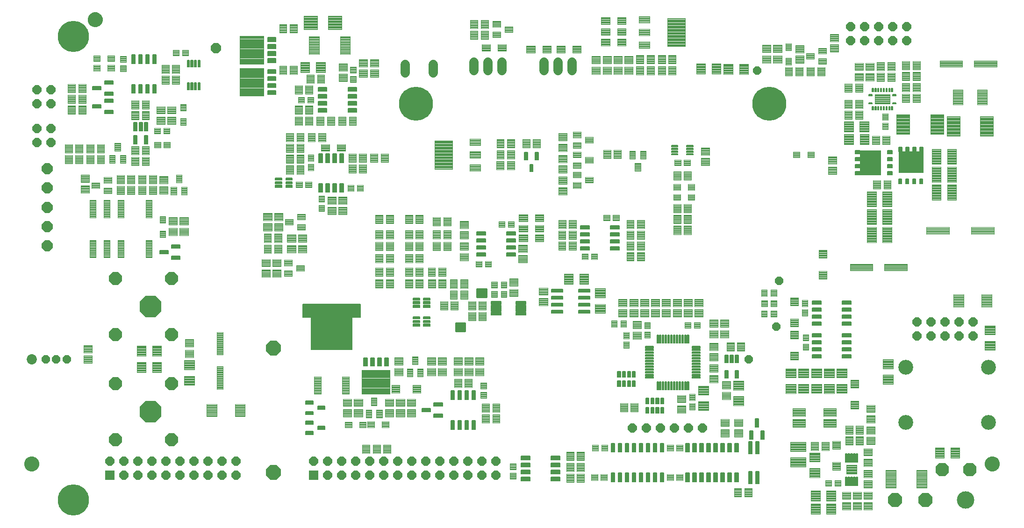
<source format=gts>
G75*
%MOIN*%
%OFA0B0*%
%FSLAX25Y25*%
%IPPOS*%
%LPD*%
%AMOC8*
5,1,8,0,0,1.08239X$1,22.5*
%
%ADD10C,0.01000*%
%ADD11OC8,0.07687*%
%ADD12C,0.00414*%
%ADD13C,0.00525*%
%ADD14C,0.00454*%
%ADD15C,0.00457*%
%ADD16C,0.00504*%
%ADD17OC8,0.09200*%
%ADD18OC8,0.15600*%
%ADD19C,0.13198*%
%ADD20C,0.00580*%
%ADD21OC8,0.06506*%
%ADD22C,0.00600*%
%ADD23C,0.00500*%
%ADD24OC8,0.05915*%
%ADD25C,0.07293*%
%ADD26OC8,0.10600*%
%ADD27R,0.06506X0.06506*%
%ADD28OC8,0.10293*%
%ADD29C,0.12411*%
%ADD30C,0.00441*%
%ADD31OC8,0.09655*%
%ADD32C,0.00461*%
%ADD33C,0.10600*%
%ADD34C,0.00504*%
%ADD35OC8,0.07096*%
%ADD36C,0.00428*%
%ADD37C,0.00594*%
%ADD38C,0.00408*%
%ADD39C,0.00503*%
%ADD40C,0.00351*%
%ADD41C,0.00386*%
%ADD42C,0.00477*%
%ADD43C,0.00607*%
%ADD44C,0.00438*%
%ADD45C,0.00520*%
%ADD46C,0.00510*%
%ADD47C,0.00100*%
%ADD48C,0.00426*%
%ADD49C,0.06600*%
%ADD50C,0.00459*%
%ADD51C,0.00393*%
%ADD52C,0.24222*%
%ADD53C,0.00514*%
%ADD54C,0.00402*%
%ADD55C,0.22254*%
D10*
X0416743Y0776600D02*
X0416743Y0782550D01*
X0423543Y0782550D01*
X0423543Y0776600D01*
X0416743Y0776600D01*
X0416743Y0777337D02*
X0423543Y0777337D01*
X0423543Y0778336D02*
X0416743Y0778336D01*
X0416743Y0779334D02*
X0423543Y0779334D01*
X0423543Y0780333D02*
X0416743Y0780333D01*
X0416743Y0781331D02*
X0423543Y0781331D01*
X0423543Y0782330D02*
X0416743Y0782330D01*
X0431843Y0800800D02*
X0431843Y0806750D01*
X0438643Y0806750D01*
X0438643Y0800800D01*
X0431843Y0800800D01*
X0431843Y0801301D02*
X0438643Y0801301D01*
X0438643Y0802300D02*
X0431843Y0802300D01*
X0431843Y0803298D02*
X0438643Y0803298D01*
X0438643Y0804297D02*
X0431843Y0804297D01*
X0431843Y0805295D02*
X0438643Y0805295D01*
X0438643Y0806294D02*
X0431843Y0806294D01*
D11*
X0125396Y0837306D03*
X0125396Y0851085D03*
X0125396Y0864865D03*
X0125396Y0878644D03*
X0125396Y0892424D03*
D12*
X0189339Y0766186D02*
X0195823Y0766186D01*
X0195823Y0758914D01*
X0189339Y0758914D01*
X0189339Y0766186D01*
X0189339Y0759327D02*
X0195823Y0759327D01*
X0195823Y0759740D02*
X0189339Y0759740D01*
X0189339Y0760153D02*
X0195823Y0760153D01*
X0195823Y0760566D02*
X0189339Y0760566D01*
X0189339Y0760979D02*
X0195823Y0760979D01*
X0195823Y0761392D02*
X0189339Y0761392D01*
X0189339Y0761805D02*
X0195823Y0761805D01*
X0195823Y0762218D02*
X0189339Y0762218D01*
X0189339Y0762631D02*
X0195823Y0762631D01*
X0195823Y0763044D02*
X0189339Y0763044D01*
X0189339Y0763457D02*
X0195823Y0763457D01*
X0195823Y0763870D02*
X0189339Y0763870D01*
X0189339Y0764283D02*
X0195823Y0764283D01*
X0195823Y0764696D02*
X0189339Y0764696D01*
X0189339Y0765109D02*
X0195823Y0765109D01*
X0195823Y0765522D02*
X0189339Y0765522D01*
X0189339Y0765935D02*
X0195823Y0765935D01*
X0200363Y0766186D02*
X0206847Y0766186D01*
X0206847Y0758914D01*
X0200363Y0758914D01*
X0200363Y0766186D01*
X0200363Y0759327D02*
X0206847Y0759327D01*
X0206847Y0759740D02*
X0200363Y0759740D01*
X0200363Y0760153D02*
X0206847Y0760153D01*
X0206847Y0760566D02*
X0200363Y0760566D01*
X0200363Y0760979D02*
X0206847Y0760979D01*
X0206847Y0761392D02*
X0200363Y0761392D01*
X0200363Y0761805D02*
X0206847Y0761805D01*
X0206847Y0762218D02*
X0200363Y0762218D01*
X0200363Y0762631D02*
X0206847Y0762631D01*
X0206847Y0763044D02*
X0200363Y0763044D01*
X0200363Y0763457D02*
X0206847Y0763457D01*
X0206847Y0763870D02*
X0200363Y0763870D01*
X0200363Y0764283D02*
X0206847Y0764283D01*
X0206847Y0764696D02*
X0200363Y0764696D01*
X0200363Y0765109D02*
X0206847Y0765109D01*
X0206847Y0765522D02*
X0200363Y0765522D01*
X0200363Y0765935D02*
X0206847Y0765935D01*
X0206847Y0747164D02*
X0200363Y0747164D01*
X0200363Y0754436D01*
X0206847Y0754436D01*
X0206847Y0747164D01*
X0206847Y0747577D02*
X0200363Y0747577D01*
X0200363Y0747990D02*
X0206847Y0747990D01*
X0206847Y0748403D02*
X0200363Y0748403D01*
X0200363Y0748816D02*
X0206847Y0748816D01*
X0206847Y0749229D02*
X0200363Y0749229D01*
X0200363Y0749642D02*
X0206847Y0749642D01*
X0206847Y0750055D02*
X0200363Y0750055D01*
X0200363Y0750468D02*
X0206847Y0750468D01*
X0206847Y0750881D02*
X0200363Y0750881D01*
X0200363Y0751294D02*
X0206847Y0751294D01*
X0206847Y0751707D02*
X0200363Y0751707D01*
X0200363Y0752120D02*
X0206847Y0752120D01*
X0206847Y0752533D02*
X0200363Y0752533D01*
X0200363Y0752946D02*
X0206847Y0752946D01*
X0206847Y0753359D02*
X0200363Y0753359D01*
X0200363Y0753772D02*
X0206847Y0753772D01*
X0206847Y0754185D02*
X0200363Y0754185D01*
X0195823Y0747164D02*
X0189339Y0747164D01*
X0189339Y0754436D01*
X0195823Y0754436D01*
X0195823Y0747164D01*
X0195823Y0747577D02*
X0189339Y0747577D01*
X0189339Y0747990D02*
X0195823Y0747990D01*
X0195823Y0748403D02*
X0189339Y0748403D01*
X0189339Y0748816D02*
X0195823Y0748816D01*
X0195823Y0749229D02*
X0189339Y0749229D01*
X0189339Y0749642D02*
X0195823Y0749642D01*
X0195823Y0750055D02*
X0189339Y0750055D01*
X0189339Y0750468D02*
X0195823Y0750468D01*
X0195823Y0750881D02*
X0189339Y0750881D01*
X0189339Y0751294D02*
X0195823Y0751294D01*
X0195823Y0751707D02*
X0189339Y0751707D01*
X0189339Y0752120D02*
X0195823Y0752120D01*
X0195823Y0752533D02*
X0189339Y0752533D01*
X0189339Y0752946D02*
X0195823Y0752946D01*
X0195823Y0753359D02*
X0189339Y0753359D01*
X0189339Y0753772D02*
X0195823Y0753772D01*
X0195823Y0754185D02*
X0189339Y0754185D01*
X0230485Y0755640D02*
X0230485Y0749156D01*
X0223201Y0749156D01*
X0223201Y0755640D01*
X0230485Y0755640D01*
X0230485Y0749569D02*
X0223201Y0749569D01*
X0223201Y0749982D02*
X0230485Y0749982D01*
X0230485Y0750395D02*
X0223201Y0750395D01*
X0223201Y0750808D02*
X0230485Y0750808D01*
X0230485Y0751221D02*
X0223201Y0751221D01*
X0223201Y0751634D02*
X0230485Y0751634D01*
X0230485Y0752047D02*
X0223201Y0752047D01*
X0223201Y0752460D02*
X0230485Y0752460D01*
X0230485Y0752873D02*
X0223201Y0752873D01*
X0223201Y0753286D02*
X0230485Y0753286D01*
X0230485Y0753699D02*
X0223201Y0753699D01*
X0223201Y0754112D02*
X0230485Y0754112D01*
X0230485Y0754525D02*
X0223201Y0754525D01*
X0223201Y0754938D02*
X0230485Y0754938D01*
X0230485Y0755351D02*
X0223201Y0755351D01*
X0230485Y0744444D02*
X0230485Y0737960D01*
X0223201Y0737960D01*
X0223201Y0744444D01*
X0230485Y0744444D01*
X0230485Y0738373D02*
X0223201Y0738373D01*
X0223201Y0738786D02*
X0230485Y0738786D01*
X0230485Y0739199D02*
X0223201Y0739199D01*
X0223201Y0739612D02*
X0230485Y0739612D01*
X0230485Y0740025D02*
X0223201Y0740025D01*
X0223201Y0740438D02*
X0230485Y0740438D01*
X0230485Y0740851D02*
X0223201Y0740851D01*
X0223201Y0741264D02*
X0230485Y0741264D01*
X0230485Y0741677D02*
X0223201Y0741677D01*
X0223201Y0742090D02*
X0230485Y0742090D01*
X0230485Y0742503D02*
X0223201Y0742503D01*
X0223201Y0742916D02*
X0230485Y0742916D01*
X0230485Y0743329D02*
X0223201Y0743329D01*
X0223201Y0743742D02*
X0230485Y0743742D01*
X0230485Y0744155D02*
X0223201Y0744155D01*
X0306003Y0968416D02*
X0312487Y0968416D01*
X0312487Y0961132D01*
X0306003Y0961132D01*
X0306003Y0968416D01*
X0306003Y0961545D02*
X0312487Y0961545D01*
X0312487Y0961958D02*
X0306003Y0961958D01*
X0306003Y0962371D02*
X0312487Y0962371D01*
X0312487Y0962784D02*
X0306003Y0962784D01*
X0306003Y0963197D02*
X0312487Y0963197D01*
X0312487Y0963610D02*
X0306003Y0963610D01*
X0306003Y0964023D02*
X0312487Y0964023D01*
X0312487Y0964436D02*
X0306003Y0964436D01*
X0306003Y0964849D02*
X0312487Y0964849D01*
X0312487Y0965262D02*
X0306003Y0965262D01*
X0306003Y0965675D02*
X0312487Y0965675D01*
X0312487Y0966088D02*
X0306003Y0966088D01*
X0306003Y0966501D02*
X0312487Y0966501D01*
X0312487Y0966914D02*
X0306003Y0966914D01*
X0306003Y0967327D02*
X0312487Y0967327D01*
X0312487Y0967740D02*
X0306003Y0967740D01*
X0306003Y0968153D02*
X0312487Y0968153D01*
X0317200Y0968416D02*
X0323684Y0968416D01*
X0323684Y0961132D01*
X0317200Y0961132D01*
X0317200Y0968416D01*
X0317200Y0961545D02*
X0323684Y0961545D01*
X0323684Y0961958D02*
X0317200Y0961958D01*
X0317200Y0962371D02*
X0323684Y0962371D01*
X0323684Y0962784D02*
X0317200Y0962784D01*
X0317200Y0963197D02*
X0323684Y0963197D01*
X0323684Y0963610D02*
X0317200Y0963610D01*
X0317200Y0964023D02*
X0323684Y0964023D01*
X0323684Y0964436D02*
X0317200Y0964436D01*
X0317200Y0964849D02*
X0323684Y0964849D01*
X0323684Y0965262D02*
X0317200Y0965262D01*
X0317200Y0965675D02*
X0323684Y0965675D01*
X0323684Y0966088D02*
X0317200Y0966088D01*
X0317200Y0966501D02*
X0323684Y0966501D01*
X0323684Y0966914D02*
X0317200Y0966914D01*
X0317200Y0967327D02*
X0323684Y0967327D01*
X0323684Y0967740D02*
X0317200Y0967740D01*
X0317200Y0968153D02*
X0323684Y0968153D01*
X0493989Y0810064D02*
X0500473Y0810064D01*
X0493989Y0810064D02*
X0493989Y0817336D01*
X0500473Y0817336D01*
X0500473Y0810064D01*
X0500473Y0810477D02*
X0493989Y0810477D01*
X0493989Y0810890D02*
X0500473Y0810890D01*
X0500473Y0811303D02*
X0493989Y0811303D01*
X0493989Y0811716D02*
X0500473Y0811716D01*
X0500473Y0812129D02*
X0493989Y0812129D01*
X0493989Y0812542D02*
X0500473Y0812542D01*
X0500473Y0812955D02*
X0493989Y0812955D01*
X0493989Y0813368D02*
X0500473Y0813368D01*
X0500473Y0813781D02*
X0493989Y0813781D01*
X0493989Y0814194D02*
X0500473Y0814194D01*
X0500473Y0814607D02*
X0493989Y0814607D01*
X0493989Y0815020D02*
X0500473Y0815020D01*
X0500473Y0815433D02*
X0493989Y0815433D01*
X0493989Y0815846D02*
X0500473Y0815846D01*
X0500473Y0816259D02*
X0493989Y0816259D01*
X0493989Y0816672D02*
X0500473Y0816672D01*
X0500473Y0817085D02*
X0493989Y0817085D01*
X0505013Y0810064D02*
X0511497Y0810064D01*
X0505013Y0810064D02*
X0505013Y0817336D01*
X0511497Y0817336D01*
X0511497Y0810064D01*
X0511497Y0810477D02*
X0505013Y0810477D01*
X0505013Y0810890D02*
X0511497Y0810890D01*
X0511497Y0811303D02*
X0505013Y0811303D01*
X0505013Y0811716D02*
X0511497Y0811716D01*
X0511497Y0812129D02*
X0505013Y0812129D01*
X0505013Y0812542D02*
X0511497Y0812542D01*
X0511497Y0812955D02*
X0505013Y0812955D01*
X0505013Y0813368D02*
X0511497Y0813368D01*
X0511497Y0813781D02*
X0505013Y0813781D01*
X0505013Y0814194D02*
X0511497Y0814194D01*
X0511497Y0814607D02*
X0505013Y0814607D01*
X0505013Y0815020D02*
X0511497Y0815020D01*
X0511497Y0815433D02*
X0505013Y0815433D01*
X0505013Y0815846D02*
X0511497Y0815846D01*
X0511497Y0816259D02*
X0505013Y0816259D01*
X0505013Y0816672D02*
X0511497Y0816672D01*
X0511497Y0817085D02*
X0505013Y0817085D01*
X0523379Y0806954D02*
X0523379Y0800470D01*
X0516107Y0800470D01*
X0516107Y0806954D01*
X0523379Y0806954D01*
X0523379Y0800883D02*
X0516107Y0800883D01*
X0516107Y0801296D02*
X0523379Y0801296D01*
X0523379Y0801709D02*
X0516107Y0801709D01*
X0516107Y0802122D02*
X0523379Y0802122D01*
X0523379Y0802535D02*
X0516107Y0802535D01*
X0516107Y0802948D02*
X0523379Y0802948D01*
X0523379Y0803361D02*
X0516107Y0803361D01*
X0516107Y0803774D02*
X0523379Y0803774D01*
X0523379Y0804187D02*
X0516107Y0804187D01*
X0516107Y0804600D02*
X0523379Y0804600D01*
X0523379Y0805013D02*
X0516107Y0805013D01*
X0516107Y0805426D02*
X0523379Y0805426D01*
X0523379Y0805839D02*
X0516107Y0805839D01*
X0516107Y0806252D02*
X0523379Y0806252D01*
X0523379Y0806665D02*
X0516107Y0806665D01*
X0523379Y0795930D02*
X0523379Y0789446D01*
X0516107Y0789446D01*
X0516107Y0795930D01*
X0523379Y0795930D01*
X0523379Y0789859D02*
X0516107Y0789859D01*
X0516107Y0790272D02*
X0523379Y0790272D01*
X0523379Y0790685D02*
X0516107Y0790685D01*
X0516107Y0791098D02*
X0523379Y0791098D01*
X0523379Y0791511D02*
X0516107Y0791511D01*
X0516107Y0791924D02*
X0523379Y0791924D01*
X0523379Y0792337D02*
X0516107Y0792337D01*
X0516107Y0792750D02*
X0523379Y0792750D01*
X0523379Y0793163D02*
X0516107Y0793163D01*
X0516107Y0793576D02*
X0523379Y0793576D01*
X0523379Y0793989D02*
X0516107Y0793989D01*
X0516107Y0794402D02*
X0523379Y0794402D01*
X0523379Y0794815D02*
X0516107Y0794815D01*
X0516107Y0795228D02*
X0523379Y0795228D01*
X0523379Y0795641D02*
X0516107Y0795641D01*
X0589707Y0737504D02*
X0589707Y0731020D01*
X0589707Y0737504D02*
X0596979Y0737504D01*
X0596979Y0731020D01*
X0589707Y0731020D01*
X0589707Y0731433D02*
X0596979Y0731433D01*
X0596979Y0731846D02*
X0589707Y0731846D01*
X0589707Y0732259D02*
X0596979Y0732259D01*
X0596979Y0732672D02*
X0589707Y0732672D01*
X0589707Y0733085D02*
X0596979Y0733085D01*
X0596979Y0733498D02*
X0589707Y0733498D01*
X0589707Y0733911D02*
X0596979Y0733911D01*
X0596979Y0734324D02*
X0589707Y0734324D01*
X0589707Y0734737D02*
X0596979Y0734737D01*
X0596979Y0735150D02*
X0589707Y0735150D01*
X0589707Y0735563D02*
X0596979Y0735563D01*
X0596979Y0735976D02*
X0589707Y0735976D01*
X0589707Y0736389D02*
X0596979Y0736389D01*
X0596979Y0736802D02*
X0589707Y0736802D01*
X0589707Y0737215D02*
X0596979Y0737215D01*
X0589707Y0726480D02*
X0589707Y0719996D01*
X0589707Y0726480D02*
X0596979Y0726480D01*
X0596979Y0719996D01*
X0589707Y0719996D01*
X0589707Y0720409D02*
X0596979Y0720409D01*
X0596979Y0720822D02*
X0589707Y0720822D01*
X0589707Y0721235D02*
X0596979Y0721235D01*
X0596979Y0721648D02*
X0589707Y0721648D01*
X0589707Y0722061D02*
X0596979Y0722061D01*
X0596979Y0722474D02*
X0589707Y0722474D01*
X0589707Y0722887D02*
X0596979Y0722887D01*
X0596979Y0723300D02*
X0589707Y0723300D01*
X0589707Y0723713D02*
X0596979Y0723713D01*
X0596979Y0724126D02*
X0589707Y0724126D01*
X0589707Y0724539D02*
X0596979Y0724539D01*
X0596979Y0724952D02*
X0589707Y0724952D01*
X0589707Y0725365D02*
X0596979Y0725365D01*
X0596979Y0725778D02*
X0589707Y0725778D01*
X0589707Y0726191D02*
X0596979Y0726191D01*
X0614707Y0723546D02*
X0614707Y0730030D01*
X0621979Y0730030D01*
X0621979Y0723546D01*
X0614707Y0723546D01*
X0614707Y0723959D02*
X0621979Y0723959D01*
X0621979Y0724372D02*
X0614707Y0724372D01*
X0614707Y0724785D02*
X0621979Y0724785D01*
X0621979Y0725198D02*
X0614707Y0725198D01*
X0614707Y0725611D02*
X0621979Y0725611D01*
X0621979Y0726024D02*
X0614707Y0726024D01*
X0614707Y0726437D02*
X0621979Y0726437D01*
X0621979Y0726850D02*
X0614707Y0726850D01*
X0614707Y0727263D02*
X0621979Y0727263D01*
X0621979Y0727676D02*
X0614707Y0727676D01*
X0614707Y0728089D02*
X0621979Y0728089D01*
X0621979Y0728502D02*
X0614707Y0728502D01*
X0614707Y0728915D02*
X0621979Y0728915D01*
X0621979Y0729328D02*
X0614707Y0729328D01*
X0614707Y0729741D02*
X0621979Y0729741D01*
X0614707Y0734570D02*
X0614707Y0741054D01*
X0621979Y0741054D01*
X0621979Y0734570D01*
X0614707Y0734570D01*
X0614707Y0734983D02*
X0621979Y0734983D01*
X0621979Y0735396D02*
X0614707Y0735396D01*
X0614707Y0735809D02*
X0621979Y0735809D01*
X0621979Y0736222D02*
X0614707Y0736222D01*
X0614707Y0736635D02*
X0621979Y0736635D01*
X0621979Y0737048D02*
X0614707Y0737048D01*
X0614707Y0737461D02*
X0621979Y0737461D01*
X0621979Y0737874D02*
X0614707Y0737874D01*
X0614707Y0738287D02*
X0621979Y0738287D01*
X0621979Y0738700D02*
X0614707Y0738700D01*
X0614707Y0739113D02*
X0621979Y0739113D01*
X0621979Y0739526D02*
X0614707Y0739526D01*
X0614707Y0739939D02*
X0621979Y0739939D01*
X0621979Y0740352D02*
X0614707Y0740352D01*
X0614707Y0740765D02*
X0621979Y0740765D01*
X0652201Y0738694D02*
X0652201Y0732210D01*
X0652201Y0738694D02*
X0659485Y0738694D01*
X0659485Y0732210D01*
X0652201Y0732210D01*
X0652201Y0732623D02*
X0659485Y0732623D01*
X0659485Y0733036D02*
X0652201Y0733036D01*
X0652201Y0733449D02*
X0659485Y0733449D01*
X0659485Y0733862D02*
X0652201Y0733862D01*
X0652201Y0734275D02*
X0659485Y0734275D01*
X0659485Y0734688D02*
X0652201Y0734688D01*
X0652201Y0735101D02*
X0659485Y0735101D01*
X0659485Y0735514D02*
X0652201Y0735514D01*
X0652201Y0735927D02*
X0659485Y0735927D01*
X0659485Y0736340D02*
X0652201Y0736340D01*
X0652201Y0736753D02*
X0659485Y0736753D01*
X0659485Y0737166D02*
X0652201Y0737166D01*
X0652201Y0737579D02*
X0659485Y0737579D01*
X0659485Y0737992D02*
X0652201Y0737992D01*
X0652201Y0738405D02*
X0659485Y0738405D01*
X0661207Y0738780D02*
X0661207Y0732296D01*
X0661207Y0738780D02*
X0668479Y0738780D01*
X0668479Y0732296D01*
X0661207Y0732296D01*
X0661207Y0732709D02*
X0668479Y0732709D01*
X0668479Y0733122D02*
X0661207Y0733122D01*
X0661207Y0733535D02*
X0668479Y0733535D01*
X0668479Y0733948D02*
X0661207Y0733948D01*
X0661207Y0734361D02*
X0668479Y0734361D01*
X0668479Y0734774D02*
X0661207Y0734774D01*
X0661207Y0735187D02*
X0668479Y0735187D01*
X0668479Y0735600D02*
X0661207Y0735600D01*
X0661207Y0736013D02*
X0668479Y0736013D01*
X0668479Y0736426D02*
X0661207Y0736426D01*
X0661207Y0736839D02*
X0668479Y0736839D01*
X0668479Y0737252D02*
X0661207Y0737252D01*
X0661207Y0737665D02*
X0668479Y0737665D01*
X0668479Y0738078D02*
X0661207Y0738078D01*
X0661207Y0738491D02*
X0668479Y0738491D01*
X0677729Y0738780D02*
X0677729Y0732296D01*
X0670457Y0732296D01*
X0670457Y0738780D01*
X0677729Y0738780D01*
X0677729Y0732709D02*
X0670457Y0732709D01*
X0670457Y0733122D02*
X0677729Y0733122D01*
X0677729Y0733535D02*
X0670457Y0733535D01*
X0670457Y0733948D02*
X0677729Y0733948D01*
X0677729Y0734361D02*
X0670457Y0734361D01*
X0670457Y0734774D02*
X0677729Y0734774D01*
X0677729Y0735187D02*
X0670457Y0735187D01*
X0670457Y0735600D02*
X0677729Y0735600D01*
X0677729Y0736013D02*
X0670457Y0736013D01*
X0670457Y0736426D02*
X0677729Y0736426D01*
X0677729Y0736839D02*
X0670457Y0736839D01*
X0670457Y0737252D02*
X0677729Y0737252D01*
X0677729Y0737665D02*
X0670457Y0737665D01*
X0670457Y0738078D02*
X0677729Y0738078D01*
X0677729Y0738491D02*
X0670457Y0738491D01*
X0677729Y0743320D02*
X0677729Y0749804D01*
X0677729Y0743320D02*
X0670457Y0743320D01*
X0670457Y0749804D01*
X0677729Y0749804D01*
X0677729Y0743733D02*
X0670457Y0743733D01*
X0670457Y0744146D02*
X0677729Y0744146D01*
X0677729Y0744559D02*
X0670457Y0744559D01*
X0670457Y0744972D02*
X0677729Y0744972D01*
X0677729Y0745385D02*
X0670457Y0745385D01*
X0670457Y0745798D02*
X0677729Y0745798D01*
X0677729Y0746211D02*
X0670457Y0746211D01*
X0670457Y0746624D02*
X0677729Y0746624D01*
X0677729Y0747037D02*
X0670457Y0747037D01*
X0670457Y0747450D02*
X0677729Y0747450D01*
X0677729Y0747863D02*
X0670457Y0747863D01*
X0670457Y0748276D02*
X0677729Y0748276D01*
X0677729Y0748689D02*
X0670457Y0748689D01*
X0670457Y0749102D02*
X0677729Y0749102D01*
X0677729Y0749515D02*
X0670457Y0749515D01*
X0661207Y0749804D02*
X0661207Y0743320D01*
X0661207Y0749804D02*
X0668479Y0749804D01*
X0668479Y0743320D01*
X0661207Y0743320D01*
X0661207Y0743733D02*
X0668479Y0743733D01*
X0668479Y0744146D02*
X0661207Y0744146D01*
X0661207Y0744559D02*
X0668479Y0744559D01*
X0668479Y0744972D02*
X0661207Y0744972D01*
X0661207Y0745385D02*
X0668479Y0745385D01*
X0668479Y0745798D02*
X0661207Y0745798D01*
X0661207Y0746211D02*
X0668479Y0746211D01*
X0668479Y0746624D02*
X0661207Y0746624D01*
X0661207Y0747037D02*
X0668479Y0747037D01*
X0668479Y0747450D02*
X0661207Y0747450D01*
X0661207Y0747863D02*
X0668479Y0747863D01*
X0668479Y0748276D02*
X0661207Y0748276D01*
X0661207Y0748689D02*
X0668479Y0748689D01*
X0668479Y0749102D02*
X0661207Y0749102D01*
X0661207Y0749515D02*
X0668479Y0749515D01*
X0686735Y0749890D02*
X0686735Y0743406D01*
X0679451Y0743406D01*
X0679451Y0749890D01*
X0686735Y0749890D01*
X0686735Y0743819D02*
X0679451Y0743819D01*
X0679451Y0744232D02*
X0686735Y0744232D01*
X0686735Y0744645D02*
X0679451Y0744645D01*
X0679451Y0745058D02*
X0686735Y0745058D01*
X0686735Y0745471D02*
X0679451Y0745471D01*
X0679451Y0745884D02*
X0686735Y0745884D01*
X0686735Y0746297D02*
X0679451Y0746297D01*
X0679451Y0746710D02*
X0686735Y0746710D01*
X0686735Y0747123D02*
X0679451Y0747123D01*
X0679451Y0747536D02*
X0686735Y0747536D01*
X0686735Y0747949D02*
X0679451Y0747949D01*
X0679451Y0748362D02*
X0686735Y0748362D01*
X0686735Y0748775D02*
X0679451Y0748775D01*
X0679451Y0749188D02*
X0686735Y0749188D01*
X0686735Y0749601D02*
X0679451Y0749601D01*
X0688457Y0749804D02*
X0688457Y0743320D01*
X0688457Y0749804D02*
X0695729Y0749804D01*
X0695729Y0743320D01*
X0688457Y0743320D01*
X0688457Y0743733D02*
X0695729Y0743733D01*
X0695729Y0744146D02*
X0688457Y0744146D01*
X0688457Y0744559D02*
X0695729Y0744559D01*
X0695729Y0744972D02*
X0688457Y0744972D01*
X0688457Y0745385D02*
X0695729Y0745385D01*
X0695729Y0745798D02*
X0688457Y0745798D01*
X0688457Y0746211D02*
X0695729Y0746211D01*
X0695729Y0746624D02*
X0688457Y0746624D01*
X0688457Y0747037D02*
X0695729Y0747037D01*
X0695729Y0747450D02*
X0688457Y0747450D01*
X0688457Y0747863D02*
X0695729Y0747863D01*
X0695729Y0748276D02*
X0688457Y0748276D01*
X0688457Y0748689D02*
X0695729Y0748689D01*
X0695729Y0749102D02*
X0688457Y0749102D01*
X0688457Y0749515D02*
X0695729Y0749515D01*
X0688457Y0738780D02*
X0688457Y0732296D01*
X0688457Y0738780D02*
X0695729Y0738780D01*
X0695729Y0732296D01*
X0688457Y0732296D01*
X0688457Y0732709D02*
X0695729Y0732709D01*
X0695729Y0733122D02*
X0688457Y0733122D01*
X0688457Y0733535D02*
X0695729Y0733535D01*
X0695729Y0733948D02*
X0688457Y0733948D01*
X0688457Y0734361D02*
X0695729Y0734361D01*
X0695729Y0734774D02*
X0688457Y0734774D01*
X0688457Y0735187D02*
X0695729Y0735187D01*
X0695729Y0735600D02*
X0688457Y0735600D01*
X0688457Y0736013D02*
X0695729Y0736013D01*
X0695729Y0736426D02*
X0688457Y0736426D01*
X0688457Y0736839D02*
X0695729Y0736839D01*
X0695729Y0737252D02*
X0688457Y0737252D01*
X0688457Y0737665D02*
X0695729Y0737665D01*
X0695729Y0738078D02*
X0688457Y0738078D01*
X0688457Y0738491D02*
X0695729Y0738491D01*
X0686735Y0738694D02*
X0686735Y0732210D01*
X0679451Y0732210D01*
X0679451Y0738694D01*
X0686735Y0738694D01*
X0686735Y0732623D02*
X0679451Y0732623D01*
X0679451Y0733036D02*
X0686735Y0733036D01*
X0686735Y0733449D02*
X0679451Y0733449D01*
X0679451Y0733862D02*
X0686735Y0733862D01*
X0686735Y0734275D02*
X0679451Y0734275D01*
X0679451Y0734688D02*
X0686735Y0734688D01*
X0686735Y0735101D02*
X0679451Y0735101D01*
X0679451Y0735514D02*
X0686735Y0735514D01*
X0686735Y0735927D02*
X0679451Y0735927D01*
X0679451Y0736340D02*
X0686735Y0736340D01*
X0686735Y0736753D02*
X0679451Y0736753D01*
X0679451Y0737166D02*
X0686735Y0737166D01*
X0686735Y0737579D02*
X0679451Y0737579D01*
X0679451Y0737992D02*
X0686735Y0737992D01*
X0686735Y0738405D02*
X0679451Y0738405D01*
X0652201Y0743406D02*
X0652201Y0749890D01*
X0659485Y0749890D01*
X0659485Y0743406D01*
X0652201Y0743406D01*
X0652201Y0743819D02*
X0659485Y0743819D01*
X0659485Y0744232D02*
X0652201Y0744232D01*
X0652201Y0744645D02*
X0659485Y0744645D01*
X0659485Y0745058D02*
X0652201Y0745058D01*
X0652201Y0745471D02*
X0659485Y0745471D01*
X0659485Y0745884D02*
X0652201Y0745884D01*
X0652201Y0746297D02*
X0659485Y0746297D01*
X0659485Y0746710D02*
X0652201Y0746710D01*
X0652201Y0747123D02*
X0659485Y0747123D01*
X0659485Y0747536D02*
X0652201Y0747536D01*
X0652201Y0747949D02*
X0659485Y0747949D01*
X0659485Y0748362D02*
X0652201Y0748362D01*
X0652201Y0748775D02*
X0659485Y0748775D01*
X0659485Y0749188D02*
X0652201Y0749188D01*
X0652201Y0749601D02*
X0659485Y0749601D01*
X0655435Y0697304D02*
X0655435Y0690820D01*
X0655435Y0697304D02*
X0666251Y0697304D01*
X0666251Y0690820D01*
X0655435Y0690820D01*
X0655435Y0691233D02*
X0666251Y0691233D01*
X0666251Y0691646D02*
X0655435Y0691646D01*
X0655435Y0692059D02*
X0666251Y0692059D01*
X0666251Y0692472D02*
X0655435Y0692472D01*
X0655435Y0692885D02*
X0666251Y0692885D01*
X0666251Y0693298D02*
X0655435Y0693298D01*
X0655435Y0693711D02*
X0666251Y0693711D01*
X0666251Y0694124D02*
X0655435Y0694124D01*
X0655435Y0694537D02*
X0666251Y0694537D01*
X0666251Y0694950D02*
X0655435Y0694950D01*
X0655435Y0695363D02*
X0666251Y0695363D01*
X0666251Y0695776D02*
X0655435Y0695776D01*
X0655435Y0696189D02*
X0666251Y0696189D01*
X0666251Y0696602D02*
X0655435Y0696602D01*
X0655435Y0697015D02*
X0666251Y0697015D01*
X0676485Y0689890D02*
X0676485Y0683406D01*
X0669201Y0683406D01*
X0669201Y0689890D01*
X0676485Y0689890D01*
X0676485Y0683819D02*
X0669201Y0683819D01*
X0669201Y0684232D02*
X0676485Y0684232D01*
X0676485Y0684645D02*
X0669201Y0684645D01*
X0669201Y0685058D02*
X0676485Y0685058D01*
X0676485Y0685471D02*
X0669201Y0685471D01*
X0669201Y0685884D02*
X0676485Y0685884D01*
X0676485Y0686297D02*
X0669201Y0686297D01*
X0669201Y0686710D02*
X0676485Y0686710D01*
X0676485Y0687123D02*
X0669201Y0687123D01*
X0669201Y0687536D02*
X0676485Y0687536D01*
X0676485Y0687949D02*
X0669201Y0687949D01*
X0669201Y0688362D02*
X0676485Y0688362D01*
X0676485Y0688775D02*
X0669201Y0688775D01*
X0669201Y0689188D02*
X0676485Y0689188D01*
X0676485Y0689601D02*
X0669201Y0689601D01*
X0655435Y0686280D02*
X0655435Y0679796D01*
X0655435Y0686280D02*
X0666251Y0686280D01*
X0666251Y0679796D01*
X0655435Y0679796D01*
X0655435Y0680209D02*
X0666251Y0680209D01*
X0666251Y0680622D02*
X0655435Y0680622D01*
X0655435Y0681035D02*
X0666251Y0681035D01*
X0666251Y0681448D02*
X0655435Y0681448D01*
X0655435Y0681861D02*
X0666251Y0681861D01*
X0666251Y0682274D02*
X0655435Y0682274D01*
X0655435Y0682687D02*
X0666251Y0682687D01*
X0666251Y0683100D02*
X0655435Y0683100D01*
X0655435Y0683513D02*
X0666251Y0683513D01*
X0666251Y0683926D02*
X0655435Y0683926D01*
X0655435Y0684339D02*
X0666251Y0684339D01*
X0666251Y0684752D02*
X0655435Y0684752D01*
X0655435Y0685165D02*
X0666251Y0685165D01*
X0666251Y0685578D02*
X0655435Y0685578D01*
X0655435Y0685991D02*
X0666251Y0685991D01*
X0676485Y0678694D02*
X0676485Y0672210D01*
X0669201Y0672210D01*
X0669201Y0678694D01*
X0676485Y0678694D01*
X0676485Y0672623D02*
X0669201Y0672623D01*
X0669201Y0673036D02*
X0676485Y0673036D01*
X0676485Y0673449D02*
X0669201Y0673449D01*
X0669201Y0673862D02*
X0676485Y0673862D01*
X0676485Y0674275D02*
X0669201Y0674275D01*
X0669201Y0674688D02*
X0676485Y0674688D01*
X0676485Y0675101D02*
X0669201Y0675101D01*
X0669201Y0675514D02*
X0676485Y0675514D01*
X0676485Y0675927D02*
X0669201Y0675927D01*
X0669201Y0676340D02*
X0676485Y0676340D01*
X0676485Y0676753D02*
X0669201Y0676753D01*
X0669201Y0677166D02*
X0676485Y0677166D01*
X0676485Y0677579D02*
X0669201Y0677579D01*
X0669201Y0677992D02*
X0676485Y0677992D01*
X0676485Y0678405D02*
X0669201Y0678405D01*
X0670089Y0662686D02*
X0676573Y0662686D01*
X0676573Y0655414D01*
X0670089Y0655414D01*
X0670089Y0662686D01*
X0670089Y0655827D02*
X0676573Y0655827D01*
X0676573Y0656240D02*
X0670089Y0656240D01*
X0670089Y0656653D02*
X0676573Y0656653D01*
X0676573Y0657066D02*
X0670089Y0657066D01*
X0670089Y0657479D02*
X0676573Y0657479D01*
X0676573Y0657892D02*
X0670089Y0657892D01*
X0670089Y0658305D02*
X0676573Y0658305D01*
X0676573Y0658718D02*
X0670089Y0658718D01*
X0670089Y0659131D02*
X0676573Y0659131D01*
X0676573Y0659544D02*
X0670089Y0659544D01*
X0670089Y0659957D02*
X0676573Y0659957D01*
X0676573Y0660370D02*
X0670089Y0660370D01*
X0670089Y0660783D02*
X0676573Y0660783D01*
X0676573Y0661196D02*
X0670089Y0661196D01*
X0670089Y0661609D02*
X0676573Y0661609D01*
X0676573Y0662022D02*
X0670089Y0662022D01*
X0670089Y0662435D02*
X0676573Y0662435D01*
X0681113Y0662686D02*
X0687597Y0662686D01*
X0687597Y0655414D01*
X0681113Y0655414D01*
X0681113Y0662686D01*
X0681113Y0655827D02*
X0687597Y0655827D01*
X0687597Y0656240D02*
X0681113Y0656240D01*
X0681113Y0656653D02*
X0687597Y0656653D01*
X0687597Y0657066D02*
X0681113Y0657066D01*
X0681113Y0657479D02*
X0687597Y0657479D01*
X0687597Y0657892D02*
X0681113Y0657892D01*
X0681113Y0658305D02*
X0687597Y0658305D01*
X0687597Y0658718D02*
X0681113Y0658718D01*
X0681113Y0659131D02*
X0687597Y0659131D01*
X0687597Y0659544D02*
X0681113Y0659544D01*
X0681113Y0659957D02*
X0687597Y0659957D01*
X0687597Y0660370D02*
X0681113Y0660370D01*
X0681113Y0660783D02*
X0687597Y0660783D01*
X0687597Y0661196D02*
X0681113Y0661196D01*
X0681113Y0661609D02*
X0687597Y0661609D01*
X0687597Y0662022D02*
X0681113Y0662022D01*
X0681113Y0662435D02*
X0687597Y0662435D01*
X0687597Y0653436D02*
X0681113Y0653436D01*
X0687597Y0653436D02*
X0687597Y0646164D01*
X0681113Y0646164D01*
X0681113Y0653436D01*
X0681113Y0646577D02*
X0687597Y0646577D01*
X0687597Y0646990D02*
X0681113Y0646990D01*
X0681113Y0647403D02*
X0687597Y0647403D01*
X0687597Y0647816D02*
X0681113Y0647816D01*
X0681113Y0648229D02*
X0687597Y0648229D01*
X0687597Y0648642D02*
X0681113Y0648642D01*
X0681113Y0649055D02*
X0687597Y0649055D01*
X0687597Y0649468D02*
X0681113Y0649468D01*
X0681113Y0649881D02*
X0687597Y0649881D01*
X0687597Y0650294D02*
X0681113Y0650294D01*
X0681113Y0650707D02*
X0687597Y0650707D01*
X0687597Y0651120D02*
X0681113Y0651120D01*
X0681113Y0651533D02*
X0687597Y0651533D01*
X0687597Y0651946D02*
X0681113Y0651946D01*
X0681113Y0652359D02*
X0687597Y0652359D01*
X0687597Y0652772D02*
X0681113Y0652772D01*
X0681113Y0653185D02*
X0687597Y0653185D01*
X0676573Y0653436D02*
X0670089Y0653436D01*
X0676573Y0653436D02*
X0676573Y0646164D01*
X0670089Y0646164D01*
X0670089Y0653436D01*
X0670089Y0646577D02*
X0676573Y0646577D01*
X0676573Y0646990D02*
X0670089Y0646990D01*
X0670089Y0647403D02*
X0676573Y0647403D01*
X0676573Y0647816D02*
X0670089Y0647816D01*
X0670089Y0648229D02*
X0676573Y0648229D01*
X0676573Y0648642D02*
X0670089Y0648642D01*
X0670089Y0649055D02*
X0676573Y0649055D01*
X0676573Y0649468D02*
X0670089Y0649468D01*
X0670089Y0649881D02*
X0676573Y0649881D01*
X0676573Y0650294D02*
X0670089Y0650294D01*
X0670089Y0650707D02*
X0676573Y0650707D01*
X0676573Y0651120D02*
X0670089Y0651120D01*
X0670089Y0651533D02*
X0676573Y0651533D01*
X0676573Y0651946D02*
X0670089Y0651946D01*
X0670089Y0652359D02*
X0676573Y0652359D01*
X0676573Y0652772D02*
X0670089Y0652772D01*
X0670089Y0653185D02*
X0676573Y0653185D01*
X0721457Y0738796D02*
X0721457Y0745280D01*
X0728729Y0745280D01*
X0728729Y0738796D01*
X0721457Y0738796D01*
X0721457Y0739209D02*
X0728729Y0739209D01*
X0728729Y0739622D02*
X0721457Y0739622D01*
X0721457Y0740035D02*
X0728729Y0740035D01*
X0728729Y0740448D02*
X0721457Y0740448D01*
X0721457Y0740861D02*
X0728729Y0740861D01*
X0728729Y0741274D02*
X0721457Y0741274D01*
X0721457Y0741687D02*
X0728729Y0741687D01*
X0728729Y0742100D02*
X0721457Y0742100D01*
X0721457Y0742513D02*
X0728729Y0742513D01*
X0728729Y0742926D02*
X0721457Y0742926D01*
X0721457Y0743339D02*
X0728729Y0743339D01*
X0728729Y0743752D02*
X0721457Y0743752D01*
X0721457Y0744165D02*
X0728729Y0744165D01*
X0728729Y0744578D02*
X0721457Y0744578D01*
X0721457Y0744991D02*
X0728729Y0744991D01*
X0721457Y0749820D02*
X0721457Y0756304D01*
X0728729Y0756304D01*
X0728729Y0749820D01*
X0721457Y0749820D01*
X0721457Y0750233D02*
X0728729Y0750233D01*
X0728729Y0750646D02*
X0721457Y0750646D01*
X0721457Y0751059D02*
X0728729Y0751059D01*
X0728729Y0751472D02*
X0721457Y0751472D01*
X0721457Y0751885D02*
X0728729Y0751885D01*
X0728729Y0752298D02*
X0721457Y0752298D01*
X0721457Y0752711D02*
X0728729Y0752711D01*
X0728729Y0753124D02*
X0721457Y0753124D01*
X0721457Y0753537D02*
X0728729Y0753537D01*
X0728729Y0753950D02*
X0721457Y0753950D01*
X0721457Y0754363D02*
X0728729Y0754363D01*
X0728729Y0754776D02*
X0721457Y0754776D01*
X0721457Y0755189D02*
X0728729Y0755189D01*
X0728729Y0755602D02*
X0721457Y0755602D01*
X0721457Y0756015D02*
X0728729Y0756015D01*
X0801479Y0763046D02*
X0801479Y0769530D01*
X0801479Y0763046D02*
X0794207Y0763046D01*
X0794207Y0769530D01*
X0801479Y0769530D01*
X0801479Y0763459D02*
X0794207Y0763459D01*
X0794207Y0763872D02*
X0801479Y0763872D01*
X0801479Y0764285D02*
X0794207Y0764285D01*
X0794207Y0764698D02*
X0801479Y0764698D01*
X0801479Y0765111D02*
X0794207Y0765111D01*
X0794207Y0765524D02*
X0801479Y0765524D01*
X0801479Y0765937D02*
X0794207Y0765937D01*
X0794207Y0766350D02*
X0801479Y0766350D01*
X0801479Y0766763D02*
X0794207Y0766763D01*
X0794207Y0767176D02*
X0801479Y0767176D01*
X0801479Y0767589D02*
X0794207Y0767589D01*
X0794207Y0768002D02*
X0801479Y0768002D01*
X0801479Y0768415D02*
X0794207Y0768415D01*
X0794207Y0768828D02*
X0801479Y0768828D01*
X0801479Y0769241D02*
X0794207Y0769241D01*
X0801479Y0774070D02*
X0801479Y0780554D01*
X0801479Y0774070D02*
X0794207Y0774070D01*
X0794207Y0780554D01*
X0801479Y0780554D01*
X0801479Y0774483D02*
X0794207Y0774483D01*
X0794207Y0774896D02*
X0801479Y0774896D01*
X0801479Y0775309D02*
X0794207Y0775309D01*
X0794207Y0775722D02*
X0801479Y0775722D01*
X0801479Y0776135D02*
X0794207Y0776135D01*
X0794207Y0776548D02*
X0801479Y0776548D01*
X0801479Y0776961D02*
X0794207Y0776961D01*
X0794207Y0777374D02*
X0801479Y0777374D01*
X0801479Y0777787D02*
X0794207Y0777787D01*
X0794207Y0778200D02*
X0801479Y0778200D01*
X0801479Y0778613D02*
X0794207Y0778613D01*
X0794207Y0779026D02*
X0801479Y0779026D01*
X0801479Y0779439D02*
X0794207Y0779439D01*
X0794207Y0779852D02*
X0801479Y0779852D01*
X0801479Y0780265D02*
X0794207Y0780265D01*
X0727597Y0839892D02*
X0721113Y0839892D01*
X0721113Y0850708D01*
X0727597Y0850708D01*
X0727597Y0839892D01*
X0727597Y0840305D02*
X0721113Y0840305D01*
X0721113Y0840718D02*
X0727597Y0840718D01*
X0727597Y0841131D02*
X0721113Y0841131D01*
X0721113Y0841544D02*
X0727597Y0841544D01*
X0727597Y0841957D02*
X0721113Y0841957D01*
X0721113Y0842370D02*
X0727597Y0842370D01*
X0727597Y0842783D02*
X0721113Y0842783D01*
X0721113Y0843196D02*
X0727597Y0843196D01*
X0727597Y0843609D02*
X0721113Y0843609D01*
X0721113Y0844022D02*
X0727597Y0844022D01*
X0727597Y0844435D02*
X0721113Y0844435D01*
X0721113Y0844848D02*
X0727597Y0844848D01*
X0727597Y0845261D02*
X0721113Y0845261D01*
X0721113Y0845674D02*
X0727597Y0845674D01*
X0727597Y0846087D02*
X0721113Y0846087D01*
X0721113Y0846500D02*
X0727597Y0846500D01*
X0727597Y0846913D02*
X0721113Y0846913D01*
X0721113Y0847326D02*
X0727597Y0847326D01*
X0727597Y0847739D02*
X0721113Y0847739D01*
X0721113Y0848152D02*
X0727597Y0848152D01*
X0727597Y0848565D02*
X0721113Y0848565D01*
X0721113Y0848978D02*
X0727597Y0848978D01*
X0727597Y0849391D02*
X0721113Y0849391D01*
X0721113Y0849804D02*
X0727597Y0849804D01*
X0727597Y0850217D02*
X0721113Y0850217D01*
X0721113Y0850630D02*
X0727597Y0850630D01*
X0727597Y0852642D02*
X0721113Y0852642D01*
X0721113Y0863458D01*
X0727597Y0863458D01*
X0727597Y0852642D01*
X0727597Y0853055D02*
X0721113Y0853055D01*
X0721113Y0853468D02*
X0727597Y0853468D01*
X0727597Y0853881D02*
X0721113Y0853881D01*
X0721113Y0854294D02*
X0727597Y0854294D01*
X0727597Y0854707D02*
X0721113Y0854707D01*
X0721113Y0855120D02*
X0727597Y0855120D01*
X0727597Y0855533D02*
X0721113Y0855533D01*
X0721113Y0855946D02*
X0727597Y0855946D01*
X0727597Y0856359D02*
X0721113Y0856359D01*
X0721113Y0856772D02*
X0727597Y0856772D01*
X0727597Y0857185D02*
X0721113Y0857185D01*
X0721113Y0857598D02*
X0727597Y0857598D01*
X0727597Y0858011D02*
X0721113Y0858011D01*
X0721113Y0858424D02*
X0727597Y0858424D01*
X0727597Y0858837D02*
X0721113Y0858837D01*
X0721113Y0859250D02*
X0727597Y0859250D01*
X0727597Y0859663D02*
X0721113Y0859663D01*
X0721113Y0860076D02*
X0727597Y0860076D01*
X0727597Y0860489D02*
X0721113Y0860489D01*
X0721113Y0860902D02*
X0727597Y0860902D01*
X0727597Y0861315D02*
X0721113Y0861315D01*
X0721113Y0861728D02*
X0727597Y0861728D01*
X0727597Y0862141D02*
X0721113Y0862141D01*
X0721113Y0862554D02*
X0727597Y0862554D01*
X0727597Y0862967D02*
X0721113Y0862967D01*
X0721113Y0863380D02*
X0727597Y0863380D01*
X0727597Y0865392D02*
X0721113Y0865392D01*
X0721113Y0876208D01*
X0727597Y0876208D01*
X0727597Y0865392D01*
X0727597Y0865805D02*
X0721113Y0865805D01*
X0721113Y0866218D02*
X0727597Y0866218D01*
X0727597Y0866631D02*
X0721113Y0866631D01*
X0721113Y0867044D02*
X0727597Y0867044D01*
X0727597Y0867457D02*
X0721113Y0867457D01*
X0721113Y0867870D02*
X0727597Y0867870D01*
X0727597Y0868283D02*
X0721113Y0868283D01*
X0721113Y0868696D02*
X0727597Y0868696D01*
X0727597Y0869109D02*
X0721113Y0869109D01*
X0721113Y0869522D02*
X0727597Y0869522D01*
X0727597Y0869935D02*
X0721113Y0869935D01*
X0721113Y0870348D02*
X0727597Y0870348D01*
X0727597Y0870761D02*
X0721113Y0870761D01*
X0721113Y0871174D02*
X0727597Y0871174D01*
X0727597Y0871587D02*
X0721113Y0871587D01*
X0721113Y0872000D02*
X0727597Y0872000D01*
X0727597Y0872413D02*
X0721113Y0872413D01*
X0721113Y0872826D02*
X0727597Y0872826D01*
X0727597Y0873239D02*
X0721113Y0873239D01*
X0721113Y0873652D02*
X0727597Y0873652D01*
X0727597Y0874065D02*
X0721113Y0874065D01*
X0721113Y0874478D02*
X0727597Y0874478D01*
X0727597Y0874891D02*
X0721113Y0874891D01*
X0721113Y0875304D02*
X0727597Y0875304D01*
X0727597Y0875717D02*
X0721113Y0875717D01*
X0721113Y0876130D02*
X0727597Y0876130D01*
X0716573Y0865392D02*
X0710089Y0865392D01*
X0710089Y0876208D01*
X0716573Y0876208D01*
X0716573Y0865392D01*
X0716573Y0865805D02*
X0710089Y0865805D01*
X0710089Y0866218D02*
X0716573Y0866218D01*
X0716573Y0866631D02*
X0710089Y0866631D01*
X0710089Y0867044D02*
X0716573Y0867044D01*
X0716573Y0867457D02*
X0710089Y0867457D01*
X0710089Y0867870D02*
X0716573Y0867870D01*
X0716573Y0868283D02*
X0710089Y0868283D01*
X0710089Y0868696D02*
X0716573Y0868696D01*
X0716573Y0869109D02*
X0710089Y0869109D01*
X0710089Y0869522D02*
X0716573Y0869522D01*
X0716573Y0869935D02*
X0710089Y0869935D01*
X0710089Y0870348D02*
X0716573Y0870348D01*
X0716573Y0870761D02*
X0710089Y0870761D01*
X0710089Y0871174D02*
X0716573Y0871174D01*
X0716573Y0871587D02*
X0710089Y0871587D01*
X0710089Y0872000D02*
X0716573Y0872000D01*
X0716573Y0872413D02*
X0710089Y0872413D01*
X0710089Y0872826D02*
X0716573Y0872826D01*
X0716573Y0873239D02*
X0710089Y0873239D01*
X0710089Y0873652D02*
X0716573Y0873652D01*
X0716573Y0874065D02*
X0710089Y0874065D01*
X0710089Y0874478D02*
X0716573Y0874478D01*
X0716573Y0874891D02*
X0710089Y0874891D01*
X0710089Y0875304D02*
X0716573Y0875304D01*
X0716573Y0875717D02*
X0710089Y0875717D01*
X0710089Y0876130D02*
X0716573Y0876130D01*
X0716573Y0852642D02*
X0710089Y0852642D01*
X0710089Y0863458D01*
X0716573Y0863458D01*
X0716573Y0852642D01*
X0716573Y0853055D02*
X0710089Y0853055D01*
X0710089Y0853468D02*
X0716573Y0853468D01*
X0716573Y0853881D02*
X0710089Y0853881D01*
X0710089Y0854294D02*
X0716573Y0854294D01*
X0716573Y0854707D02*
X0710089Y0854707D01*
X0710089Y0855120D02*
X0716573Y0855120D01*
X0716573Y0855533D02*
X0710089Y0855533D01*
X0710089Y0855946D02*
X0716573Y0855946D01*
X0716573Y0856359D02*
X0710089Y0856359D01*
X0710089Y0856772D02*
X0716573Y0856772D01*
X0716573Y0857185D02*
X0710089Y0857185D01*
X0710089Y0857598D02*
X0716573Y0857598D01*
X0716573Y0858011D02*
X0710089Y0858011D01*
X0710089Y0858424D02*
X0716573Y0858424D01*
X0716573Y0858837D02*
X0710089Y0858837D01*
X0710089Y0859250D02*
X0716573Y0859250D01*
X0716573Y0859663D02*
X0710089Y0859663D01*
X0710089Y0860076D02*
X0716573Y0860076D01*
X0716573Y0860489D02*
X0710089Y0860489D01*
X0710089Y0860902D02*
X0716573Y0860902D01*
X0716573Y0861315D02*
X0710089Y0861315D01*
X0710089Y0861728D02*
X0716573Y0861728D01*
X0716573Y0862141D02*
X0710089Y0862141D01*
X0710089Y0862554D02*
X0716573Y0862554D01*
X0716573Y0862967D02*
X0710089Y0862967D01*
X0710089Y0863380D02*
X0716573Y0863380D01*
X0716573Y0839892D02*
X0710089Y0839892D01*
X0710089Y0850708D01*
X0716573Y0850708D01*
X0716573Y0839892D01*
X0716573Y0840305D02*
X0710089Y0840305D01*
X0710089Y0840718D02*
X0716573Y0840718D01*
X0716573Y0841131D02*
X0710089Y0841131D01*
X0710089Y0841544D02*
X0716573Y0841544D01*
X0716573Y0841957D02*
X0710089Y0841957D01*
X0710089Y0842370D02*
X0716573Y0842370D01*
X0716573Y0842783D02*
X0710089Y0842783D01*
X0710089Y0843196D02*
X0716573Y0843196D01*
X0716573Y0843609D02*
X0710089Y0843609D01*
X0710089Y0844022D02*
X0716573Y0844022D01*
X0716573Y0844435D02*
X0710089Y0844435D01*
X0710089Y0844848D02*
X0716573Y0844848D01*
X0716573Y0845261D02*
X0710089Y0845261D01*
X0710089Y0845674D02*
X0716573Y0845674D01*
X0716573Y0846087D02*
X0710089Y0846087D01*
X0710089Y0846500D02*
X0716573Y0846500D01*
X0716573Y0846913D02*
X0710089Y0846913D01*
X0710089Y0847326D02*
X0716573Y0847326D01*
X0716573Y0847739D02*
X0710089Y0847739D01*
X0710089Y0848152D02*
X0716573Y0848152D01*
X0716573Y0848565D02*
X0710089Y0848565D01*
X0710089Y0848978D02*
X0716573Y0848978D01*
X0716573Y0849391D02*
X0710089Y0849391D01*
X0710089Y0849804D02*
X0716573Y0849804D01*
X0716573Y0850217D02*
X0710089Y0850217D01*
X0710089Y0850630D02*
X0716573Y0850630D01*
X0756339Y0880958D02*
X0762823Y0880958D01*
X0762823Y0870142D01*
X0756339Y0870142D01*
X0756339Y0880958D01*
X0756339Y0870555D02*
X0762823Y0870555D01*
X0762823Y0870968D02*
X0756339Y0870968D01*
X0756339Y0871381D02*
X0762823Y0871381D01*
X0762823Y0871794D02*
X0756339Y0871794D01*
X0756339Y0872207D02*
X0762823Y0872207D01*
X0762823Y0872620D02*
X0756339Y0872620D01*
X0756339Y0873033D02*
X0762823Y0873033D01*
X0762823Y0873446D02*
X0756339Y0873446D01*
X0756339Y0873859D02*
X0762823Y0873859D01*
X0762823Y0874272D02*
X0756339Y0874272D01*
X0756339Y0874685D02*
X0762823Y0874685D01*
X0762823Y0875098D02*
X0756339Y0875098D01*
X0756339Y0875511D02*
X0762823Y0875511D01*
X0762823Y0875924D02*
X0756339Y0875924D01*
X0756339Y0876337D02*
X0762823Y0876337D01*
X0762823Y0876750D02*
X0756339Y0876750D01*
X0756339Y0877163D02*
X0762823Y0877163D01*
X0762823Y0877576D02*
X0756339Y0877576D01*
X0756339Y0877989D02*
X0762823Y0877989D01*
X0762823Y0878402D02*
X0756339Y0878402D01*
X0756339Y0878815D02*
X0762823Y0878815D01*
X0762823Y0879228D02*
X0756339Y0879228D01*
X0756339Y0879641D02*
X0762823Y0879641D01*
X0762823Y0880054D02*
X0756339Y0880054D01*
X0756339Y0880467D02*
X0762823Y0880467D01*
X0762823Y0880880D02*
X0756339Y0880880D01*
X0756339Y0893708D02*
X0762823Y0893708D01*
X0762823Y0882892D01*
X0756339Y0882892D01*
X0756339Y0893708D01*
X0756339Y0883305D02*
X0762823Y0883305D01*
X0762823Y0883718D02*
X0756339Y0883718D01*
X0756339Y0884131D02*
X0762823Y0884131D01*
X0762823Y0884544D02*
X0756339Y0884544D01*
X0756339Y0884957D02*
X0762823Y0884957D01*
X0762823Y0885370D02*
X0756339Y0885370D01*
X0756339Y0885783D02*
X0762823Y0885783D01*
X0762823Y0886196D02*
X0756339Y0886196D01*
X0756339Y0886609D02*
X0762823Y0886609D01*
X0762823Y0887022D02*
X0756339Y0887022D01*
X0756339Y0887435D02*
X0762823Y0887435D01*
X0762823Y0887848D02*
X0756339Y0887848D01*
X0756339Y0888261D02*
X0762823Y0888261D01*
X0762823Y0888674D02*
X0756339Y0888674D01*
X0756339Y0889087D02*
X0762823Y0889087D01*
X0762823Y0889500D02*
X0756339Y0889500D01*
X0756339Y0889913D02*
X0762823Y0889913D01*
X0762823Y0890326D02*
X0756339Y0890326D01*
X0756339Y0890739D02*
X0762823Y0890739D01*
X0762823Y0891152D02*
X0756339Y0891152D01*
X0756339Y0891565D02*
X0762823Y0891565D01*
X0762823Y0891978D02*
X0756339Y0891978D01*
X0756339Y0892391D02*
X0762823Y0892391D01*
X0762823Y0892804D02*
X0756339Y0892804D01*
X0756339Y0893217D02*
X0762823Y0893217D01*
X0762823Y0893630D02*
X0756339Y0893630D01*
X0756339Y0906458D02*
X0762823Y0906458D01*
X0762823Y0895642D01*
X0756339Y0895642D01*
X0756339Y0906458D01*
X0756339Y0896055D02*
X0762823Y0896055D01*
X0762823Y0896468D02*
X0756339Y0896468D01*
X0756339Y0896881D02*
X0762823Y0896881D01*
X0762823Y0897294D02*
X0756339Y0897294D01*
X0756339Y0897707D02*
X0762823Y0897707D01*
X0762823Y0898120D02*
X0756339Y0898120D01*
X0756339Y0898533D02*
X0762823Y0898533D01*
X0762823Y0898946D02*
X0756339Y0898946D01*
X0756339Y0899359D02*
X0762823Y0899359D01*
X0762823Y0899772D02*
X0756339Y0899772D01*
X0756339Y0900185D02*
X0762823Y0900185D01*
X0762823Y0900598D02*
X0756339Y0900598D01*
X0756339Y0901011D02*
X0762823Y0901011D01*
X0762823Y0901424D02*
X0756339Y0901424D01*
X0756339Y0901837D02*
X0762823Y0901837D01*
X0762823Y0902250D02*
X0756339Y0902250D01*
X0756339Y0902663D02*
X0762823Y0902663D01*
X0762823Y0903076D02*
X0756339Y0903076D01*
X0756339Y0903489D02*
X0762823Y0903489D01*
X0762823Y0903902D02*
X0756339Y0903902D01*
X0756339Y0904315D02*
X0762823Y0904315D01*
X0762823Y0904728D02*
X0756339Y0904728D01*
X0756339Y0905141D02*
X0762823Y0905141D01*
X0762823Y0905554D02*
X0756339Y0905554D01*
X0756339Y0905967D02*
X0762823Y0905967D01*
X0762823Y0906380D02*
X0756339Y0906380D01*
X0767363Y0906458D02*
X0773847Y0906458D01*
X0773847Y0895642D01*
X0767363Y0895642D01*
X0767363Y0906458D01*
X0767363Y0896055D02*
X0773847Y0896055D01*
X0773847Y0896468D02*
X0767363Y0896468D01*
X0767363Y0896881D02*
X0773847Y0896881D01*
X0773847Y0897294D02*
X0767363Y0897294D01*
X0767363Y0897707D02*
X0773847Y0897707D01*
X0773847Y0898120D02*
X0767363Y0898120D01*
X0767363Y0898533D02*
X0773847Y0898533D01*
X0773847Y0898946D02*
X0767363Y0898946D01*
X0767363Y0899359D02*
X0773847Y0899359D01*
X0773847Y0899772D02*
X0767363Y0899772D01*
X0767363Y0900185D02*
X0773847Y0900185D01*
X0773847Y0900598D02*
X0767363Y0900598D01*
X0767363Y0901011D02*
X0773847Y0901011D01*
X0773847Y0901424D02*
X0767363Y0901424D01*
X0767363Y0901837D02*
X0773847Y0901837D01*
X0773847Y0902250D02*
X0767363Y0902250D01*
X0767363Y0902663D02*
X0773847Y0902663D01*
X0773847Y0903076D02*
X0767363Y0903076D01*
X0767363Y0903489D02*
X0773847Y0903489D01*
X0773847Y0903902D02*
X0767363Y0903902D01*
X0767363Y0904315D02*
X0773847Y0904315D01*
X0773847Y0904728D02*
X0767363Y0904728D01*
X0767363Y0905141D02*
X0773847Y0905141D01*
X0773847Y0905554D02*
X0767363Y0905554D01*
X0767363Y0905967D02*
X0773847Y0905967D01*
X0773847Y0906380D02*
X0767363Y0906380D01*
X0767363Y0893708D02*
X0773847Y0893708D01*
X0773847Y0882892D01*
X0767363Y0882892D01*
X0767363Y0893708D01*
X0767363Y0883305D02*
X0773847Y0883305D01*
X0773847Y0883718D02*
X0767363Y0883718D01*
X0767363Y0884131D02*
X0773847Y0884131D01*
X0773847Y0884544D02*
X0767363Y0884544D01*
X0767363Y0884957D02*
X0773847Y0884957D01*
X0773847Y0885370D02*
X0767363Y0885370D01*
X0767363Y0885783D02*
X0773847Y0885783D01*
X0773847Y0886196D02*
X0767363Y0886196D01*
X0767363Y0886609D02*
X0773847Y0886609D01*
X0773847Y0887022D02*
X0767363Y0887022D01*
X0767363Y0887435D02*
X0773847Y0887435D01*
X0773847Y0887848D02*
X0767363Y0887848D01*
X0767363Y0888261D02*
X0773847Y0888261D01*
X0773847Y0888674D02*
X0767363Y0888674D01*
X0767363Y0889087D02*
X0773847Y0889087D01*
X0773847Y0889500D02*
X0767363Y0889500D01*
X0767363Y0889913D02*
X0773847Y0889913D01*
X0773847Y0890326D02*
X0767363Y0890326D01*
X0767363Y0890739D02*
X0773847Y0890739D01*
X0773847Y0891152D02*
X0767363Y0891152D01*
X0767363Y0891565D02*
X0773847Y0891565D01*
X0773847Y0891978D02*
X0767363Y0891978D01*
X0767363Y0892391D02*
X0773847Y0892391D01*
X0773847Y0892804D02*
X0767363Y0892804D01*
X0767363Y0893217D02*
X0773847Y0893217D01*
X0773847Y0893630D02*
X0767363Y0893630D01*
X0767363Y0880958D02*
X0773847Y0880958D01*
X0773847Y0870142D01*
X0767363Y0870142D01*
X0767363Y0880958D01*
X0767363Y0870555D02*
X0773847Y0870555D01*
X0773847Y0870968D02*
X0767363Y0870968D01*
X0767363Y0871381D02*
X0773847Y0871381D01*
X0773847Y0871794D02*
X0767363Y0871794D01*
X0767363Y0872207D02*
X0773847Y0872207D01*
X0773847Y0872620D02*
X0767363Y0872620D01*
X0767363Y0873033D02*
X0773847Y0873033D01*
X0773847Y0873446D02*
X0767363Y0873446D01*
X0767363Y0873859D02*
X0773847Y0873859D01*
X0773847Y0874272D02*
X0767363Y0874272D01*
X0767363Y0874685D02*
X0773847Y0874685D01*
X0773847Y0875098D02*
X0767363Y0875098D01*
X0767363Y0875511D02*
X0773847Y0875511D01*
X0773847Y0875924D02*
X0767363Y0875924D01*
X0767363Y0876337D02*
X0773847Y0876337D01*
X0773847Y0876750D02*
X0767363Y0876750D01*
X0767363Y0877163D02*
X0773847Y0877163D01*
X0773847Y0877576D02*
X0767363Y0877576D01*
X0767363Y0877989D02*
X0773847Y0877989D01*
X0773847Y0878402D02*
X0767363Y0878402D01*
X0767363Y0878815D02*
X0773847Y0878815D01*
X0773847Y0879228D02*
X0767363Y0879228D01*
X0767363Y0879641D02*
X0773847Y0879641D01*
X0773847Y0880054D02*
X0767363Y0880054D01*
X0767363Y0880467D02*
X0773847Y0880467D01*
X0773847Y0880880D02*
X0767363Y0880880D01*
X0711434Y0909658D02*
X0704950Y0909658D01*
X0704950Y0916942D01*
X0711434Y0916942D01*
X0711434Y0909658D01*
X0711434Y0910071D02*
X0704950Y0910071D01*
X0704950Y0910484D02*
X0711434Y0910484D01*
X0711434Y0910897D02*
X0704950Y0910897D01*
X0704950Y0911310D02*
X0711434Y0911310D01*
X0711434Y0911723D02*
X0704950Y0911723D01*
X0704950Y0912136D02*
X0711434Y0912136D01*
X0711434Y0912549D02*
X0704950Y0912549D01*
X0704950Y0912962D02*
X0711434Y0912962D01*
X0711434Y0913375D02*
X0704950Y0913375D01*
X0704950Y0913788D02*
X0711434Y0913788D01*
X0711434Y0914201D02*
X0704950Y0914201D01*
X0704950Y0914614D02*
X0711434Y0914614D01*
X0711434Y0915027D02*
X0704950Y0915027D01*
X0704950Y0915440D02*
X0711434Y0915440D01*
X0711434Y0915853D02*
X0704950Y0915853D01*
X0704950Y0916266D02*
X0711434Y0916266D01*
X0711434Y0916679D02*
X0704950Y0916679D01*
X0704863Y0918664D02*
X0711347Y0918664D01*
X0704863Y0918664D02*
X0704863Y0925936D01*
X0711347Y0925936D01*
X0711347Y0918664D01*
X0711347Y0919077D02*
X0704863Y0919077D01*
X0704863Y0919490D02*
X0711347Y0919490D01*
X0711347Y0919903D02*
X0704863Y0919903D01*
X0704863Y0920316D02*
X0711347Y0920316D01*
X0711347Y0920729D02*
X0704863Y0920729D01*
X0704863Y0921142D02*
X0711347Y0921142D01*
X0711347Y0921555D02*
X0704863Y0921555D01*
X0704863Y0921968D02*
X0711347Y0921968D01*
X0711347Y0922381D02*
X0704863Y0922381D01*
X0704863Y0922794D02*
X0711347Y0922794D01*
X0711347Y0923207D02*
X0704863Y0923207D01*
X0704863Y0923620D02*
X0711347Y0923620D01*
X0711347Y0924033D02*
X0704863Y0924033D01*
X0704863Y0924446D02*
X0711347Y0924446D01*
X0711347Y0924859D02*
X0704863Y0924859D01*
X0704863Y0925272D02*
X0711347Y0925272D01*
X0711347Y0925685D02*
X0704863Y0925685D01*
X0700323Y0918664D02*
X0693839Y0918664D01*
X0693839Y0925936D01*
X0700323Y0925936D01*
X0700323Y0918664D01*
X0700323Y0919077D02*
X0693839Y0919077D01*
X0693839Y0919490D02*
X0700323Y0919490D01*
X0700323Y0919903D02*
X0693839Y0919903D01*
X0693839Y0920316D02*
X0700323Y0920316D01*
X0700323Y0920729D02*
X0693839Y0920729D01*
X0693839Y0921142D02*
X0700323Y0921142D01*
X0700323Y0921555D02*
X0693839Y0921555D01*
X0693839Y0921968D02*
X0700323Y0921968D01*
X0700323Y0922381D02*
X0693839Y0922381D01*
X0693839Y0922794D02*
X0700323Y0922794D01*
X0700323Y0923207D02*
X0693839Y0923207D01*
X0693839Y0923620D02*
X0700323Y0923620D01*
X0700323Y0924033D02*
X0693839Y0924033D01*
X0693839Y0924446D02*
X0700323Y0924446D01*
X0700323Y0924859D02*
X0693839Y0924859D01*
X0693839Y0925272D02*
X0700323Y0925272D01*
X0700323Y0925685D02*
X0693839Y0925685D01*
X0693753Y0909658D02*
X0700237Y0909658D01*
X0693753Y0909658D02*
X0693753Y0916942D01*
X0700237Y0916942D01*
X0700237Y0909658D01*
X0700237Y0910071D02*
X0693753Y0910071D01*
X0693753Y0910484D02*
X0700237Y0910484D01*
X0700237Y0910897D02*
X0693753Y0910897D01*
X0693753Y0911310D02*
X0700237Y0911310D01*
X0700237Y0911723D02*
X0693753Y0911723D01*
X0693753Y0912136D02*
X0700237Y0912136D01*
X0700237Y0912549D02*
X0693753Y0912549D01*
X0693753Y0912962D02*
X0700237Y0912962D01*
X0700237Y0913375D02*
X0693753Y0913375D01*
X0693753Y0913788D02*
X0700237Y0913788D01*
X0700237Y0914201D02*
X0693753Y0914201D01*
X0693753Y0914614D02*
X0700237Y0914614D01*
X0700237Y0915027D02*
X0693753Y0915027D01*
X0693753Y0915440D02*
X0700237Y0915440D01*
X0700237Y0915853D02*
X0693753Y0915853D01*
X0693753Y0916266D02*
X0700237Y0916266D01*
X0700237Y0916679D02*
X0693753Y0916679D01*
X0625459Y0967192D02*
X0618975Y0967192D01*
X0625459Y0967192D02*
X0625459Y0959908D01*
X0618975Y0959908D01*
X0618975Y0967192D01*
X0618975Y0960321D02*
X0625459Y0960321D01*
X0625459Y0960734D02*
X0618975Y0960734D01*
X0618975Y0961147D02*
X0625459Y0961147D01*
X0625459Y0961560D02*
X0618975Y0961560D01*
X0618975Y0961973D02*
X0625459Y0961973D01*
X0625459Y0962386D02*
X0618975Y0962386D01*
X0618975Y0962799D02*
X0625459Y0962799D01*
X0625459Y0963212D02*
X0618975Y0963212D01*
X0618975Y0963625D02*
X0625459Y0963625D01*
X0625459Y0964038D02*
X0618975Y0964038D01*
X0618975Y0964451D02*
X0625459Y0964451D01*
X0625459Y0964864D02*
X0618975Y0964864D01*
X0618975Y0965277D02*
X0625459Y0965277D01*
X0625459Y0965690D02*
X0618975Y0965690D01*
X0618975Y0966103D02*
X0625459Y0966103D01*
X0625459Y0966516D02*
X0618975Y0966516D01*
X0618975Y0966929D02*
X0625459Y0966929D01*
X0614262Y0967192D02*
X0607778Y0967192D01*
X0614262Y0967192D02*
X0614262Y0959908D01*
X0607778Y0959908D01*
X0607778Y0967192D01*
X0607778Y0960321D02*
X0614262Y0960321D01*
X0614262Y0960734D02*
X0607778Y0960734D01*
X0607778Y0961147D02*
X0614262Y0961147D01*
X0614262Y0961560D02*
X0607778Y0961560D01*
X0607778Y0961973D02*
X0614262Y0961973D01*
X0614262Y0962386D02*
X0607778Y0962386D01*
X0607778Y0962799D02*
X0614262Y0962799D01*
X0614262Y0963212D02*
X0607778Y0963212D01*
X0607778Y0963625D02*
X0614262Y0963625D01*
X0614262Y0964038D02*
X0607778Y0964038D01*
X0607778Y0964451D02*
X0614262Y0964451D01*
X0614262Y0964864D02*
X0607778Y0964864D01*
X0607778Y0965277D02*
X0614262Y0965277D01*
X0614262Y0965690D02*
X0607778Y0965690D01*
X0607778Y0966103D02*
X0614262Y0966103D01*
X0614262Y0966516D02*
X0607778Y0966516D01*
X0607778Y0966929D02*
X0614262Y0966929D01*
X0605897Y0967411D02*
X0599413Y0967411D01*
X0605897Y0967411D02*
X0605897Y0960139D01*
X0599413Y0960139D01*
X0599413Y0967411D01*
X0599413Y0960552D02*
X0605897Y0960552D01*
X0605897Y0960965D02*
X0599413Y0960965D01*
X0599413Y0961378D02*
X0605897Y0961378D01*
X0605897Y0961791D02*
X0599413Y0961791D01*
X0599413Y0962204D02*
X0605897Y0962204D01*
X0605897Y0962617D02*
X0599413Y0962617D01*
X0599413Y0963030D02*
X0605897Y0963030D01*
X0605897Y0963443D02*
X0599413Y0963443D01*
X0599413Y0963856D02*
X0605897Y0963856D01*
X0605897Y0964269D02*
X0599413Y0964269D01*
X0599413Y0964682D02*
X0605897Y0964682D01*
X0605897Y0965095D02*
X0599413Y0965095D01*
X0599413Y0965508D02*
X0605897Y0965508D01*
X0605897Y0965921D02*
X0599413Y0965921D01*
X0599413Y0966334D02*
X0605897Y0966334D01*
X0605897Y0966747D02*
X0599413Y0966747D01*
X0599413Y0967160D02*
X0605897Y0967160D01*
X0594873Y0967411D02*
X0588389Y0967411D01*
X0594873Y0967411D02*
X0594873Y0960139D01*
X0588389Y0960139D01*
X0588389Y0967411D01*
X0588389Y0960552D02*
X0594873Y0960552D01*
X0594873Y0960965D02*
X0588389Y0960965D01*
X0588389Y0961378D02*
X0594873Y0961378D01*
X0594873Y0961791D02*
X0588389Y0961791D01*
X0588389Y0962204D02*
X0594873Y0962204D01*
X0594873Y0962617D02*
X0588389Y0962617D01*
X0588389Y0963030D02*
X0594873Y0963030D01*
X0594873Y0963443D02*
X0588389Y0963443D01*
X0588389Y0963856D02*
X0594873Y0963856D01*
X0594873Y0964269D02*
X0588389Y0964269D01*
X0588389Y0964682D02*
X0594873Y0964682D01*
X0594873Y0965095D02*
X0588389Y0965095D01*
X0588389Y0965508D02*
X0594873Y0965508D01*
X0594873Y0965921D02*
X0588389Y0965921D01*
X0588389Y0966334D02*
X0594873Y0966334D01*
X0594873Y0966747D02*
X0588389Y0966747D01*
X0588389Y0967160D02*
X0594873Y0967160D01*
X0758589Y0693436D02*
X0765073Y0693436D01*
X0765073Y0686164D01*
X0758589Y0686164D01*
X0758589Y0693436D01*
X0758589Y0686577D02*
X0765073Y0686577D01*
X0765073Y0686990D02*
X0758589Y0686990D01*
X0758589Y0687403D02*
X0765073Y0687403D01*
X0765073Y0687816D02*
X0758589Y0687816D01*
X0758589Y0688229D02*
X0765073Y0688229D01*
X0765073Y0688642D02*
X0758589Y0688642D01*
X0758589Y0689055D02*
X0765073Y0689055D01*
X0765073Y0689468D02*
X0758589Y0689468D01*
X0758589Y0689881D02*
X0765073Y0689881D01*
X0765073Y0690294D02*
X0758589Y0690294D01*
X0758589Y0690707D02*
X0765073Y0690707D01*
X0765073Y0691120D02*
X0758589Y0691120D01*
X0758589Y0691533D02*
X0765073Y0691533D01*
X0765073Y0691946D02*
X0758589Y0691946D01*
X0758589Y0692359D02*
X0765073Y0692359D01*
X0765073Y0692772D02*
X0758589Y0692772D01*
X0758589Y0693185D02*
X0765073Y0693185D01*
X0769613Y0693436D02*
X0776097Y0693436D01*
X0776097Y0686164D01*
X0769613Y0686164D01*
X0769613Y0693436D01*
X0769613Y0686577D02*
X0776097Y0686577D01*
X0776097Y0686990D02*
X0769613Y0686990D01*
X0769613Y0687403D02*
X0776097Y0687403D01*
X0776097Y0687816D02*
X0769613Y0687816D01*
X0769613Y0688229D02*
X0776097Y0688229D01*
X0776097Y0688642D02*
X0769613Y0688642D01*
X0769613Y0689055D02*
X0776097Y0689055D01*
X0776097Y0689468D02*
X0769613Y0689468D01*
X0769613Y0689881D02*
X0776097Y0689881D01*
X0776097Y0690294D02*
X0769613Y0690294D01*
X0769613Y0690707D02*
X0776097Y0690707D01*
X0776097Y0691120D02*
X0769613Y0691120D01*
X0769613Y0691533D02*
X0776097Y0691533D01*
X0776097Y0691946D02*
X0769613Y0691946D01*
X0769613Y0692359D02*
X0776097Y0692359D01*
X0776097Y0692772D02*
X0769613Y0692772D01*
X0769613Y0693185D02*
X0776097Y0693185D01*
D13*
X0466681Y0788162D02*
X0459805Y0788162D01*
X0459805Y0790138D01*
X0466681Y0790138D01*
X0466681Y0788162D01*
X0466681Y0788686D02*
X0459805Y0788686D01*
X0459805Y0789210D02*
X0466681Y0789210D01*
X0466681Y0789734D02*
X0459805Y0789734D01*
X0459805Y0790662D02*
X0466681Y0790662D01*
X0459805Y0790662D02*
X0459805Y0792638D01*
X0466681Y0792638D01*
X0466681Y0790662D01*
X0466681Y0791186D02*
X0459805Y0791186D01*
X0459805Y0791710D02*
X0466681Y0791710D01*
X0466681Y0792234D02*
X0459805Y0792234D01*
X0459805Y0793262D02*
X0466681Y0793262D01*
X0459805Y0793262D02*
X0459805Y0795238D01*
X0466681Y0795238D01*
X0466681Y0793262D01*
X0466681Y0793786D02*
X0459805Y0793786D01*
X0459805Y0794310D02*
X0466681Y0794310D01*
X0466681Y0794834D02*
X0459805Y0794834D01*
X0459805Y0795762D02*
X0466681Y0795762D01*
X0459805Y0795762D02*
X0459805Y0797738D01*
X0466681Y0797738D01*
X0466681Y0795762D01*
X0466681Y0796286D02*
X0459805Y0796286D01*
X0459805Y0796810D02*
X0466681Y0796810D01*
X0466681Y0797334D02*
X0459805Y0797334D01*
X0449081Y0795762D02*
X0442205Y0795762D01*
X0442205Y0797738D01*
X0449081Y0797738D01*
X0449081Y0795762D01*
X0449081Y0796286D02*
X0442205Y0796286D01*
X0442205Y0796810D02*
X0449081Y0796810D01*
X0449081Y0797334D02*
X0442205Y0797334D01*
X0442205Y0793262D02*
X0449081Y0793262D01*
X0442205Y0793262D02*
X0442205Y0795238D01*
X0449081Y0795238D01*
X0449081Y0793262D01*
X0449081Y0793786D02*
X0442205Y0793786D01*
X0442205Y0794310D02*
X0449081Y0794310D01*
X0449081Y0794834D02*
X0442205Y0794834D01*
X0442205Y0790662D02*
X0449081Y0790662D01*
X0442205Y0790662D02*
X0442205Y0792638D01*
X0449081Y0792638D01*
X0449081Y0790662D01*
X0449081Y0791186D02*
X0442205Y0791186D01*
X0442205Y0791710D02*
X0449081Y0791710D01*
X0449081Y0792234D02*
X0442205Y0792234D01*
X0442205Y0788162D02*
X0449081Y0788162D01*
X0442205Y0788162D02*
X0442205Y0790138D01*
X0449081Y0790138D01*
X0449081Y0788162D01*
X0449081Y0788686D02*
X0442205Y0788686D01*
X0442205Y0789210D02*
X0449081Y0789210D01*
X0449081Y0789734D02*
X0442205Y0789734D01*
D14*
X0442152Y0800616D02*
X0442152Y0805092D01*
X0446234Y0805092D01*
X0446234Y0800616D01*
X0442152Y0800616D01*
X0442152Y0801069D02*
X0446234Y0801069D01*
X0446234Y0801522D02*
X0442152Y0801522D01*
X0442152Y0801975D02*
X0446234Y0801975D01*
X0446234Y0802428D02*
X0442152Y0802428D01*
X0442152Y0802881D02*
X0446234Y0802881D01*
X0446234Y0803334D02*
X0442152Y0803334D01*
X0442152Y0803787D02*
X0446234Y0803787D01*
X0446234Y0804240D02*
X0442152Y0804240D01*
X0442152Y0804693D02*
X0446234Y0804693D01*
X0448902Y0805092D02*
X0448902Y0800616D01*
X0448902Y0805092D02*
X0452984Y0805092D01*
X0452984Y0800616D01*
X0448902Y0800616D01*
X0448902Y0801069D02*
X0452984Y0801069D01*
X0452984Y0801522D02*
X0448902Y0801522D01*
X0448902Y0801975D02*
X0452984Y0801975D01*
X0452984Y0802428D02*
X0448902Y0802428D01*
X0448902Y0802881D02*
X0452984Y0802881D01*
X0452984Y0803334D02*
X0448902Y0803334D01*
X0448902Y0803787D02*
X0452984Y0803787D01*
X0452984Y0804240D02*
X0448902Y0804240D01*
X0448902Y0804693D02*
X0452984Y0804693D01*
X0448902Y0807308D02*
X0448902Y0811784D01*
X0452984Y0811784D01*
X0452984Y0807308D01*
X0448902Y0807308D01*
X0448902Y0807761D02*
X0452984Y0807761D01*
X0452984Y0808214D02*
X0448902Y0808214D01*
X0448902Y0808667D02*
X0452984Y0808667D01*
X0452984Y0809120D02*
X0448902Y0809120D01*
X0448902Y0809573D02*
X0452984Y0809573D01*
X0452984Y0810026D02*
X0448902Y0810026D01*
X0448902Y0810479D02*
X0452984Y0810479D01*
X0452984Y0810932D02*
X0448902Y0810932D01*
X0448902Y0811385D02*
X0452984Y0811385D01*
X0442152Y0811784D02*
X0442152Y0807308D01*
X0442152Y0811784D02*
X0446234Y0811784D01*
X0446234Y0807308D01*
X0442152Y0807308D01*
X0442152Y0807761D02*
X0446234Y0807761D01*
X0446234Y0808214D02*
X0442152Y0808214D01*
X0442152Y0808667D02*
X0446234Y0808667D01*
X0446234Y0809120D02*
X0442152Y0809120D01*
X0442152Y0809573D02*
X0446234Y0809573D01*
X0446234Y0810026D02*
X0442152Y0810026D01*
X0442152Y0810479D02*
X0446234Y0810479D01*
X0446234Y0810932D02*
X0442152Y0810932D01*
X0442152Y0811385D02*
X0446234Y0811385D01*
X0442203Y0822309D02*
X0437727Y0822309D01*
X0437727Y0826391D01*
X0442203Y0826391D01*
X0442203Y0822309D01*
X0442203Y0822762D02*
X0437727Y0822762D01*
X0437727Y0823215D02*
X0442203Y0823215D01*
X0442203Y0823668D02*
X0437727Y0823668D01*
X0437727Y0824121D02*
X0442203Y0824121D01*
X0442203Y0824574D02*
X0437727Y0824574D01*
X0437727Y0825027D02*
X0442203Y0825027D01*
X0442203Y0825480D02*
X0437727Y0825480D01*
X0437727Y0825933D02*
X0442203Y0825933D01*
X0442203Y0826386D02*
X0437727Y0826386D01*
X0435510Y0822309D02*
X0431034Y0822309D01*
X0431034Y0826391D01*
X0435510Y0826391D01*
X0435510Y0822309D01*
X0435510Y0822762D02*
X0431034Y0822762D01*
X0431034Y0823215D02*
X0435510Y0823215D01*
X0435510Y0823668D02*
X0431034Y0823668D01*
X0431034Y0824121D02*
X0435510Y0824121D01*
X0435510Y0824574D02*
X0431034Y0824574D01*
X0431034Y0825027D02*
X0435510Y0825027D01*
X0435510Y0825480D02*
X0431034Y0825480D01*
X0431034Y0825933D02*
X0435510Y0825933D01*
X0435510Y0826386D02*
X0431034Y0826386D01*
X0447284Y0850759D02*
X0451760Y0850759D01*
X0447284Y0850759D02*
X0447284Y0854841D01*
X0451760Y0854841D01*
X0451760Y0850759D01*
X0451760Y0851212D02*
X0447284Y0851212D01*
X0447284Y0851665D02*
X0451760Y0851665D01*
X0451760Y0852118D02*
X0447284Y0852118D01*
X0447284Y0852571D02*
X0451760Y0852571D01*
X0451760Y0853024D02*
X0447284Y0853024D01*
X0447284Y0853477D02*
X0451760Y0853477D01*
X0451760Y0853930D02*
X0447284Y0853930D01*
X0447284Y0854383D02*
X0451760Y0854383D01*
X0451760Y0854836D02*
X0447284Y0854836D01*
X0453977Y0850759D02*
X0458453Y0850759D01*
X0453977Y0850759D02*
X0453977Y0854841D01*
X0458453Y0854841D01*
X0458453Y0850759D01*
X0458453Y0851212D02*
X0453977Y0851212D01*
X0453977Y0851665D02*
X0458453Y0851665D01*
X0458453Y0852118D02*
X0453977Y0852118D01*
X0453977Y0852571D02*
X0458453Y0852571D01*
X0458453Y0853024D02*
X0453977Y0853024D01*
X0453977Y0853477D02*
X0458453Y0853477D01*
X0458453Y0853930D02*
X0453977Y0853930D01*
X0453977Y0854383D02*
X0458453Y0854383D01*
X0458453Y0854836D02*
X0453977Y0854836D01*
X0500458Y0878569D02*
X0500458Y0882651D01*
X0506116Y0882651D01*
X0506116Y0878569D01*
X0500458Y0878569D01*
X0500458Y0879022D02*
X0506116Y0879022D01*
X0506116Y0879475D02*
X0500458Y0879475D01*
X0500458Y0879928D02*
X0506116Y0879928D01*
X0506116Y0880381D02*
X0500458Y0880381D01*
X0500458Y0880834D02*
X0506116Y0880834D01*
X0506116Y0881287D02*
X0500458Y0881287D01*
X0500458Y0881740D02*
X0506116Y0881740D01*
X0506116Y0882193D02*
X0500458Y0882193D01*
X0500458Y0882646D02*
X0506116Y0882646D01*
X0509119Y0882309D02*
X0509119Y0886391D01*
X0514777Y0886391D01*
X0514777Y0882309D01*
X0509119Y0882309D01*
X0509119Y0882762D02*
X0514777Y0882762D01*
X0514777Y0883215D02*
X0509119Y0883215D01*
X0509119Y0883668D02*
X0514777Y0883668D01*
X0514777Y0884121D02*
X0509119Y0884121D01*
X0509119Y0884574D02*
X0514777Y0884574D01*
X0514777Y0885027D02*
X0509119Y0885027D01*
X0509119Y0885480D02*
X0514777Y0885480D01*
X0514777Y0885933D02*
X0509119Y0885933D01*
X0509119Y0886386D02*
X0514777Y0886386D01*
X0509195Y0896533D02*
X0509195Y0900615D01*
X0514853Y0900615D01*
X0514853Y0896533D01*
X0509195Y0896533D01*
X0509195Y0896986D02*
X0514853Y0896986D01*
X0514853Y0897439D02*
X0509195Y0897439D01*
X0509195Y0897892D02*
X0514853Y0897892D01*
X0514853Y0898345D02*
X0509195Y0898345D01*
X0509195Y0898798D02*
X0514853Y0898798D01*
X0514853Y0899251D02*
X0509195Y0899251D01*
X0509195Y0899704D02*
X0514853Y0899704D01*
X0514853Y0900157D02*
X0509195Y0900157D01*
X0509195Y0900610D02*
X0514853Y0900610D01*
X0509095Y0910859D02*
X0509095Y0914941D01*
X0514753Y0914941D01*
X0514753Y0910859D01*
X0509095Y0910859D01*
X0509095Y0911312D02*
X0514753Y0911312D01*
X0514753Y0911765D02*
X0509095Y0911765D01*
X0509095Y0912218D02*
X0514753Y0912218D01*
X0514753Y0912671D02*
X0509095Y0912671D01*
X0509095Y0913124D02*
X0514753Y0913124D01*
X0514753Y0913577D02*
X0509095Y0913577D01*
X0509095Y0914030D02*
X0514753Y0914030D01*
X0514753Y0914483D02*
X0509095Y0914483D01*
X0509095Y0914936D02*
X0514753Y0914936D01*
X0500433Y0914599D02*
X0500433Y0918681D01*
X0506091Y0918681D01*
X0506091Y0914599D01*
X0500433Y0914599D01*
X0500433Y0915052D02*
X0506091Y0915052D01*
X0506091Y0915505D02*
X0500433Y0915505D01*
X0500433Y0915958D02*
X0506091Y0915958D01*
X0506091Y0916411D02*
X0500433Y0916411D01*
X0500433Y0916864D02*
X0506091Y0916864D01*
X0506091Y0917317D02*
X0500433Y0917317D01*
X0500433Y0917770D02*
X0506091Y0917770D01*
X0506091Y0918223D02*
X0500433Y0918223D01*
X0500433Y0918676D02*
X0506091Y0918676D01*
X0500433Y0911201D02*
X0500433Y0907119D01*
X0500433Y0911201D02*
X0506091Y0911201D01*
X0506091Y0907119D01*
X0500433Y0907119D01*
X0500433Y0907572D02*
X0506091Y0907572D01*
X0506091Y0908025D02*
X0500433Y0908025D01*
X0500433Y0908478D02*
X0506091Y0908478D01*
X0506091Y0908931D02*
X0500433Y0908931D01*
X0500433Y0909384D02*
X0506091Y0909384D01*
X0506091Y0909837D02*
X0500433Y0909837D01*
X0500433Y0910290D02*
X0506091Y0910290D01*
X0506091Y0910743D02*
X0500433Y0910743D01*
X0500433Y0911196D02*
X0506091Y0911196D01*
X0500533Y0904356D02*
X0500533Y0900274D01*
X0500533Y0904356D02*
X0506191Y0904356D01*
X0506191Y0900274D01*
X0500533Y0900274D01*
X0500533Y0900727D02*
X0506191Y0900727D01*
X0506191Y0901180D02*
X0500533Y0901180D01*
X0500533Y0901633D02*
X0506191Y0901633D01*
X0506191Y0902086D02*
X0500533Y0902086D01*
X0500533Y0902539D02*
X0506191Y0902539D01*
X0506191Y0902992D02*
X0500533Y0902992D01*
X0500533Y0903445D02*
X0506191Y0903445D01*
X0506191Y0903898D02*
X0500533Y0903898D01*
X0500533Y0904351D02*
X0506191Y0904351D01*
X0500533Y0896875D02*
X0500533Y0892793D01*
X0500533Y0896875D02*
X0506191Y0896875D01*
X0506191Y0892793D01*
X0500533Y0892793D01*
X0500533Y0893246D02*
X0506191Y0893246D01*
X0506191Y0893699D02*
X0500533Y0893699D01*
X0500533Y0894152D02*
X0506191Y0894152D01*
X0506191Y0894605D02*
X0500533Y0894605D01*
X0500533Y0895058D02*
X0506191Y0895058D01*
X0506191Y0895511D02*
X0500533Y0895511D01*
X0500533Y0895964D02*
X0506191Y0895964D01*
X0506191Y0896417D02*
X0500533Y0896417D01*
X0500533Y0896870D02*
X0506191Y0896870D01*
X0500458Y0890131D02*
X0500458Y0886049D01*
X0500458Y0890131D02*
X0506116Y0890131D01*
X0506116Y0886049D01*
X0500458Y0886049D01*
X0500458Y0886502D02*
X0506116Y0886502D01*
X0506116Y0886955D02*
X0500458Y0886955D01*
X0500458Y0887408D02*
X0506116Y0887408D01*
X0506116Y0887861D02*
X0500458Y0887861D01*
X0500458Y0888314D02*
X0506116Y0888314D01*
X0506116Y0888767D02*
X0500458Y0888767D01*
X0500458Y0889220D02*
X0506116Y0889220D01*
X0506116Y0889673D02*
X0500458Y0889673D01*
X0500458Y0890126D02*
X0506116Y0890126D01*
X0522133Y0855359D02*
X0526609Y0855359D01*
X0522133Y0855359D02*
X0522133Y0859441D01*
X0526609Y0859441D01*
X0526609Y0855359D01*
X0526609Y0855812D02*
X0522133Y0855812D01*
X0522133Y0856265D02*
X0526609Y0856265D01*
X0526609Y0856718D02*
X0522133Y0856718D01*
X0522133Y0857171D02*
X0526609Y0857171D01*
X0526609Y0857624D02*
X0522133Y0857624D01*
X0522133Y0858077D02*
X0526609Y0858077D01*
X0526609Y0858530D02*
X0522133Y0858530D01*
X0522133Y0858983D02*
X0526609Y0858983D01*
X0526609Y0859436D02*
X0522133Y0859436D01*
X0528826Y0855359D02*
X0533302Y0855359D01*
X0528826Y0855359D02*
X0528826Y0859441D01*
X0533302Y0859441D01*
X0533302Y0855359D01*
X0533302Y0855812D02*
X0528826Y0855812D01*
X0528826Y0856265D02*
X0533302Y0856265D01*
X0533302Y0856718D02*
X0528826Y0856718D01*
X0528826Y0857171D02*
X0533302Y0857171D01*
X0533302Y0857624D02*
X0528826Y0857624D01*
X0528826Y0858077D02*
X0533302Y0858077D01*
X0533302Y0858530D02*
X0528826Y0858530D01*
X0528826Y0858983D02*
X0533302Y0858983D01*
X0533302Y0859436D02*
X0528826Y0859436D01*
X0517778Y0831917D02*
X0513302Y0831917D01*
X0517778Y0831917D02*
X0517778Y0827835D01*
X0513302Y0827835D01*
X0513302Y0831917D01*
X0513302Y0828288D02*
X0517778Y0828288D01*
X0517778Y0828741D02*
X0513302Y0828741D01*
X0513302Y0829194D02*
X0517778Y0829194D01*
X0517778Y0829647D02*
X0513302Y0829647D01*
X0513302Y0830100D02*
X0517778Y0830100D01*
X0517778Y0830553D02*
X0513302Y0830553D01*
X0513302Y0831006D02*
X0517778Y0831006D01*
X0517778Y0831459D02*
X0513302Y0831459D01*
X0513302Y0831912D02*
X0517778Y0831912D01*
X0511085Y0831917D02*
X0506609Y0831917D01*
X0511085Y0831917D02*
X0511085Y0827835D01*
X0506609Y0827835D01*
X0506609Y0831917D01*
X0506609Y0828288D02*
X0511085Y0828288D01*
X0511085Y0828741D02*
X0506609Y0828741D01*
X0506609Y0829194D02*
X0511085Y0829194D01*
X0511085Y0829647D02*
X0506609Y0829647D01*
X0506609Y0830100D02*
X0511085Y0830100D01*
X0511085Y0830553D02*
X0506609Y0830553D01*
X0506609Y0831006D02*
X0511085Y0831006D01*
X0511085Y0831459D02*
X0506609Y0831459D01*
X0506609Y0831912D02*
X0511085Y0831912D01*
X0527706Y0779562D02*
X0531788Y0779562D01*
X0527706Y0779562D02*
X0527706Y0784038D01*
X0531788Y0784038D01*
X0531788Y0779562D01*
X0531788Y0780015D02*
X0527706Y0780015D01*
X0527706Y0780468D02*
X0531788Y0780468D01*
X0531788Y0780921D02*
X0527706Y0780921D01*
X0527706Y0781374D02*
X0531788Y0781374D01*
X0531788Y0781827D02*
X0527706Y0781827D01*
X0527706Y0782280D02*
X0531788Y0782280D01*
X0531788Y0782733D02*
X0527706Y0782733D01*
X0527706Y0783186D02*
X0531788Y0783186D01*
X0531788Y0783639D02*
X0527706Y0783639D01*
X0534399Y0779562D02*
X0538481Y0779562D01*
X0534399Y0779562D02*
X0534399Y0784038D01*
X0538481Y0784038D01*
X0538481Y0779562D01*
X0538481Y0780015D02*
X0534399Y0780015D01*
X0534399Y0780468D02*
X0538481Y0780468D01*
X0538481Y0780921D02*
X0534399Y0780921D01*
X0534399Y0781374D02*
X0538481Y0781374D01*
X0538481Y0781827D02*
X0534399Y0781827D01*
X0534399Y0782280D02*
X0538481Y0782280D01*
X0538481Y0782733D02*
X0534399Y0782733D01*
X0534399Y0783186D02*
X0538481Y0783186D01*
X0538481Y0783639D02*
X0534399Y0783639D01*
X0536302Y0775634D02*
X0536302Y0771158D01*
X0536302Y0775634D02*
X0540384Y0775634D01*
X0540384Y0771158D01*
X0536302Y0771158D01*
X0536302Y0771611D02*
X0540384Y0771611D01*
X0540384Y0772064D02*
X0536302Y0772064D01*
X0536302Y0772517D02*
X0540384Y0772517D01*
X0540384Y0772970D02*
X0536302Y0772970D01*
X0536302Y0773423D02*
X0540384Y0773423D01*
X0540384Y0773876D02*
X0536302Y0773876D01*
X0536302Y0774329D02*
X0540384Y0774329D01*
X0540384Y0774782D02*
X0536302Y0774782D01*
X0536302Y0775235D02*
X0540384Y0775235D01*
X0536302Y0768942D02*
X0536302Y0764466D01*
X0536302Y0768942D02*
X0540384Y0768942D01*
X0540384Y0764466D01*
X0536302Y0764466D01*
X0536302Y0764919D02*
X0540384Y0764919D01*
X0540384Y0765372D02*
X0536302Y0765372D01*
X0536302Y0765825D02*
X0540384Y0765825D01*
X0540384Y0766278D02*
X0536302Y0766278D01*
X0536302Y0766731D02*
X0540384Y0766731D01*
X0540384Y0767184D02*
X0536302Y0767184D01*
X0536302Y0767637D02*
X0540384Y0767637D01*
X0540384Y0768090D02*
X0536302Y0768090D01*
X0536302Y0768543D02*
X0540384Y0768543D01*
X0555384Y0771716D02*
X0555384Y0776192D01*
X0555384Y0771716D02*
X0551302Y0771716D01*
X0551302Y0776192D01*
X0555384Y0776192D01*
X0555384Y0772169D02*
X0551302Y0772169D01*
X0551302Y0772622D02*
X0555384Y0772622D01*
X0555384Y0773075D02*
X0551302Y0773075D01*
X0551302Y0773528D02*
X0555384Y0773528D01*
X0555384Y0773981D02*
X0551302Y0773981D01*
X0551302Y0774434D02*
X0555384Y0774434D01*
X0555384Y0774887D02*
X0551302Y0774887D01*
X0551302Y0775340D02*
X0555384Y0775340D01*
X0555384Y0775793D02*
X0551302Y0775793D01*
X0555384Y0778408D02*
X0555384Y0782884D01*
X0555384Y0778408D02*
X0551302Y0778408D01*
X0551302Y0782884D01*
X0555384Y0782884D01*
X0555384Y0778861D02*
X0551302Y0778861D01*
X0551302Y0779314D02*
X0555384Y0779314D01*
X0555384Y0779767D02*
X0551302Y0779767D01*
X0551302Y0780220D02*
X0555384Y0780220D01*
X0555384Y0780673D02*
X0551302Y0780673D01*
X0551302Y0781126D02*
X0555384Y0781126D01*
X0555384Y0781579D02*
X0551302Y0781579D01*
X0551302Y0782032D02*
X0555384Y0782032D01*
X0555384Y0782485D02*
X0551302Y0782485D01*
X0580059Y0782841D02*
X0584535Y0782841D01*
X0584535Y0778759D01*
X0580059Y0778759D01*
X0580059Y0782841D01*
X0580059Y0779212D02*
X0584535Y0779212D01*
X0584535Y0779665D02*
X0580059Y0779665D01*
X0580059Y0780118D02*
X0584535Y0780118D01*
X0584535Y0780571D02*
X0580059Y0780571D01*
X0580059Y0781024D02*
X0584535Y0781024D01*
X0584535Y0781477D02*
X0580059Y0781477D01*
X0580059Y0781930D02*
X0584535Y0781930D01*
X0584535Y0782383D02*
X0580059Y0782383D01*
X0580059Y0782836D02*
X0584535Y0782836D01*
X0586752Y0782841D02*
X0591228Y0782841D01*
X0591228Y0778759D01*
X0586752Y0778759D01*
X0586752Y0782841D01*
X0586752Y0779212D02*
X0591228Y0779212D01*
X0591228Y0779665D02*
X0586752Y0779665D01*
X0586752Y0780118D02*
X0591228Y0780118D01*
X0591228Y0780571D02*
X0586752Y0780571D01*
X0586752Y0781024D02*
X0591228Y0781024D01*
X0591228Y0781477D02*
X0586752Y0781477D01*
X0586752Y0781930D02*
X0591228Y0781930D01*
X0591228Y0782383D02*
X0586752Y0782383D01*
X0586752Y0782836D02*
X0591228Y0782836D01*
X0634806Y0791138D02*
X0638888Y0791138D01*
X0638888Y0786662D01*
X0634806Y0786662D01*
X0634806Y0791138D01*
X0634806Y0787115D02*
X0638888Y0787115D01*
X0638888Y0787568D02*
X0634806Y0787568D01*
X0634806Y0788021D02*
X0638888Y0788021D01*
X0638888Y0788474D02*
X0634806Y0788474D01*
X0634806Y0788927D02*
X0638888Y0788927D01*
X0638888Y0789380D02*
X0634806Y0789380D01*
X0634806Y0789833D02*
X0638888Y0789833D01*
X0638888Y0790286D02*
X0634806Y0790286D01*
X0634806Y0790739D02*
X0638888Y0790739D01*
X0641499Y0791138D02*
X0645581Y0791138D01*
X0645581Y0786662D01*
X0641499Y0786662D01*
X0641499Y0791138D01*
X0641499Y0787115D02*
X0645581Y0787115D01*
X0645581Y0787568D02*
X0641499Y0787568D01*
X0641499Y0788021D02*
X0645581Y0788021D01*
X0645581Y0788474D02*
X0641499Y0788474D01*
X0641499Y0788927D02*
X0645581Y0788927D01*
X0645581Y0789380D02*
X0641499Y0789380D01*
X0641499Y0789833D02*
X0645581Y0789833D01*
X0645581Y0790286D02*
X0641499Y0790286D01*
X0641499Y0790739D02*
X0645581Y0790739D01*
X0645631Y0798588D02*
X0641549Y0798588D01*
X0645631Y0798588D02*
X0645631Y0794112D01*
X0641549Y0794112D01*
X0641549Y0798588D01*
X0641549Y0794565D02*
X0645631Y0794565D01*
X0645631Y0795018D02*
X0641549Y0795018D01*
X0641549Y0795471D02*
X0645631Y0795471D01*
X0645631Y0795924D02*
X0641549Y0795924D01*
X0641549Y0796377D02*
X0645631Y0796377D01*
X0645631Y0796830D02*
X0641549Y0796830D01*
X0641549Y0797283D02*
X0645631Y0797283D01*
X0645631Y0797736D02*
X0641549Y0797736D01*
X0641549Y0798189D02*
X0645631Y0798189D01*
X0645581Y0806038D02*
X0641499Y0806038D01*
X0645581Y0806038D02*
X0645581Y0801562D01*
X0641499Y0801562D01*
X0641499Y0806038D01*
X0641499Y0802015D02*
X0645581Y0802015D01*
X0645581Y0802468D02*
X0641499Y0802468D01*
X0641499Y0802921D02*
X0645581Y0802921D01*
X0645581Y0803374D02*
X0641499Y0803374D01*
X0641499Y0803827D02*
X0645581Y0803827D01*
X0645581Y0804280D02*
X0641499Y0804280D01*
X0641499Y0804733D02*
X0645581Y0804733D01*
X0645581Y0805186D02*
X0641499Y0805186D01*
X0641499Y0805639D02*
X0645581Y0805639D01*
X0638888Y0806038D02*
X0634806Y0806038D01*
X0638888Y0806038D02*
X0638888Y0801562D01*
X0634806Y0801562D01*
X0634806Y0806038D01*
X0634806Y0802015D02*
X0638888Y0802015D01*
X0638888Y0802468D02*
X0634806Y0802468D01*
X0634806Y0802921D02*
X0638888Y0802921D01*
X0638888Y0803374D02*
X0634806Y0803374D01*
X0634806Y0803827D02*
X0638888Y0803827D01*
X0638888Y0804280D02*
X0634806Y0804280D01*
X0634806Y0804733D02*
X0638888Y0804733D01*
X0638888Y0805186D02*
X0634806Y0805186D01*
X0634806Y0805639D02*
X0638888Y0805639D01*
X0638938Y0798588D02*
X0634856Y0798588D01*
X0638938Y0798588D02*
X0638938Y0794112D01*
X0634856Y0794112D01*
X0634856Y0798588D01*
X0634856Y0794565D02*
X0638938Y0794565D01*
X0638938Y0795018D02*
X0634856Y0795018D01*
X0634856Y0795471D02*
X0638938Y0795471D01*
X0638938Y0795924D02*
X0634856Y0795924D01*
X0634856Y0796377D02*
X0638938Y0796377D01*
X0638938Y0796830D02*
X0634856Y0796830D01*
X0634856Y0797283D02*
X0638938Y0797283D01*
X0638938Y0797736D02*
X0634856Y0797736D01*
X0634856Y0798189D02*
X0638938Y0798189D01*
X0663802Y0798634D02*
X0663802Y0794158D01*
X0663802Y0798634D02*
X0667884Y0798634D01*
X0667884Y0794158D01*
X0663802Y0794158D01*
X0663802Y0794611D02*
X0667884Y0794611D01*
X0667884Y0795064D02*
X0663802Y0795064D01*
X0663802Y0795517D02*
X0667884Y0795517D01*
X0667884Y0795970D02*
X0663802Y0795970D01*
X0663802Y0796423D02*
X0667884Y0796423D01*
X0667884Y0796876D02*
X0663802Y0796876D01*
X0663802Y0797329D02*
X0667884Y0797329D01*
X0667884Y0797782D02*
X0663802Y0797782D01*
X0663802Y0798235D02*
X0667884Y0798235D01*
X0663802Y0791942D02*
X0663802Y0787466D01*
X0663802Y0791942D02*
X0667884Y0791942D01*
X0667884Y0787466D01*
X0663802Y0787466D01*
X0663802Y0787919D02*
X0667884Y0787919D01*
X0667884Y0788372D02*
X0663802Y0788372D01*
X0663802Y0788825D02*
X0667884Y0788825D01*
X0667884Y0789278D02*
X0663802Y0789278D01*
X0663802Y0789731D02*
X0667884Y0789731D01*
X0667884Y0790184D02*
X0663802Y0790184D01*
X0663802Y0790637D02*
X0667884Y0790637D01*
X0667884Y0791090D02*
X0663802Y0791090D01*
X0663802Y0791543D02*
X0667884Y0791543D01*
X0668384Y0774134D02*
X0668384Y0769658D01*
X0664302Y0769658D01*
X0664302Y0774134D01*
X0668384Y0774134D01*
X0668384Y0770111D02*
X0664302Y0770111D01*
X0664302Y0770564D02*
X0668384Y0770564D01*
X0668384Y0771017D02*
X0664302Y0771017D01*
X0664302Y0771470D02*
X0668384Y0771470D01*
X0668384Y0771923D02*
X0664302Y0771923D01*
X0664302Y0772376D02*
X0668384Y0772376D01*
X0668384Y0772829D02*
X0664302Y0772829D01*
X0664302Y0773282D02*
X0668384Y0773282D01*
X0668384Y0773735D02*
X0664302Y0773735D01*
X0668384Y0767442D02*
X0668384Y0762966D01*
X0664302Y0762966D01*
X0664302Y0767442D01*
X0668384Y0767442D01*
X0668384Y0763419D02*
X0664302Y0763419D01*
X0664302Y0763872D02*
X0668384Y0763872D01*
X0668384Y0764325D02*
X0664302Y0764325D01*
X0664302Y0764778D02*
X0668384Y0764778D01*
X0668384Y0765231D02*
X0664302Y0765231D01*
X0664302Y0765684D02*
X0668384Y0765684D01*
X0668384Y0766137D02*
X0664302Y0766137D01*
X0664302Y0766590D02*
X0668384Y0766590D01*
X0668384Y0767043D02*
X0664302Y0767043D01*
X0587384Y0731634D02*
X0587384Y0727158D01*
X0583302Y0727158D01*
X0583302Y0731634D01*
X0587384Y0731634D01*
X0587384Y0727611D02*
X0583302Y0727611D01*
X0583302Y0728064D02*
X0587384Y0728064D01*
X0587384Y0728517D02*
X0583302Y0728517D01*
X0583302Y0728970D02*
X0587384Y0728970D01*
X0587384Y0729423D02*
X0583302Y0729423D01*
X0583302Y0729876D02*
X0587384Y0729876D01*
X0587384Y0730329D02*
X0583302Y0730329D01*
X0583302Y0730782D02*
X0587384Y0730782D01*
X0587384Y0731235D02*
X0583302Y0731235D01*
X0587384Y0724942D02*
X0587384Y0720466D01*
X0583302Y0720466D01*
X0583302Y0724942D01*
X0587384Y0724942D01*
X0587384Y0720919D02*
X0583302Y0720919D01*
X0583302Y0721372D02*
X0587384Y0721372D01*
X0587384Y0721825D02*
X0583302Y0721825D01*
X0583302Y0722278D02*
X0587384Y0722278D01*
X0587384Y0722731D02*
X0583302Y0722731D01*
X0583302Y0723184D02*
X0587384Y0723184D01*
X0587384Y0723637D02*
X0583302Y0723637D01*
X0583302Y0724090D02*
X0587384Y0724090D01*
X0587384Y0724543D02*
X0583302Y0724543D01*
X0578678Y0691259D02*
X0574202Y0691259D01*
X0574202Y0695341D01*
X0578678Y0695341D01*
X0578678Y0691259D01*
X0578678Y0691712D02*
X0574202Y0691712D01*
X0574202Y0692165D02*
X0578678Y0692165D01*
X0578678Y0692618D02*
X0574202Y0692618D01*
X0574202Y0693071D02*
X0578678Y0693071D01*
X0578678Y0693524D02*
X0574202Y0693524D01*
X0574202Y0693977D02*
X0578678Y0693977D01*
X0578678Y0694430D02*
X0574202Y0694430D01*
X0574202Y0694883D02*
X0578678Y0694883D01*
X0578678Y0695336D02*
X0574202Y0695336D01*
X0571985Y0691259D02*
X0567509Y0691259D01*
X0567509Y0695341D01*
X0571985Y0695341D01*
X0571985Y0691259D01*
X0571985Y0691712D02*
X0567509Y0691712D01*
X0567509Y0692165D02*
X0571985Y0692165D01*
X0571985Y0692618D02*
X0567509Y0692618D01*
X0567509Y0693071D02*
X0571985Y0693071D01*
X0571985Y0693524D02*
X0567509Y0693524D01*
X0567509Y0693977D02*
X0571985Y0693977D01*
X0571985Y0694430D02*
X0567509Y0694430D01*
X0567509Y0694883D02*
X0571985Y0694883D01*
X0571985Y0695336D02*
X0567509Y0695336D01*
X0567509Y0674341D02*
X0571985Y0674341D01*
X0571985Y0670259D01*
X0567509Y0670259D01*
X0567509Y0674341D01*
X0567509Y0670712D02*
X0571985Y0670712D01*
X0571985Y0671165D02*
X0567509Y0671165D01*
X0567509Y0671618D02*
X0571985Y0671618D01*
X0571985Y0672071D02*
X0567509Y0672071D01*
X0567509Y0672524D02*
X0571985Y0672524D01*
X0571985Y0672977D02*
X0567509Y0672977D01*
X0567509Y0673430D02*
X0571985Y0673430D01*
X0571985Y0673883D02*
X0567509Y0673883D01*
X0567509Y0674336D02*
X0571985Y0674336D01*
X0574202Y0674341D02*
X0578678Y0674341D01*
X0578678Y0670259D01*
X0574202Y0670259D01*
X0574202Y0674341D01*
X0574202Y0670712D02*
X0578678Y0670712D01*
X0578678Y0671165D02*
X0574202Y0671165D01*
X0574202Y0671618D02*
X0578678Y0671618D01*
X0578678Y0672071D02*
X0574202Y0672071D01*
X0574202Y0672524D02*
X0578678Y0672524D01*
X0578678Y0672977D02*
X0574202Y0672977D01*
X0574202Y0673430D02*
X0578678Y0673430D01*
X0578678Y0673883D02*
X0574202Y0673883D01*
X0574202Y0674336D02*
X0578678Y0674336D01*
X0524678Y0674341D02*
X0520202Y0674341D01*
X0524678Y0674341D02*
X0524678Y0670259D01*
X0520202Y0670259D01*
X0520202Y0674341D01*
X0520202Y0670712D02*
X0524678Y0670712D01*
X0524678Y0671165D02*
X0520202Y0671165D01*
X0520202Y0671618D02*
X0524678Y0671618D01*
X0524678Y0672071D02*
X0520202Y0672071D01*
X0520202Y0672524D02*
X0524678Y0672524D01*
X0524678Y0672977D02*
X0520202Y0672977D01*
X0520202Y0673430D02*
X0524678Y0673430D01*
X0524678Y0673883D02*
X0520202Y0673883D01*
X0520202Y0674336D02*
X0524678Y0674336D01*
X0517985Y0674341D02*
X0513509Y0674341D01*
X0517985Y0674341D02*
X0517985Y0670259D01*
X0513509Y0670259D01*
X0513509Y0674341D01*
X0513509Y0670712D02*
X0517985Y0670712D01*
X0517985Y0671165D02*
X0513509Y0671165D01*
X0513509Y0671618D02*
X0517985Y0671618D01*
X0517985Y0672071D02*
X0513509Y0672071D01*
X0513509Y0672524D02*
X0517985Y0672524D01*
X0517985Y0672977D02*
X0513509Y0672977D01*
X0513509Y0673430D02*
X0517985Y0673430D01*
X0517985Y0673883D02*
X0513509Y0673883D01*
X0513509Y0674336D02*
X0517985Y0674336D01*
X0518485Y0691259D02*
X0514009Y0691259D01*
X0514009Y0695341D01*
X0518485Y0695341D01*
X0518485Y0691259D01*
X0518485Y0691712D02*
X0514009Y0691712D01*
X0514009Y0692165D02*
X0518485Y0692165D01*
X0518485Y0692618D02*
X0514009Y0692618D01*
X0514009Y0693071D02*
X0518485Y0693071D01*
X0518485Y0693524D02*
X0514009Y0693524D01*
X0514009Y0693977D02*
X0518485Y0693977D01*
X0518485Y0694430D02*
X0514009Y0694430D01*
X0514009Y0694883D02*
X0518485Y0694883D01*
X0518485Y0695336D02*
X0514009Y0695336D01*
X0520702Y0691259D02*
X0525178Y0691259D01*
X0520702Y0691259D02*
X0520702Y0695341D01*
X0525178Y0695341D01*
X0525178Y0691259D01*
X0525178Y0691712D02*
X0520702Y0691712D01*
X0520702Y0692165D02*
X0525178Y0692165D01*
X0525178Y0692618D02*
X0520702Y0692618D01*
X0520702Y0693071D02*
X0525178Y0693071D01*
X0525178Y0693524D02*
X0520702Y0693524D01*
X0520702Y0693977D02*
X0525178Y0693977D01*
X0525178Y0694430D02*
X0520702Y0694430D01*
X0520702Y0694883D02*
X0525178Y0694883D01*
X0525178Y0695336D02*
X0520702Y0695336D01*
X0455552Y0682134D02*
X0455552Y0677658D01*
X0455552Y0682134D02*
X0459634Y0682134D01*
X0459634Y0677658D01*
X0455552Y0677658D01*
X0455552Y0678111D02*
X0459634Y0678111D01*
X0459634Y0678564D02*
X0455552Y0678564D01*
X0455552Y0679017D02*
X0459634Y0679017D01*
X0459634Y0679470D02*
X0455552Y0679470D01*
X0455552Y0679923D02*
X0459634Y0679923D01*
X0459634Y0680376D02*
X0455552Y0680376D01*
X0455552Y0680829D02*
X0459634Y0680829D01*
X0459634Y0681282D02*
X0455552Y0681282D01*
X0455552Y0681735D02*
X0459634Y0681735D01*
X0455552Y0675442D02*
X0455552Y0670966D01*
X0455552Y0675442D02*
X0459634Y0675442D01*
X0459634Y0670966D01*
X0455552Y0670966D01*
X0455552Y0671419D02*
X0459634Y0671419D01*
X0459634Y0671872D02*
X0455552Y0671872D01*
X0455552Y0672325D02*
X0459634Y0672325D01*
X0459634Y0672778D02*
X0455552Y0672778D01*
X0455552Y0673231D02*
X0459634Y0673231D01*
X0459634Y0673684D02*
X0455552Y0673684D01*
X0455552Y0674137D02*
X0459634Y0674137D01*
X0459634Y0674590D02*
X0455552Y0674590D01*
X0455552Y0675043D02*
X0459634Y0675043D01*
X0434502Y0728716D02*
X0434502Y0733192D01*
X0438584Y0733192D01*
X0438584Y0728716D01*
X0434502Y0728716D01*
X0434502Y0729169D02*
X0438584Y0729169D01*
X0438584Y0729622D02*
X0434502Y0729622D01*
X0434502Y0730075D02*
X0438584Y0730075D01*
X0438584Y0730528D02*
X0434502Y0730528D01*
X0434502Y0730981D02*
X0438584Y0730981D01*
X0438584Y0731434D02*
X0434502Y0731434D01*
X0434502Y0731887D02*
X0438584Y0731887D01*
X0438584Y0732340D02*
X0434502Y0732340D01*
X0434502Y0732793D02*
X0438584Y0732793D01*
X0434502Y0735408D02*
X0434502Y0739884D01*
X0438584Y0739884D01*
X0438584Y0735408D01*
X0434502Y0735408D01*
X0434502Y0735861D02*
X0438584Y0735861D01*
X0438584Y0736314D02*
X0434502Y0736314D01*
X0434502Y0736767D02*
X0438584Y0736767D01*
X0438584Y0737220D02*
X0434502Y0737220D01*
X0434502Y0737673D02*
X0438584Y0737673D01*
X0438584Y0738126D02*
X0434502Y0738126D01*
X0434502Y0738579D02*
X0438584Y0738579D01*
X0438584Y0739032D02*
X0434502Y0739032D01*
X0434502Y0739485D02*
X0438584Y0739485D01*
X0393474Y0744140D02*
X0389392Y0744140D01*
X0389392Y0749798D01*
X0393474Y0749798D01*
X0393474Y0744140D01*
X0393474Y0744593D02*
X0389392Y0744593D01*
X0389392Y0745046D02*
X0393474Y0745046D01*
X0393474Y0745499D02*
X0389392Y0745499D01*
X0389392Y0745952D02*
X0393474Y0745952D01*
X0393474Y0746405D02*
X0389392Y0746405D01*
X0389392Y0746858D02*
X0393474Y0746858D01*
X0393474Y0747311D02*
X0389392Y0747311D01*
X0389392Y0747764D02*
X0393474Y0747764D01*
X0393474Y0748217D02*
X0389392Y0748217D01*
X0389392Y0748670D02*
X0393474Y0748670D01*
X0393474Y0749123D02*
X0389392Y0749123D01*
X0389392Y0749576D02*
X0393474Y0749576D01*
X0389734Y0752802D02*
X0385652Y0752802D01*
X0385652Y0758460D01*
X0389734Y0758460D01*
X0389734Y0752802D01*
X0389734Y0753255D02*
X0385652Y0753255D01*
X0385652Y0753708D02*
X0389734Y0753708D01*
X0389734Y0754161D02*
X0385652Y0754161D01*
X0385652Y0754614D02*
X0389734Y0754614D01*
X0389734Y0755067D02*
X0385652Y0755067D01*
X0385652Y0755520D02*
X0389734Y0755520D01*
X0389734Y0755973D02*
X0385652Y0755973D01*
X0385652Y0756426D02*
X0389734Y0756426D01*
X0389734Y0756879D02*
X0385652Y0756879D01*
X0385652Y0757332D02*
X0389734Y0757332D01*
X0389734Y0757785D02*
X0385652Y0757785D01*
X0385652Y0758238D02*
X0389734Y0758238D01*
X0385994Y0744140D02*
X0381912Y0744140D01*
X0381912Y0749798D01*
X0385994Y0749798D01*
X0385994Y0744140D01*
X0385994Y0744593D02*
X0381912Y0744593D01*
X0381912Y0745046D02*
X0385994Y0745046D01*
X0385994Y0745499D02*
X0381912Y0745499D01*
X0381912Y0745952D02*
X0385994Y0745952D01*
X0385994Y0746405D02*
X0381912Y0746405D01*
X0381912Y0746858D02*
X0385994Y0746858D01*
X0385994Y0747311D02*
X0381912Y0747311D01*
X0381912Y0747764D02*
X0385994Y0747764D01*
X0385994Y0748217D02*
X0381912Y0748217D01*
X0381912Y0748670D02*
X0385994Y0748670D01*
X0385994Y0749123D02*
X0381912Y0749123D01*
X0381912Y0749576D02*
X0385994Y0749576D01*
X0360534Y0723352D02*
X0356452Y0723352D01*
X0356452Y0729010D01*
X0360534Y0729010D01*
X0360534Y0723352D01*
X0360534Y0723805D02*
X0356452Y0723805D01*
X0356452Y0724258D02*
X0360534Y0724258D01*
X0360534Y0724711D02*
X0356452Y0724711D01*
X0356452Y0725164D02*
X0360534Y0725164D01*
X0360534Y0725617D02*
X0356452Y0725617D01*
X0356452Y0726070D02*
X0360534Y0726070D01*
X0360534Y0726523D02*
X0356452Y0726523D01*
X0356452Y0726976D02*
X0360534Y0726976D01*
X0360534Y0727429D02*
X0356452Y0727429D01*
X0356452Y0727882D02*
X0360534Y0727882D01*
X0360534Y0728335D02*
X0356452Y0728335D01*
X0356452Y0728788D02*
X0360534Y0728788D01*
X0360192Y0714690D02*
X0364274Y0714690D01*
X0360192Y0714690D02*
X0360192Y0720348D01*
X0364274Y0720348D01*
X0364274Y0714690D01*
X0364274Y0715143D02*
X0360192Y0715143D01*
X0360192Y0715596D02*
X0364274Y0715596D01*
X0364274Y0716049D02*
X0360192Y0716049D01*
X0360192Y0716502D02*
X0364274Y0716502D01*
X0364274Y0716955D02*
X0360192Y0716955D01*
X0360192Y0717408D02*
X0364274Y0717408D01*
X0364274Y0717861D02*
X0360192Y0717861D01*
X0360192Y0718314D02*
X0364274Y0718314D01*
X0364274Y0718767D02*
X0360192Y0718767D01*
X0360192Y0719220D02*
X0364274Y0719220D01*
X0364274Y0719673D02*
X0360192Y0719673D01*
X0360192Y0720126D02*
X0364274Y0720126D01*
X0356794Y0714690D02*
X0352712Y0714690D01*
X0352712Y0720348D01*
X0356794Y0720348D01*
X0356794Y0714690D01*
X0356794Y0715143D02*
X0352712Y0715143D01*
X0352712Y0715596D02*
X0356794Y0715596D01*
X0356794Y0716049D02*
X0352712Y0716049D01*
X0352712Y0716502D02*
X0356794Y0716502D01*
X0356794Y0716955D02*
X0352712Y0716955D01*
X0352712Y0717408D02*
X0356794Y0717408D01*
X0356794Y0717861D02*
X0352712Y0717861D01*
X0352712Y0718314D02*
X0356794Y0718314D01*
X0356794Y0718767D02*
X0352712Y0718767D01*
X0352712Y0719220D02*
X0356794Y0719220D01*
X0356794Y0719673D02*
X0352712Y0719673D01*
X0352712Y0720126D02*
X0356794Y0720126D01*
X0358760Y0707909D02*
X0353890Y0707909D01*
X0353890Y0711991D01*
X0358760Y0711991D01*
X0358760Y0707909D01*
X0358760Y0708362D02*
X0353890Y0708362D01*
X0353890Y0708815D02*
X0358760Y0708815D01*
X0358760Y0709268D02*
X0353890Y0709268D01*
X0353890Y0709721D02*
X0358760Y0709721D01*
X0358760Y0710174D02*
X0353890Y0710174D01*
X0353890Y0710627D02*
X0358760Y0710627D01*
X0358760Y0711080D02*
X0353890Y0711080D01*
X0353890Y0711533D02*
X0358760Y0711533D01*
X0358760Y0711986D02*
X0353890Y0711986D01*
X0352896Y0707809D02*
X0348026Y0707809D01*
X0348026Y0711891D01*
X0352896Y0711891D01*
X0352896Y0707809D01*
X0352896Y0708262D02*
X0348026Y0708262D01*
X0348026Y0708715D02*
X0352896Y0708715D01*
X0352896Y0709168D02*
X0348026Y0709168D01*
X0348026Y0709621D02*
X0352896Y0709621D01*
X0352896Y0710074D02*
X0348026Y0710074D01*
X0348026Y0710527D02*
X0352896Y0710527D01*
X0352896Y0710980D02*
X0348026Y0710980D01*
X0348026Y0711433D02*
X0352896Y0711433D01*
X0352896Y0711886D02*
X0348026Y0711886D01*
X0342660Y0707809D02*
X0337790Y0707809D01*
X0337790Y0711891D01*
X0342660Y0711891D01*
X0342660Y0707809D01*
X0342660Y0708262D02*
X0337790Y0708262D01*
X0337790Y0708715D02*
X0342660Y0708715D01*
X0342660Y0709168D02*
X0337790Y0709168D01*
X0337790Y0709621D02*
X0342660Y0709621D01*
X0342660Y0710074D02*
X0337790Y0710074D01*
X0337790Y0710527D02*
X0342660Y0710527D01*
X0342660Y0710980D02*
X0337790Y0710980D01*
X0337790Y0711433D02*
X0342660Y0711433D01*
X0342660Y0711886D02*
X0337790Y0711886D01*
X0364126Y0707909D02*
X0368996Y0707909D01*
X0364126Y0707909D02*
X0364126Y0711991D01*
X0368996Y0711991D01*
X0368996Y0707909D01*
X0368996Y0708362D02*
X0364126Y0708362D01*
X0364126Y0708815D02*
X0368996Y0708815D01*
X0368996Y0709268D02*
X0364126Y0709268D01*
X0364126Y0709721D02*
X0368996Y0709721D01*
X0368996Y0710174D02*
X0364126Y0710174D01*
X0364126Y0710627D02*
X0368996Y0710627D01*
X0368996Y0711080D02*
X0364126Y0711080D01*
X0364126Y0711533D02*
X0368996Y0711533D01*
X0368996Y0711986D02*
X0364126Y0711986D01*
X0303045Y0819509D02*
X0303045Y0823591D01*
X0308703Y0823591D01*
X0308703Y0819509D01*
X0303045Y0819509D01*
X0303045Y0819962D02*
X0308703Y0819962D01*
X0308703Y0820415D02*
X0303045Y0820415D01*
X0303045Y0820868D02*
X0308703Y0820868D01*
X0308703Y0821321D02*
X0303045Y0821321D01*
X0303045Y0821774D02*
X0308703Y0821774D01*
X0308703Y0822227D02*
X0303045Y0822227D01*
X0303045Y0822680D02*
X0308703Y0822680D01*
X0308703Y0823133D02*
X0303045Y0823133D01*
X0303045Y0823586D02*
X0308703Y0823586D01*
X0294383Y0823249D02*
X0294383Y0827331D01*
X0300041Y0827331D01*
X0300041Y0823249D01*
X0294383Y0823249D01*
X0294383Y0823702D02*
X0300041Y0823702D01*
X0300041Y0824155D02*
X0294383Y0824155D01*
X0294383Y0824608D02*
X0300041Y0824608D01*
X0300041Y0825061D02*
X0294383Y0825061D01*
X0294383Y0825514D02*
X0300041Y0825514D01*
X0300041Y0825967D02*
X0294383Y0825967D01*
X0294383Y0826420D02*
X0300041Y0826420D01*
X0300041Y0826873D02*
X0294383Y0826873D01*
X0294383Y0827326D02*
X0300041Y0827326D01*
X0294383Y0819851D02*
X0294383Y0815769D01*
X0294383Y0819851D02*
X0300041Y0819851D01*
X0300041Y0815769D01*
X0294383Y0815769D01*
X0294383Y0816222D02*
X0300041Y0816222D01*
X0300041Y0816675D02*
X0294383Y0816675D01*
X0294383Y0817128D02*
X0300041Y0817128D01*
X0300041Y0817581D02*
X0294383Y0817581D01*
X0294383Y0818034D02*
X0300041Y0818034D01*
X0300041Y0818487D02*
X0294383Y0818487D01*
X0294383Y0818940D02*
X0300041Y0818940D01*
X0300041Y0819393D02*
X0294383Y0819393D01*
X0294383Y0819846D02*
X0300041Y0819846D01*
X0309453Y0848669D02*
X0309453Y0852751D01*
X0309453Y0848669D02*
X0303795Y0848669D01*
X0303795Y0852751D01*
X0309453Y0852751D01*
X0309453Y0849122D02*
X0303795Y0849122D01*
X0303795Y0849575D02*
X0309453Y0849575D01*
X0309453Y0850028D02*
X0303795Y0850028D01*
X0303795Y0850481D02*
X0309453Y0850481D01*
X0309453Y0850934D02*
X0303795Y0850934D01*
X0303795Y0851387D02*
X0309453Y0851387D01*
X0309453Y0851840D02*
X0303795Y0851840D01*
X0303795Y0852293D02*
X0309453Y0852293D01*
X0309453Y0852746D02*
X0303795Y0852746D01*
X0300791Y0852409D02*
X0300791Y0856491D01*
X0300791Y0852409D02*
X0295133Y0852409D01*
X0295133Y0856491D01*
X0300791Y0856491D01*
X0300791Y0852862D02*
X0295133Y0852862D01*
X0295133Y0853315D02*
X0300791Y0853315D01*
X0300791Y0853768D02*
X0295133Y0853768D01*
X0295133Y0854221D02*
X0300791Y0854221D01*
X0300791Y0854674D02*
X0295133Y0854674D01*
X0295133Y0855127D02*
X0300791Y0855127D01*
X0300791Y0855580D02*
X0295133Y0855580D01*
X0295133Y0856033D02*
X0300791Y0856033D01*
X0300791Y0856486D02*
X0295133Y0856486D01*
X0309453Y0856149D02*
X0309453Y0860231D01*
X0309453Y0856149D02*
X0303795Y0856149D01*
X0303795Y0860231D01*
X0309453Y0860231D01*
X0309453Y0856602D02*
X0303795Y0856602D01*
X0303795Y0857055D02*
X0309453Y0857055D01*
X0309453Y0857508D02*
X0303795Y0857508D01*
X0303795Y0857961D02*
X0309453Y0857961D01*
X0309453Y0858414D02*
X0303795Y0858414D01*
X0303795Y0858867D02*
X0309453Y0858867D01*
X0309453Y0859320D02*
X0303795Y0859320D01*
X0303795Y0859773D02*
X0309453Y0859773D01*
X0309453Y0860226D02*
X0303795Y0860226D01*
X0319127Y0861966D02*
X0319127Y0866442D01*
X0323209Y0866442D01*
X0323209Y0861966D01*
X0319127Y0861966D01*
X0319127Y0862419D02*
X0323209Y0862419D01*
X0323209Y0862872D02*
X0319127Y0862872D01*
X0319127Y0863325D02*
X0323209Y0863325D01*
X0323209Y0863778D02*
X0319127Y0863778D01*
X0319127Y0864231D02*
X0323209Y0864231D01*
X0323209Y0864684D02*
X0319127Y0864684D01*
X0319127Y0865137D02*
X0323209Y0865137D01*
X0323209Y0865590D02*
X0319127Y0865590D01*
X0319127Y0866043D02*
X0323209Y0866043D01*
X0319127Y0868658D02*
X0319127Y0873134D01*
X0323209Y0873134D01*
X0323209Y0868658D01*
X0319127Y0868658D01*
X0319127Y0869111D02*
X0323209Y0869111D01*
X0323209Y0869564D02*
X0319127Y0869564D01*
X0319127Y0870017D02*
X0323209Y0870017D01*
X0323209Y0870470D02*
X0319127Y0870470D01*
X0319127Y0870923D02*
X0323209Y0870923D01*
X0323209Y0871376D02*
X0319127Y0871376D01*
X0319127Y0871829D02*
X0323209Y0871829D01*
X0323209Y0872282D02*
X0319127Y0872282D01*
X0319127Y0872735D02*
X0323209Y0872735D01*
X0313928Y0878959D02*
X0309452Y0878959D01*
X0309452Y0883041D01*
X0313928Y0883041D01*
X0313928Y0878959D01*
X0313928Y0879412D02*
X0309452Y0879412D01*
X0309452Y0879865D02*
X0313928Y0879865D01*
X0313928Y0880318D02*
X0309452Y0880318D01*
X0309452Y0880771D02*
X0313928Y0880771D01*
X0313928Y0881224D02*
X0309452Y0881224D01*
X0309452Y0881677D02*
X0313928Y0881677D01*
X0313928Y0882130D02*
X0309452Y0882130D01*
X0309452Y0882583D02*
X0313928Y0882583D01*
X0313928Y0883036D02*
X0309452Y0883036D01*
X0307235Y0878959D02*
X0302759Y0878959D01*
X0302759Y0883041D01*
X0307235Y0883041D01*
X0307235Y0878959D01*
X0307235Y0879412D02*
X0302759Y0879412D01*
X0302759Y0879865D02*
X0307235Y0879865D01*
X0307235Y0880318D02*
X0302759Y0880318D01*
X0302759Y0880771D02*
X0307235Y0880771D01*
X0307235Y0881224D02*
X0302759Y0881224D01*
X0302759Y0881677D02*
X0307235Y0881677D01*
X0307235Y0882130D02*
X0302759Y0882130D01*
X0302759Y0882583D02*
X0307235Y0882583D01*
X0307235Y0883036D02*
X0302759Y0883036D01*
X0315434Y0891241D02*
X0315434Y0895717D01*
X0315434Y0891241D02*
X0311352Y0891241D01*
X0311352Y0895717D01*
X0315434Y0895717D01*
X0315434Y0891694D02*
X0311352Y0891694D01*
X0311352Y0892147D02*
X0315434Y0892147D01*
X0315434Y0892600D02*
X0311352Y0892600D01*
X0311352Y0893053D02*
X0315434Y0893053D01*
X0315434Y0893506D02*
X0311352Y0893506D01*
X0311352Y0893959D02*
X0315434Y0893959D01*
X0315434Y0894412D02*
X0311352Y0894412D01*
X0311352Y0894865D02*
X0315434Y0894865D01*
X0315434Y0895318D02*
X0311352Y0895318D01*
X0315434Y0897933D02*
X0315434Y0902409D01*
X0315434Y0897933D02*
X0311352Y0897933D01*
X0311352Y0902409D01*
X0315434Y0902409D01*
X0315434Y0898386D02*
X0311352Y0898386D01*
X0311352Y0898839D02*
X0315434Y0898839D01*
X0315434Y0899292D02*
X0311352Y0899292D01*
X0311352Y0899745D02*
X0315434Y0899745D01*
X0315434Y0900198D02*
X0311352Y0900198D01*
X0311352Y0900651D02*
X0315434Y0900651D01*
X0315434Y0901104D02*
X0311352Y0901104D01*
X0311352Y0901557D02*
X0315434Y0901557D01*
X0315434Y0902010D02*
X0311352Y0902010D01*
X0339634Y0880641D02*
X0344110Y0880641D01*
X0344110Y0876559D01*
X0339634Y0876559D01*
X0339634Y0880641D01*
X0339634Y0877012D02*
X0344110Y0877012D01*
X0344110Y0877465D02*
X0339634Y0877465D01*
X0339634Y0877918D02*
X0344110Y0877918D01*
X0344110Y0878371D02*
X0339634Y0878371D01*
X0339634Y0878824D02*
X0344110Y0878824D01*
X0344110Y0879277D02*
X0339634Y0879277D01*
X0339634Y0879730D02*
X0344110Y0879730D01*
X0344110Y0880183D02*
X0339634Y0880183D01*
X0339634Y0880636D02*
X0344110Y0880636D01*
X0346327Y0880641D02*
X0350803Y0880641D01*
X0350803Y0876559D01*
X0346327Y0876559D01*
X0346327Y0880641D01*
X0346327Y0877012D02*
X0350803Y0877012D01*
X0350803Y0877465D02*
X0346327Y0877465D01*
X0346327Y0877918D02*
X0350803Y0877918D01*
X0350803Y0878371D02*
X0346327Y0878371D01*
X0346327Y0878824D02*
X0350803Y0878824D01*
X0350803Y0879277D02*
X0346327Y0879277D01*
X0346327Y0879730D02*
X0350803Y0879730D01*
X0350803Y0880183D02*
X0346327Y0880183D01*
X0346327Y0880636D02*
X0350803Y0880636D01*
X0315453Y0943591D02*
X0310977Y0943591D01*
X0315453Y0943591D02*
X0315453Y0939509D01*
X0310977Y0939509D01*
X0310977Y0943591D01*
X0310977Y0939962D02*
X0315453Y0939962D01*
X0315453Y0940415D02*
X0310977Y0940415D01*
X0310977Y0940868D02*
X0315453Y0940868D01*
X0315453Y0941321D02*
X0310977Y0941321D01*
X0310977Y0941774D02*
X0315453Y0941774D01*
X0315453Y0942227D02*
X0310977Y0942227D01*
X0310977Y0942680D02*
X0315453Y0942680D01*
X0315453Y0943133D02*
X0310977Y0943133D01*
X0310977Y0943586D02*
X0315453Y0943586D01*
X0308760Y0943591D02*
X0304284Y0943591D01*
X0308760Y0943591D02*
X0308760Y0939509D01*
X0304284Y0939509D01*
X0304284Y0943591D01*
X0304284Y0939962D02*
X0308760Y0939962D01*
X0308760Y0940415D02*
X0304284Y0940415D01*
X0304284Y0940868D02*
X0308760Y0940868D01*
X0308760Y0941321D02*
X0304284Y0941321D01*
X0304284Y0941774D02*
X0308760Y0941774D01*
X0308760Y0942227D02*
X0304284Y0942227D01*
X0304284Y0942680D02*
X0308760Y0942680D01*
X0308760Y0943133D02*
X0304284Y0943133D01*
X0304284Y0943586D02*
X0308760Y0943586D01*
X0345634Y0953991D02*
X0345634Y0958467D01*
X0345634Y0953991D02*
X0341552Y0953991D01*
X0341552Y0958467D01*
X0345634Y0958467D01*
X0345634Y0954444D02*
X0341552Y0954444D01*
X0341552Y0954897D02*
X0345634Y0954897D01*
X0345634Y0955350D02*
X0341552Y0955350D01*
X0341552Y0955803D02*
X0345634Y0955803D01*
X0345634Y0956256D02*
X0341552Y0956256D01*
X0341552Y0956709D02*
X0345634Y0956709D01*
X0345634Y0957162D02*
X0341552Y0957162D01*
X0341552Y0957615D02*
X0345634Y0957615D01*
X0345634Y0958068D02*
X0341552Y0958068D01*
X0345634Y0960683D02*
X0345634Y0965159D01*
X0345634Y0960683D02*
X0341552Y0960683D01*
X0341552Y0965159D01*
X0345634Y0965159D01*
X0345634Y0961136D02*
X0341552Y0961136D01*
X0341552Y0961589D02*
X0345634Y0961589D01*
X0345634Y0962042D02*
X0341552Y0962042D01*
X0341552Y0962495D02*
X0345634Y0962495D01*
X0345634Y0962948D02*
X0341552Y0962948D01*
X0341552Y0963401D02*
X0345634Y0963401D01*
X0345634Y0963854D02*
X0341552Y0963854D01*
X0341552Y0964307D02*
X0345634Y0964307D01*
X0345634Y0964760D02*
X0341552Y0964760D01*
X0442933Y0986044D02*
X0442933Y0990126D01*
X0448591Y0990126D01*
X0448591Y0986044D01*
X0442933Y0986044D01*
X0442933Y0986497D02*
X0448591Y0986497D01*
X0448591Y0986950D02*
X0442933Y0986950D01*
X0442933Y0987403D02*
X0448591Y0987403D01*
X0448591Y0987856D02*
X0442933Y0987856D01*
X0442933Y0988309D02*
X0448591Y0988309D01*
X0448591Y0988762D02*
X0442933Y0988762D01*
X0442933Y0989215D02*
X0448591Y0989215D01*
X0448591Y0989668D02*
X0442933Y0989668D01*
X0442933Y0990121D02*
X0448591Y0990121D01*
X0451595Y0989784D02*
X0451595Y0993866D01*
X0457253Y0993866D01*
X0457253Y0989784D01*
X0451595Y0989784D01*
X0451595Y0990237D02*
X0457253Y0990237D01*
X0457253Y0990690D02*
X0451595Y0990690D01*
X0451595Y0991143D02*
X0457253Y0991143D01*
X0457253Y0991596D02*
X0451595Y0991596D01*
X0451595Y0992049D02*
X0457253Y0992049D01*
X0457253Y0992502D02*
X0451595Y0992502D01*
X0451595Y0992955D02*
X0457253Y0992955D01*
X0457253Y0993408D02*
X0451595Y0993408D01*
X0451595Y0993861D02*
X0457253Y0993861D01*
X0442933Y0993524D02*
X0442933Y0997606D01*
X0448591Y0997606D01*
X0448591Y0993524D01*
X0442933Y0993524D01*
X0442933Y0993977D02*
X0448591Y0993977D01*
X0448591Y0994430D02*
X0442933Y0994430D01*
X0442933Y0994883D02*
X0448591Y0994883D01*
X0448591Y0995336D02*
X0442933Y0995336D01*
X0442933Y0995789D02*
X0448591Y0995789D01*
X0448591Y0996242D02*
X0442933Y0996242D01*
X0442933Y0996695D02*
X0448591Y0996695D01*
X0448591Y0997148D02*
X0442933Y0997148D01*
X0442933Y0997601D02*
X0448591Y0997601D01*
X0540812Y0905135D02*
X0544894Y0905135D01*
X0544894Y0899477D01*
X0540812Y0899477D01*
X0540812Y0905135D01*
X0540812Y0899930D02*
X0544894Y0899930D01*
X0544894Y0900383D02*
X0540812Y0900383D01*
X0540812Y0900836D02*
X0544894Y0900836D01*
X0544894Y0901289D02*
X0540812Y0901289D01*
X0540812Y0901742D02*
X0544894Y0901742D01*
X0544894Y0902195D02*
X0540812Y0902195D01*
X0540812Y0902648D02*
X0544894Y0902648D01*
X0544894Y0903101D02*
X0540812Y0903101D01*
X0540812Y0903554D02*
X0544894Y0903554D01*
X0544894Y0904007D02*
X0540812Y0904007D01*
X0540812Y0904460D02*
X0544894Y0904460D01*
X0544894Y0904913D02*
X0540812Y0904913D01*
X0548292Y0905135D02*
X0552374Y0905135D01*
X0552374Y0899477D01*
X0548292Y0899477D01*
X0548292Y0905135D01*
X0548292Y0899930D02*
X0552374Y0899930D01*
X0552374Y0900383D02*
X0548292Y0900383D01*
X0548292Y0900836D02*
X0552374Y0900836D01*
X0552374Y0901289D02*
X0548292Y0901289D01*
X0548292Y0901742D02*
X0552374Y0901742D01*
X0552374Y0902195D02*
X0548292Y0902195D01*
X0548292Y0902648D02*
X0552374Y0902648D01*
X0552374Y0903101D02*
X0548292Y0903101D01*
X0548292Y0903554D02*
X0552374Y0903554D01*
X0552374Y0904007D02*
X0548292Y0904007D01*
X0548292Y0904460D02*
X0552374Y0904460D01*
X0552374Y0904913D02*
X0548292Y0904913D01*
X0548634Y0896473D02*
X0544552Y0896473D01*
X0548634Y0896473D02*
X0548634Y0890815D01*
X0544552Y0890815D01*
X0544552Y0896473D01*
X0544552Y0891268D02*
X0548634Y0891268D01*
X0548634Y0891721D02*
X0544552Y0891721D01*
X0544552Y0892174D02*
X0548634Y0892174D01*
X0548634Y0892627D02*
X0544552Y0892627D01*
X0544552Y0893080D02*
X0548634Y0893080D01*
X0548634Y0893533D02*
X0544552Y0893533D01*
X0544552Y0893986D02*
X0548634Y0893986D01*
X0548634Y0894439D02*
X0544552Y0894439D01*
X0544552Y0894892D02*
X0548634Y0894892D01*
X0548634Y0895345D02*
X0544552Y0895345D01*
X0544552Y0895798D02*
X0548634Y0895798D01*
X0548634Y0896251D02*
X0544552Y0896251D01*
X0572759Y0898691D02*
X0577235Y0898691D01*
X0577235Y0894609D01*
X0572759Y0894609D01*
X0572759Y0898691D01*
X0572759Y0895062D02*
X0577235Y0895062D01*
X0577235Y0895515D02*
X0572759Y0895515D01*
X0572759Y0895968D02*
X0577235Y0895968D01*
X0577235Y0896421D02*
X0572759Y0896421D01*
X0572759Y0896874D02*
X0577235Y0896874D01*
X0577235Y0897327D02*
X0572759Y0897327D01*
X0572759Y0897780D02*
X0577235Y0897780D01*
X0577235Y0898233D02*
X0572759Y0898233D01*
X0572759Y0898686D02*
X0577235Y0898686D01*
X0579452Y0898691D02*
X0583928Y0898691D01*
X0583928Y0894609D01*
X0579452Y0894609D01*
X0579452Y0898691D01*
X0579452Y0895062D02*
X0583928Y0895062D01*
X0583928Y0895515D02*
X0579452Y0895515D01*
X0579452Y0895968D02*
X0583928Y0895968D01*
X0583928Y0896421D02*
X0579452Y0896421D01*
X0579452Y0896874D02*
X0583928Y0896874D01*
X0583928Y0897327D02*
X0579452Y0897327D01*
X0579452Y0897780D02*
X0583928Y0897780D01*
X0583928Y0898233D02*
X0579452Y0898233D01*
X0579452Y0898686D02*
X0583928Y0898686D01*
X0582276Y0881291D02*
X0587146Y0881291D01*
X0587146Y0877209D01*
X0582276Y0877209D01*
X0582276Y0881291D01*
X0582276Y0877662D02*
X0587146Y0877662D01*
X0587146Y0878115D02*
X0582276Y0878115D01*
X0582276Y0878568D02*
X0587146Y0878568D01*
X0587146Y0879021D02*
X0582276Y0879021D01*
X0582276Y0879474D02*
X0587146Y0879474D01*
X0587146Y0879927D02*
X0582276Y0879927D01*
X0582276Y0880380D02*
X0587146Y0880380D01*
X0587146Y0880833D02*
X0582276Y0880833D01*
X0582276Y0881286D02*
X0587146Y0881286D01*
X0587146Y0874041D02*
X0582276Y0874041D01*
X0587146Y0874041D02*
X0587146Y0869959D01*
X0582276Y0869959D01*
X0582276Y0874041D01*
X0582276Y0870412D02*
X0587146Y0870412D01*
X0587146Y0870865D02*
X0582276Y0870865D01*
X0582276Y0871318D02*
X0587146Y0871318D01*
X0587146Y0871771D02*
X0582276Y0871771D01*
X0582276Y0872224D02*
X0587146Y0872224D01*
X0587146Y0872677D02*
X0582276Y0872677D01*
X0582276Y0873130D02*
X0587146Y0873130D01*
X0587146Y0873583D02*
X0582276Y0873583D01*
X0582276Y0874036D02*
X0587146Y0874036D01*
X0576910Y0874041D02*
X0572040Y0874041D01*
X0576910Y0874041D02*
X0576910Y0869959D01*
X0572040Y0869959D01*
X0572040Y0874041D01*
X0572040Y0870412D02*
X0576910Y0870412D01*
X0576910Y0870865D02*
X0572040Y0870865D01*
X0572040Y0871318D02*
X0576910Y0871318D01*
X0576910Y0871771D02*
X0572040Y0871771D01*
X0572040Y0872224D02*
X0576910Y0872224D01*
X0576910Y0872677D02*
X0572040Y0872677D01*
X0572040Y0873130D02*
X0576910Y0873130D01*
X0576910Y0873583D02*
X0572040Y0873583D01*
X0572040Y0874036D02*
X0576910Y0874036D01*
X0576910Y0881291D02*
X0572040Y0881291D01*
X0576910Y0881291D02*
X0576910Y0877209D01*
X0572040Y0877209D01*
X0572040Y0881291D01*
X0572040Y0877662D02*
X0576910Y0877662D01*
X0576910Y0878115D02*
X0572040Y0878115D01*
X0572040Y0878568D02*
X0576910Y0878568D01*
X0576910Y0879021D02*
X0572040Y0879021D01*
X0572040Y0879474D02*
X0576910Y0879474D01*
X0576910Y0879927D02*
X0572040Y0879927D01*
X0572040Y0880380D02*
X0576910Y0880380D01*
X0576910Y0880833D02*
X0572040Y0880833D01*
X0572040Y0881286D02*
X0576910Y0881286D01*
X0651952Y0966497D02*
X0651952Y0971367D01*
X0656034Y0971367D01*
X0656034Y0966497D01*
X0651952Y0966497D01*
X0651952Y0966950D02*
X0656034Y0966950D01*
X0656034Y0967403D02*
X0651952Y0967403D01*
X0651952Y0967856D02*
X0656034Y0967856D01*
X0656034Y0968309D02*
X0651952Y0968309D01*
X0651952Y0968762D02*
X0656034Y0968762D01*
X0656034Y0969215D02*
X0651952Y0969215D01*
X0651952Y0969668D02*
X0656034Y0969668D01*
X0656034Y0970121D02*
X0651952Y0970121D01*
X0651952Y0970574D02*
X0656034Y0970574D01*
X0656034Y0971027D02*
X0651952Y0971027D01*
X0651952Y0976733D02*
X0651952Y0981603D01*
X0656034Y0981603D01*
X0656034Y0976733D01*
X0651952Y0976733D01*
X0651952Y0977186D02*
X0656034Y0977186D01*
X0656034Y0977639D02*
X0651952Y0977639D01*
X0651952Y0978092D02*
X0656034Y0978092D01*
X0656034Y0978545D02*
X0651952Y0978545D01*
X0651952Y0978998D02*
X0656034Y0978998D01*
X0656034Y0979451D02*
X0651952Y0979451D01*
X0651952Y0979904D02*
X0656034Y0979904D01*
X0656034Y0980357D02*
X0651952Y0980357D01*
X0651952Y0980810D02*
X0656034Y0980810D01*
X0656034Y0981263D02*
X0651952Y0981263D01*
X0672541Y0974841D02*
X0672541Y0970759D01*
X0666883Y0970759D01*
X0666883Y0974841D01*
X0672541Y0974841D01*
X0672541Y0971212D02*
X0666883Y0971212D01*
X0666883Y0971665D02*
X0672541Y0971665D01*
X0672541Y0972118D02*
X0666883Y0972118D01*
X0666883Y0972571D02*
X0672541Y0972571D01*
X0672541Y0973024D02*
X0666883Y0973024D01*
X0666883Y0973477D02*
X0672541Y0973477D01*
X0672541Y0973930D02*
X0666883Y0973930D01*
X0666883Y0974383D02*
X0672541Y0974383D01*
X0672541Y0974836D02*
X0666883Y0974836D01*
X0681203Y0974499D02*
X0681203Y0978581D01*
X0681203Y0974499D02*
X0675545Y0974499D01*
X0675545Y0978581D01*
X0681203Y0978581D01*
X0681203Y0974952D02*
X0675545Y0974952D01*
X0675545Y0975405D02*
X0681203Y0975405D01*
X0681203Y0975858D02*
X0675545Y0975858D01*
X0675545Y0976311D02*
X0681203Y0976311D01*
X0681203Y0976764D02*
X0675545Y0976764D01*
X0675545Y0977217D02*
X0681203Y0977217D01*
X0681203Y0977670D02*
X0675545Y0977670D01*
X0675545Y0978123D02*
X0681203Y0978123D01*
X0681203Y0978576D02*
X0675545Y0978576D01*
X0681203Y0971101D02*
X0681203Y0967019D01*
X0675545Y0967019D01*
X0675545Y0971101D01*
X0681203Y0971101D01*
X0681203Y0967472D02*
X0675545Y0967472D01*
X0675545Y0967925D02*
X0681203Y0967925D01*
X0681203Y0968378D02*
X0675545Y0968378D01*
X0675545Y0968831D02*
X0681203Y0968831D01*
X0681203Y0969284D02*
X0675545Y0969284D01*
X0675545Y0969737D02*
X0681203Y0969737D01*
X0681203Y0970190D02*
X0675545Y0970190D01*
X0675545Y0970643D02*
X0681203Y0970643D01*
X0681203Y0971096D02*
X0675545Y0971096D01*
X0721052Y0931634D02*
X0721052Y0927158D01*
X0721052Y0931634D02*
X0725134Y0931634D01*
X0725134Y0927158D01*
X0721052Y0927158D01*
X0721052Y0927611D02*
X0725134Y0927611D01*
X0725134Y0928064D02*
X0721052Y0928064D01*
X0721052Y0928517D02*
X0725134Y0928517D01*
X0725134Y0928970D02*
X0721052Y0928970D01*
X0721052Y0929423D02*
X0725134Y0929423D01*
X0725134Y0929876D02*
X0721052Y0929876D01*
X0721052Y0930329D02*
X0725134Y0930329D01*
X0725134Y0930782D02*
X0721052Y0930782D01*
X0721052Y0931235D02*
X0725134Y0931235D01*
X0721052Y0924942D02*
X0721052Y0920466D01*
X0721052Y0924942D02*
X0725134Y0924942D01*
X0725134Y0920466D01*
X0721052Y0920466D01*
X0721052Y0920919D02*
X0725134Y0920919D01*
X0725134Y0921372D02*
X0721052Y0921372D01*
X0721052Y0921825D02*
X0725134Y0921825D01*
X0725134Y0922278D02*
X0721052Y0922278D01*
X0721052Y0922731D02*
X0725134Y0922731D01*
X0725134Y0923184D02*
X0721052Y0923184D01*
X0721052Y0923637D02*
X0725134Y0923637D01*
X0725134Y0924090D02*
X0721052Y0924090D01*
X0721052Y0924543D02*
X0725134Y0924543D01*
X0672446Y0904491D02*
X0667576Y0904491D01*
X0672446Y0904491D02*
X0672446Y0900409D01*
X0667576Y0900409D01*
X0667576Y0904491D01*
X0667576Y0900862D02*
X0672446Y0900862D01*
X0672446Y0901315D02*
X0667576Y0901315D01*
X0667576Y0901768D02*
X0672446Y0901768D01*
X0672446Y0902221D02*
X0667576Y0902221D01*
X0667576Y0902674D02*
X0672446Y0902674D01*
X0672446Y0903127D02*
X0667576Y0903127D01*
X0667576Y0903580D02*
X0672446Y0903580D01*
X0672446Y0904033D02*
X0667576Y0904033D01*
X0667576Y0904486D02*
X0672446Y0904486D01*
X0662210Y0904491D02*
X0657340Y0904491D01*
X0662210Y0904491D02*
X0662210Y0900409D01*
X0657340Y0900409D01*
X0657340Y0904491D01*
X0657340Y0900862D02*
X0662210Y0900862D01*
X0662210Y0901315D02*
X0657340Y0901315D01*
X0657340Y0901768D02*
X0662210Y0901768D01*
X0662210Y0902221D02*
X0657340Y0902221D01*
X0657340Y0902674D02*
X0662210Y0902674D01*
X0662210Y0903127D02*
X0657340Y0903127D01*
X0657340Y0903580D02*
X0662210Y0903580D01*
X0662210Y0904033D02*
X0657340Y0904033D01*
X0657340Y0904486D02*
X0662210Y0904486D01*
X0680259Y0666009D02*
X0684735Y0666009D01*
X0680259Y0666009D02*
X0680259Y0670091D01*
X0684735Y0670091D01*
X0684735Y0666009D01*
X0684735Y0666462D02*
X0680259Y0666462D01*
X0680259Y0666915D02*
X0684735Y0666915D01*
X0684735Y0667368D02*
X0680259Y0667368D01*
X0680259Y0667821D02*
X0684735Y0667821D01*
X0684735Y0668274D02*
X0680259Y0668274D01*
X0680259Y0668727D02*
X0684735Y0668727D01*
X0684735Y0669180D02*
X0680259Y0669180D01*
X0680259Y0669633D02*
X0684735Y0669633D01*
X0684735Y0670086D02*
X0680259Y0670086D01*
X0686952Y0666009D02*
X0691428Y0666009D01*
X0686952Y0666009D02*
X0686952Y0670091D01*
X0691428Y0670091D01*
X0691428Y0666009D01*
X0691428Y0666462D02*
X0686952Y0666462D01*
X0686952Y0666915D02*
X0691428Y0666915D01*
X0691428Y0667368D02*
X0686952Y0667368D01*
X0686952Y0667821D02*
X0691428Y0667821D01*
X0691428Y0668274D02*
X0686952Y0668274D01*
X0686952Y0668727D02*
X0691428Y0668727D01*
X0691428Y0669180D02*
X0686952Y0669180D01*
X0686952Y0669633D02*
X0691428Y0669633D01*
X0691428Y0670086D02*
X0686952Y0670086D01*
X0225124Y0873915D02*
X0221042Y0873915D01*
X0221042Y0879573D01*
X0225124Y0879573D01*
X0225124Y0873915D01*
X0225124Y0874368D02*
X0221042Y0874368D01*
X0221042Y0874821D02*
X0225124Y0874821D01*
X0225124Y0875274D02*
X0221042Y0875274D01*
X0221042Y0875727D02*
X0225124Y0875727D01*
X0225124Y0876180D02*
X0221042Y0876180D01*
X0221042Y0876633D02*
X0225124Y0876633D01*
X0225124Y0877086D02*
X0221042Y0877086D01*
X0221042Y0877539D02*
X0225124Y0877539D01*
X0225124Y0877992D02*
X0221042Y0877992D01*
X0221042Y0878445D02*
X0225124Y0878445D01*
X0225124Y0878898D02*
X0221042Y0878898D01*
X0221042Y0879351D02*
X0225124Y0879351D01*
X0221384Y0882577D02*
X0217302Y0882577D01*
X0217302Y0888235D01*
X0221384Y0888235D01*
X0221384Y0882577D01*
X0221384Y0883030D02*
X0217302Y0883030D01*
X0217302Y0883483D02*
X0221384Y0883483D01*
X0221384Y0883936D02*
X0217302Y0883936D01*
X0217302Y0884389D02*
X0221384Y0884389D01*
X0221384Y0884842D02*
X0217302Y0884842D01*
X0217302Y0885295D02*
X0221384Y0885295D01*
X0221384Y0885748D02*
X0217302Y0885748D01*
X0217302Y0886201D02*
X0221384Y0886201D01*
X0221384Y0886654D02*
X0217302Y0886654D01*
X0217302Y0887107D02*
X0221384Y0887107D01*
X0221384Y0887560D02*
X0217302Y0887560D01*
X0217302Y0888013D02*
X0221384Y0888013D01*
X0217644Y0873915D02*
X0213562Y0873915D01*
X0213562Y0879573D01*
X0217644Y0879573D01*
X0217644Y0873915D01*
X0217644Y0874368D02*
X0213562Y0874368D01*
X0213562Y0874821D02*
X0217644Y0874821D01*
X0217644Y0875274D02*
X0213562Y0875274D01*
X0213562Y0875727D02*
X0217644Y0875727D01*
X0217644Y0876180D02*
X0213562Y0876180D01*
X0213562Y0876633D02*
X0217644Y0876633D01*
X0217644Y0877086D02*
X0213562Y0877086D01*
X0213562Y0877539D02*
X0217644Y0877539D01*
X0217644Y0877992D02*
X0213562Y0877992D01*
X0213562Y0878445D02*
X0217644Y0878445D01*
X0217644Y0878898D02*
X0213562Y0878898D01*
X0213562Y0879351D02*
X0217644Y0879351D01*
X0195852Y0870095D02*
X0195852Y0857509D01*
X0195852Y0870095D02*
X0199934Y0870095D01*
X0199934Y0857509D01*
X0195852Y0857509D01*
X0195852Y0857962D02*
X0199934Y0857962D01*
X0199934Y0858415D02*
X0195852Y0858415D01*
X0195852Y0858868D02*
X0199934Y0858868D01*
X0199934Y0859321D02*
X0195852Y0859321D01*
X0195852Y0859774D02*
X0199934Y0859774D01*
X0199934Y0860227D02*
X0195852Y0860227D01*
X0195852Y0860680D02*
X0199934Y0860680D01*
X0199934Y0861133D02*
X0195852Y0861133D01*
X0195852Y0861586D02*
X0199934Y0861586D01*
X0199934Y0862039D02*
X0195852Y0862039D01*
X0195852Y0862492D02*
X0199934Y0862492D01*
X0199934Y0862945D02*
X0195852Y0862945D01*
X0195852Y0863398D02*
X0199934Y0863398D01*
X0199934Y0863851D02*
X0195852Y0863851D01*
X0195852Y0864304D02*
X0199934Y0864304D01*
X0199934Y0864757D02*
X0195852Y0864757D01*
X0195852Y0865210D02*
X0199934Y0865210D01*
X0199934Y0865663D02*
X0195852Y0865663D01*
X0195852Y0866116D02*
X0199934Y0866116D01*
X0199934Y0866569D02*
X0195852Y0866569D01*
X0195852Y0867022D02*
X0199934Y0867022D01*
X0199934Y0867475D02*
X0195852Y0867475D01*
X0195852Y0867928D02*
X0199934Y0867928D01*
X0199934Y0868381D02*
X0195852Y0868381D01*
X0195852Y0868834D02*
X0199934Y0868834D01*
X0199934Y0869287D02*
X0195852Y0869287D01*
X0195852Y0869740D02*
X0199934Y0869740D01*
X0205602Y0858473D02*
X0205602Y0853603D01*
X0205602Y0858473D02*
X0209684Y0858473D01*
X0209684Y0853603D01*
X0205602Y0853603D01*
X0205602Y0854056D02*
X0209684Y0854056D01*
X0209684Y0854509D02*
X0205602Y0854509D01*
X0205602Y0854962D02*
X0209684Y0854962D01*
X0209684Y0855415D02*
X0205602Y0855415D01*
X0205602Y0855868D02*
X0209684Y0855868D01*
X0209684Y0856321D02*
X0205602Y0856321D01*
X0205602Y0856774D02*
X0209684Y0856774D01*
X0209684Y0857227D02*
X0205602Y0857227D01*
X0205602Y0857680D02*
X0209684Y0857680D01*
X0209684Y0858133D02*
X0205602Y0858133D01*
X0205602Y0848237D02*
X0205602Y0843367D01*
X0205602Y0848237D02*
X0209684Y0848237D01*
X0209684Y0843367D01*
X0205602Y0843367D01*
X0205602Y0843820D02*
X0209684Y0843820D01*
X0209684Y0844273D02*
X0205602Y0844273D01*
X0205602Y0844726D02*
X0209684Y0844726D01*
X0209684Y0845179D02*
X0205602Y0845179D01*
X0205602Y0845632D02*
X0209684Y0845632D01*
X0209684Y0846085D02*
X0205602Y0846085D01*
X0205602Y0846538D02*
X0209684Y0846538D01*
X0209684Y0846991D02*
X0205602Y0846991D01*
X0205602Y0847444D02*
X0209684Y0847444D01*
X0209684Y0847897D02*
X0205602Y0847897D01*
X0195852Y0841591D02*
X0195852Y0829005D01*
X0195852Y0841591D02*
X0199934Y0841591D01*
X0199934Y0829005D01*
X0195852Y0829005D01*
X0195852Y0829458D02*
X0199934Y0829458D01*
X0199934Y0829911D02*
X0195852Y0829911D01*
X0195852Y0830364D02*
X0199934Y0830364D01*
X0199934Y0830817D02*
X0195852Y0830817D01*
X0195852Y0831270D02*
X0199934Y0831270D01*
X0199934Y0831723D02*
X0195852Y0831723D01*
X0195852Y0832176D02*
X0199934Y0832176D01*
X0199934Y0832629D02*
X0195852Y0832629D01*
X0195852Y0833082D02*
X0199934Y0833082D01*
X0199934Y0833535D02*
X0195852Y0833535D01*
X0195852Y0833988D02*
X0199934Y0833988D01*
X0199934Y0834441D02*
X0195852Y0834441D01*
X0195852Y0834894D02*
X0199934Y0834894D01*
X0199934Y0835347D02*
X0195852Y0835347D01*
X0195852Y0835800D02*
X0199934Y0835800D01*
X0199934Y0836253D02*
X0195852Y0836253D01*
X0195852Y0836706D02*
X0199934Y0836706D01*
X0199934Y0837159D02*
X0195852Y0837159D01*
X0195852Y0837612D02*
X0199934Y0837612D01*
X0199934Y0838065D02*
X0195852Y0838065D01*
X0195852Y0838518D02*
X0199934Y0838518D01*
X0199934Y0838971D02*
X0195852Y0838971D01*
X0195852Y0839424D02*
X0199934Y0839424D01*
X0199934Y0839877D02*
X0195852Y0839877D01*
X0195852Y0840330D02*
X0199934Y0840330D01*
X0199934Y0840783D02*
X0195852Y0840783D01*
X0195852Y0841236D02*
X0199934Y0841236D01*
X0175852Y0841591D02*
X0175852Y0829005D01*
X0175852Y0841591D02*
X0179934Y0841591D01*
X0179934Y0829005D01*
X0175852Y0829005D01*
X0175852Y0829458D02*
X0179934Y0829458D01*
X0179934Y0829911D02*
X0175852Y0829911D01*
X0175852Y0830364D02*
X0179934Y0830364D01*
X0179934Y0830817D02*
X0175852Y0830817D01*
X0175852Y0831270D02*
X0179934Y0831270D01*
X0179934Y0831723D02*
X0175852Y0831723D01*
X0175852Y0832176D02*
X0179934Y0832176D01*
X0179934Y0832629D02*
X0175852Y0832629D01*
X0175852Y0833082D02*
X0179934Y0833082D01*
X0179934Y0833535D02*
X0175852Y0833535D01*
X0175852Y0833988D02*
X0179934Y0833988D01*
X0179934Y0834441D02*
X0175852Y0834441D01*
X0175852Y0834894D02*
X0179934Y0834894D01*
X0179934Y0835347D02*
X0175852Y0835347D01*
X0175852Y0835800D02*
X0179934Y0835800D01*
X0179934Y0836253D02*
X0175852Y0836253D01*
X0175852Y0836706D02*
X0179934Y0836706D01*
X0179934Y0837159D02*
X0175852Y0837159D01*
X0175852Y0837612D02*
X0179934Y0837612D01*
X0179934Y0838065D02*
X0175852Y0838065D01*
X0175852Y0838518D02*
X0179934Y0838518D01*
X0179934Y0838971D02*
X0175852Y0838971D01*
X0175852Y0839424D02*
X0179934Y0839424D01*
X0179934Y0839877D02*
X0175852Y0839877D01*
X0175852Y0840330D02*
X0179934Y0840330D01*
X0179934Y0840783D02*
X0175852Y0840783D01*
X0175852Y0841236D02*
X0179934Y0841236D01*
X0165852Y0841591D02*
X0165852Y0829005D01*
X0165852Y0841591D02*
X0169934Y0841591D01*
X0169934Y0829005D01*
X0165852Y0829005D01*
X0165852Y0829458D02*
X0169934Y0829458D01*
X0169934Y0829911D02*
X0165852Y0829911D01*
X0165852Y0830364D02*
X0169934Y0830364D01*
X0169934Y0830817D02*
X0165852Y0830817D01*
X0165852Y0831270D02*
X0169934Y0831270D01*
X0169934Y0831723D02*
X0165852Y0831723D01*
X0165852Y0832176D02*
X0169934Y0832176D01*
X0169934Y0832629D02*
X0165852Y0832629D01*
X0165852Y0833082D02*
X0169934Y0833082D01*
X0169934Y0833535D02*
X0165852Y0833535D01*
X0165852Y0833988D02*
X0169934Y0833988D01*
X0169934Y0834441D02*
X0165852Y0834441D01*
X0165852Y0834894D02*
X0169934Y0834894D01*
X0169934Y0835347D02*
X0165852Y0835347D01*
X0165852Y0835800D02*
X0169934Y0835800D01*
X0169934Y0836253D02*
X0165852Y0836253D01*
X0165852Y0836706D02*
X0169934Y0836706D01*
X0169934Y0837159D02*
X0165852Y0837159D01*
X0165852Y0837612D02*
X0169934Y0837612D01*
X0169934Y0838065D02*
X0165852Y0838065D01*
X0165852Y0838518D02*
X0169934Y0838518D01*
X0169934Y0838971D02*
X0165852Y0838971D01*
X0165852Y0839424D02*
X0169934Y0839424D01*
X0169934Y0839877D02*
X0165852Y0839877D01*
X0165852Y0840330D02*
X0169934Y0840330D01*
X0169934Y0840783D02*
X0165852Y0840783D01*
X0165852Y0841236D02*
X0169934Y0841236D01*
X0155852Y0841591D02*
X0155852Y0829005D01*
X0155852Y0841591D02*
X0159934Y0841591D01*
X0159934Y0829005D01*
X0155852Y0829005D01*
X0155852Y0829458D02*
X0159934Y0829458D01*
X0159934Y0829911D02*
X0155852Y0829911D01*
X0155852Y0830364D02*
X0159934Y0830364D01*
X0159934Y0830817D02*
X0155852Y0830817D01*
X0155852Y0831270D02*
X0159934Y0831270D01*
X0159934Y0831723D02*
X0155852Y0831723D01*
X0155852Y0832176D02*
X0159934Y0832176D01*
X0159934Y0832629D02*
X0155852Y0832629D01*
X0155852Y0833082D02*
X0159934Y0833082D01*
X0159934Y0833535D02*
X0155852Y0833535D01*
X0155852Y0833988D02*
X0159934Y0833988D01*
X0159934Y0834441D02*
X0155852Y0834441D01*
X0155852Y0834894D02*
X0159934Y0834894D01*
X0159934Y0835347D02*
X0155852Y0835347D01*
X0155852Y0835800D02*
X0159934Y0835800D01*
X0159934Y0836253D02*
X0155852Y0836253D01*
X0155852Y0836706D02*
X0159934Y0836706D01*
X0159934Y0837159D02*
X0155852Y0837159D01*
X0155852Y0837612D02*
X0159934Y0837612D01*
X0159934Y0838065D02*
X0155852Y0838065D01*
X0155852Y0838518D02*
X0159934Y0838518D01*
X0159934Y0838971D02*
X0155852Y0838971D01*
X0155852Y0839424D02*
X0159934Y0839424D01*
X0159934Y0839877D02*
X0155852Y0839877D01*
X0155852Y0840330D02*
X0159934Y0840330D01*
X0159934Y0840783D02*
X0155852Y0840783D01*
X0155852Y0841236D02*
X0159934Y0841236D01*
X0155852Y0857509D02*
X0155852Y0870095D01*
X0159934Y0870095D01*
X0159934Y0857509D01*
X0155852Y0857509D01*
X0155852Y0857962D02*
X0159934Y0857962D01*
X0159934Y0858415D02*
X0155852Y0858415D01*
X0155852Y0858868D02*
X0159934Y0858868D01*
X0159934Y0859321D02*
X0155852Y0859321D01*
X0155852Y0859774D02*
X0159934Y0859774D01*
X0159934Y0860227D02*
X0155852Y0860227D01*
X0155852Y0860680D02*
X0159934Y0860680D01*
X0159934Y0861133D02*
X0155852Y0861133D01*
X0155852Y0861586D02*
X0159934Y0861586D01*
X0159934Y0862039D02*
X0155852Y0862039D01*
X0155852Y0862492D02*
X0159934Y0862492D01*
X0159934Y0862945D02*
X0155852Y0862945D01*
X0155852Y0863398D02*
X0159934Y0863398D01*
X0159934Y0863851D02*
X0155852Y0863851D01*
X0155852Y0864304D02*
X0159934Y0864304D01*
X0159934Y0864757D02*
X0155852Y0864757D01*
X0155852Y0865210D02*
X0159934Y0865210D01*
X0159934Y0865663D02*
X0155852Y0865663D01*
X0155852Y0866116D02*
X0159934Y0866116D01*
X0159934Y0866569D02*
X0155852Y0866569D01*
X0155852Y0867022D02*
X0159934Y0867022D01*
X0159934Y0867475D02*
X0155852Y0867475D01*
X0155852Y0867928D02*
X0159934Y0867928D01*
X0159934Y0868381D02*
X0155852Y0868381D01*
X0155852Y0868834D02*
X0159934Y0868834D01*
X0159934Y0869287D02*
X0155852Y0869287D01*
X0155852Y0869740D02*
X0159934Y0869740D01*
X0165852Y0870095D02*
X0165852Y0857509D01*
X0165852Y0870095D02*
X0169934Y0870095D01*
X0169934Y0857509D01*
X0165852Y0857509D01*
X0165852Y0857962D02*
X0169934Y0857962D01*
X0169934Y0858415D02*
X0165852Y0858415D01*
X0165852Y0858868D02*
X0169934Y0858868D01*
X0169934Y0859321D02*
X0165852Y0859321D01*
X0165852Y0859774D02*
X0169934Y0859774D01*
X0169934Y0860227D02*
X0165852Y0860227D01*
X0165852Y0860680D02*
X0169934Y0860680D01*
X0169934Y0861133D02*
X0165852Y0861133D01*
X0165852Y0861586D02*
X0169934Y0861586D01*
X0169934Y0862039D02*
X0165852Y0862039D01*
X0165852Y0862492D02*
X0169934Y0862492D01*
X0169934Y0862945D02*
X0165852Y0862945D01*
X0165852Y0863398D02*
X0169934Y0863398D01*
X0169934Y0863851D02*
X0165852Y0863851D01*
X0165852Y0864304D02*
X0169934Y0864304D01*
X0169934Y0864757D02*
X0165852Y0864757D01*
X0165852Y0865210D02*
X0169934Y0865210D01*
X0169934Y0865663D02*
X0165852Y0865663D01*
X0165852Y0866116D02*
X0169934Y0866116D01*
X0169934Y0866569D02*
X0165852Y0866569D01*
X0165852Y0867022D02*
X0169934Y0867022D01*
X0169934Y0867475D02*
X0165852Y0867475D01*
X0165852Y0867928D02*
X0169934Y0867928D01*
X0169934Y0868381D02*
X0165852Y0868381D01*
X0165852Y0868834D02*
X0169934Y0868834D01*
X0169934Y0869287D02*
X0165852Y0869287D01*
X0165852Y0869740D02*
X0169934Y0869740D01*
X0171503Y0874769D02*
X0171503Y0878851D01*
X0171503Y0874769D02*
X0165845Y0874769D01*
X0165845Y0878851D01*
X0171503Y0878851D01*
X0171503Y0875222D02*
X0165845Y0875222D01*
X0165845Y0875675D02*
X0171503Y0875675D01*
X0171503Y0876128D02*
X0165845Y0876128D01*
X0165845Y0876581D02*
X0171503Y0876581D01*
X0171503Y0877034D02*
X0165845Y0877034D01*
X0165845Y0877487D02*
X0171503Y0877487D01*
X0171503Y0877940D02*
X0165845Y0877940D01*
X0165845Y0878393D02*
X0171503Y0878393D01*
X0171503Y0878846D02*
X0165845Y0878846D01*
X0162841Y0878509D02*
X0162841Y0882591D01*
X0162841Y0878509D02*
X0157183Y0878509D01*
X0157183Y0882591D01*
X0162841Y0882591D01*
X0162841Y0878962D02*
X0157183Y0878962D01*
X0157183Y0879415D02*
X0162841Y0879415D01*
X0162841Y0879868D02*
X0157183Y0879868D01*
X0157183Y0880321D02*
X0162841Y0880321D01*
X0162841Y0880774D02*
X0157183Y0880774D01*
X0157183Y0881227D02*
X0162841Y0881227D01*
X0162841Y0881680D02*
X0157183Y0881680D01*
X0157183Y0882133D02*
X0162841Y0882133D01*
X0162841Y0882586D02*
X0157183Y0882586D01*
X0171503Y0882249D02*
X0171503Y0886331D01*
X0171503Y0882249D02*
X0165845Y0882249D01*
X0165845Y0886331D01*
X0171503Y0886331D01*
X0171503Y0882702D02*
X0165845Y0882702D01*
X0165845Y0883155D02*
X0171503Y0883155D01*
X0171503Y0883608D02*
X0165845Y0883608D01*
X0165845Y0884061D02*
X0171503Y0884061D01*
X0171503Y0884514D02*
X0165845Y0884514D01*
X0165845Y0884967D02*
X0171503Y0884967D01*
X0171503Y0885420D02*
X0165845Y0885420D01*
X0165845Y0885873D02*
X0171503Y0885873D01*
X0171503Y0886326D02*
X0165845Y0886326D01*
X0169812Y0896390D02*
X0173894Y0896390D01*
X0169812Y0896390D02*
X0169812Y0902048D01*
X0173894Y0902048D01*
X0173894Y0896390D01*
X0173894Y0896843D02*
X0169812Y0896843D01*
X0169812Y0897296D02*
X0173894Y0897296D01*
X0173894Y0897749D02*
X0169812Y0897749D01*
X0169812Y0898202D02*
X0173894Y0898202D01*
X0173894Y0898655D02*
X0169812Y0898655D01*
X0169812Y0899108D02*
X0173894Y0899108D01*
X0173894Y0899561D02*
X0169812Y0899561D01*
X0169812Y0900014D02*
X0173894Y0900014D01*
X0173894Y0900467D02*
X0169812Y0900467D01*
X0169812Y0900920D02*
X0173894Y0900920D01*
X0173894Y0901373D02*
X0169812Y0901373D01*
X0169812Y0901826D02*
X0173894Y0901826D01*
X0177292Y0896390D02*
X0181374Y0896390D01*
X0177292Y0896390D02*
X0177292Y0902048D01*
X0181374Y0902048D01*
X0181374Y0896390D01*
X0181374Y0896843D02*
X0177292Y0896843D01*
X0177292Y0897296D02*
X0181374Y0897296D01*
X0181374Y0897749D02*
X0177292Y0897749D01*
X0177292Y0898202D02*
X0181374Y0898202D01*
X0181374Y0898655D02*
X0177292Y0898655D01*
X0177292Y0899108D02*
X0181374Y0899108D01*
X0181374Y0899561D02*
X0177292Y0899561D01*
X0177292Y0900014D02*
X0181374Y0900014D01*
X0181374Y0900467D02*
X0177292Y0900467D01*
X0177292Y0900920D02*
X0181374Y0900920D01*
X0181374Y0901373D02*
X0177292Y0901373D01*
X0177292Y0901826D02*
X0181374Y0901826D01*
X0177634Y0905052D02*
X0173552Y0905052D01*
X0173552Y0910710D01*
X0177634Y0910710D01*
X0177634Y0905052D01*
X0177634Y0905505D02*
X0173552Y0905505D01*
X0173552Y0905958D02*
X0177634Y0905958D01*
X0177634Y0906411D02*
X0173552Y0906411D01*
X0173552Y0906864D02*
X0177634Y0906864D01*
X0177634Y0907317D02*
X0173552Y0907317D01*
X0173552Y0907770D02*
X0177634Y0907770D01*
X0177634Y0908223D02*
X0173552Y0908223D01*
X0173552Y0908676D02*
X0177634Y0908676D01*
X0177634Y0909129D02*
X0173552Y0909129D01*
X0173552Y0909582D02*
X0177634Y0909582D01*
X0177634Y0910035D02*
X0173552Y0910035D01*
X0173552Y0910488D02*
X0177634Y0910488D01*
X0201759Y0907409D02*
X0206235Y0907409D01*
X0201759Y0907409D02*
X0201759Y0911491D01*
X0206235Y0911491D01*
X0206235Y0907409D01*
X0206235Y0907862D02*
X0201759Y0907862D01*
X0201759Y0908315D02*
X0206235Y0908315D01*
X0206235Y0908768D02*
X0201759Y0908768D01*
X0201759Y0909221D02*
X0206235Y0909221D01*
X0206235Y0909674D02*
X0201759Y0909674D01*
X0201759Y0910127D02*
X0206235Y0910127D01*
X0206235Y0910580D02*
X0201759Y0910580D01*
X0201759Y0911033D02*
X0206235Y0911033D01*
X0206235Y0911486D02*
X0201759Y0911486D01*
X0201709Y0917309D02*
X0206185Y0917309D01*
X0201709Y0917309D02*
X0201709Y0921391D01*
X0206185Y0921391D01*
X0206185Y0917309D01*
X0206185Y0917762D02*
X0201709Y0917762D01*
X0201709Y0918215D02*
X0206185Y0918215D01*
X0206185Y0918668D02*
X0201709Y0918668D01*
X0201709Y0919121D02*
X0206185Y0919121D01*
X0206185Y0919574D02*
X0201709Y0919574D01*
X0201709Y0920027D02*
X0206185Y0920027D01*
X0206185Y0920480D02*
X0201709Y0920480D01*
X0201709Y0920933D02*
X0206185Y0920933D01*
X0206185Y0921386D02*
X0201709Y0921386D01*
X0208402Y0917309D02*
X0212878Y0917309D01*
X0208402Y0917309D02*
X0208402Y0921391D01*
X0212878Y0921391D01*
X0212878Y0917309D01*
X0212878Y0917762D02*
X0208402Y0917762D01*
X0208402Y0918215D02*
X0212878Y0918215D01*
X0212878Y0918668D02*
X0208402Y0918668D01*
X0208402Y0919121D02*
X0212878Y0919121D01*
X0212878Y0919574D02*
X0208402Y0919574D01*
X0208402Y0920027D02*
X0212878Y0920027D01*
X0212878Y0920480D02*
X0208402Y0920480D01*
X0208402Y0920933D02*
X0212878Y0920933D01*
X0212878Y0921386D02*
X0208402Y0921386D01*
X0208452Y0907409D02*
X0212928Y0907409D01*
X0208452Y0907409D02*
X0208452Y0911491D01*
X0212928Y0911491D01*
X0212928Y0907409D01*
X0212928Y0907862D02*
X0208452Y0907862D01*
X0208452Y0908315D02*
X0212928Y0908315D01*
X0212928Y0908768D02*
X0208452Y0908768D01*
X0208452Y0909221D02*
X0212928Y0909221D01*
X0212928Y0909674D02*
X0208452Y0909674D01*
X0208452Y0910127D02*
X0212928Y0910127D01*
X0212928Y0910580D02*
X0208452Y0910580D01*
X0208452Y0911033D02*
X0212928Y0911033D01*
X0212928Y0911486D02*
X0208452Y0911486D01*
X0224334Y0923447D02*
X0224334Y0928317D01*
X0224334Y0923447D02*
X0220252Y0923447D01*
X0220252Y0928317D01*
X0224334Y0928317D01*
X0224334Y0923900D02*
X0220252Y0923900D01*
X0220252Y0924353D02*
X0224334Y0924353D01*
X0224334Y0924806D02*
X0220252Y0924806D01*
X0220252Y0925259D02*
X0224334Y0925259D01*
X0224334Y0925712D02*
X0220252Y0925712D01*
X0220252Y0926165D02*
X0224334Y0926165D01*
X0224334Y0926618D02*
X0220252Y0926618D01*
X0220252Y0927071D02*
X0224334Y0927071D01*
X0224334Y0927524D02*
X0220252Y0927524D01*
X0220252Y0927977D02*
X0224334Y0927977D01*
X0224334Y0933683D02*
X0224334Y0938553D01*
X0224334Y0933683D02*
X0220252Y0933683D01*
X0220252Y0938553D01*
X0224334Y0938553D01*
X0224334Y0934136D02*
X0220252Y0934136D01*
X0220252Y0934589D02*
X0224334Y0934589D01*
X0224334Y0935042D02*
X0220252Y0935042D01*
X0220252Y0935495D02*
X0224334Y0935495D01*
X0224334Y0935948D02*
X0220252Y0935948D01*
X0220252Y0936401D02*
X0224334Y0936401D01*
X0224334Y0936854D02*
X0220252Y0936854D01*
X0220252Y0937307D02*
X0224334Y0937307D01*
X0224334Y0937760D02*
X0220252Y0937760D01*
X0220252Y0938213D02*
X0224334Y0938213D01*
X0226178Y0973009D02*
X0221702Y0973009D01*
X0221702Y0977091D01*
X0226178Y0977091D01*
X0226178Y0973009D01*
X0226178Y0973462D02*
X0221702Y0973462D01*
X0221702Y0973915D02*
X0226178Y0973915D01*
X0226178Y0974368D02*
X0221702Y0974368D01*
X0221702Y0974821D02*
X0226178Y0974821D01*
X0226178Y0975274D02*
X0221702Y0975274D01*
X0221702Y0975727D02*
X0226178Y0975727D01*
X0226178Y0976180D02*
X0221702Y0976180D01*
X0221702Y0976633D02*
X0226178Y0976633D01*
X0226178Y0977086D02*
X0221702Y0977086D01*
X0219485Y0973009D02*
X0215009Y0973009D01*
X0215009Y0977091D01*
X0219485Y0977091D01*
X0219485Y0973009D01*
X0219485Y0973462D02*
X0215009Y0973462D01*
X0215009Y0973915D02*
X0219485Y0973915D01*
X0219485Y0974368D02*
X0215009Y0974368D01*
X0215009Y0974821D02*
X0219485Y0974821D01*
X0219485Y0975274D02*
X0215009Y0975274D01*
X0215009Y0975727D02*
X0219485Y0975727D01*
X0219485Y0976180D02*
X0215009Y0976180D01*
X0215009Y0976633D02*
X0219485Y0976633D01*
X0219485Y0977086D02*
X0215009Y0977086D01*
X0177552Y0972884D02*
X0177552Y0968408D01*
X0177552Y0972884D02*
X0181634Y0972884D01*
X0181634Y0968408D01*
X0177552Y0968408D01*
X0177552Y0968861D02*
X0181634Y0968861D01*
X0181634Y0969314D02*
X0177552Y0969314D01*
X0177552Y0969767D02*
X0181634Y0969767D01*
X0181634Y0970220D02*
X0177552Y0970220D01*
X0177552Y0970673D02*
X0181634Y0970673D01*
X0181634Y0971126D02*
X0177552Y0971126D01*
X0177552Y0971579D02*
X0181634Y0971579D01*
X0181634Y0972032D02*
X0177552Y0972032D01*
X0177552Y0972485D02*
X0181634Y0972485D01*
X0177552Y0966192D02*
X0177552Y0961716D01*
X0177552Y0966192D02*
X0181634Y0966192D01*
X0181634Y0961716D01*
X0177552Y0961716D01*
X0177552Y0962169D02*
X0181634Y0962169D01*
X0181634Y0962622D02*
X0177552Y0962622D01*
X0177552Y0963075D02*
X0181634Y0963075D01*
X0181634Y0963528D02*
X0177552Y0963528D01*
X0177552Y0963981D02*
X0181634Y0963981D01*
X0181634Y0964434D02*
X0177552Y0964434D01*
X0177552Y0964887D02*
X0181634Y0964887D01*
X0181634Y0965340D02*
X0177552Y0965340D01*
X0177552Y0965793D02*
X0181634Y0965793D01*
X0173396Y0962259D02*
X0168526Y0962259D01*
X0168526Y0966341D01*
X0173396Y0966341D01*
X0173396Y0962259D01*
X0173396Y0962712D02*
X0168526Y0962712D01*
X0168526Y0963165D02*
X0173396Y0963165D01*
X0173396Y0963618D02*
X0168526Y0963618D01*
X0168526Y0964071D02*
X0173396Y0964071D01*
X0173396Y0964524D02*
X0168526Y0964524D01*
X0168526Y0964977D02*
X0173396Y0964977D01*
X0173396Y0965430D02*
X0168526Y0965430D01*
X0168526Y0965883D02*
X0173396Y0965883D01*
X0173396Y0966336D02*
X0168526Y0966336D01*
X0168526Y0969009D02*
X0173396Y0969009D01*
X0168526Y0969009D02*
X0168526Y0973091D01*
X0173396Y0973091D01*
X0173396Y0969009D01*
X0173396Y0969462D02*
X0168526Y0969462D01*
X0168526Y0969915D02*
X0173396Y0969915D01*
X0173396Y0970368D02*
X0168526Y0970368D01*
X0168526Y0970821D02*
X0173396Y0970821D01*
X0173396Y0971274D02*
X0168526Y0971274D01*
X0168526Y0971727D02*
X0173396Y0971727D01*
X0173396Y0972180D02*
X0168526Y0972180D01*
X0168526Y0972633D02*
X0173396Y0972633D01*
X0173396Y0973086D02*
X0168526Y0973086D01*
X0163160Y0969009D02*
X0158290Y0969009D01*
X0158290Y0973091D01*
X0163160Y0973091D01*
X0163160Y0969009D01*
X0163160Y0969462D02*
X0158290Y0969462D01*
X0158290Y0969915D02*
X0163160Y0969915D01*
X0163160Y0970368D02*
X0158290Y0970368D01*
X0158290Y0970821D02*
X0163160Y0970821D01*
X0163160Y0971274D02*
X0158290Y0971274D01*
X0158290Y0971727D02*
X0163160Y0971727D01*
X0163160Y0972180D02*
X0158290Y0972180D01*
X0158290Y0972633D02*
X0163160Y0972633D01*
X0163160Y0973086D02*
X0158290Y0973086D01*
X0158290Y0962259D02*
X0163160Y0962259D01*
X0158290Y0962259D02*
X0158290Y0966341D01*
X0163160Y0966341D01*
X0163160Y0962259D01*
X0163160Y0962712D02*
X0158290Y0962712D01*
X0158290Y0963165D02*
X0163160Y0963165D01*
X0163160Y0963618D02*
X0158290Y0963618D01*
X0158290Y0964071D02*
X0163160Y0964071D01*
X0163160Y0964524D02*
X0158290Y0964524D01*
X0158290Y0964977D02*
X0163160Y0964977D01*
X0163160Y0965430D02*
X0158290Y0965430D01*
X0158290Y0965883D02*
X0163160Y0965883D01*
X0163160Y0966336D02*
X0158290Y0966336D01*
X0175852Y0870095D02*
X0175852Y0857509D01*
X0175852Y0870095D02*
X0179934Y0870095D01*
X0179934Y0857509D01*
X0175852Y0857509D01*
X0175852Y0857962D02*
X0179934Y0857962D01*
X0179934Y0858415D02*
X0175852Y0858415D01*
X0175852Y0858868D02*
X0179934Y0858868D01*
X0179934Y0859321D02*
X0175852Y0859321D01*
X0175852Y0859774D02*
X0179934Y0859774D01*
X0179934Y0860227D02*
X0175852Y0860227D01*
X0175852Y0860680D02*
X0179934Y0860680D01*
X0179934Y0861133D02*
X0175852Y0861133D01*
X0175852Y0861586D02*
X0179934Y0861586D01*
X0179934Y0862039D02*
X0175852Y0862039D01*
X0175852Y0862492D02*
X0179934Y0862492D01*
X0179934Y0862945D02*
X0175852Y0862945D01*
X0175852Y0863398D02*
X0179934Y0863398D01*
X0179934Y0863851D02*
X0175852Y0863851D01*
X0175852Y0864304D02*
X0179934Y0864304D01*
X0179934Y0864757D02*
X0175852Y0864757D01*
X0175852Y0865210D02*
X0179934Y0865210D01*
X0179934Y0865663D02*
X0175852Y0865663D01*
X0175852Y0866116D02*
X0179934Y0866116D01*
X0179934Y0866569D02*
X0175852Y0866569D01*
X0175852Y0867022D02*
X0179934Y0867022D01*
X0179934Y0867475D02*
X0175852Y0867475D01*
X0175852Y0867928D02*
X0179934Y0867928D01*
X0179934Y0868381D02*
X0175852Y0868381D01*
X0175852Y0868834D02*
X0179934Y0868834D01*
X0179934Y0869287D02*
X0175852Y0869287D01*
X0175852Y0869740D02*
X0179934Y0869740D01*
D15*
X0180259Y0880075D02*
X0174997Y0880075D01*
X0180259Y0880075D02*
X0180259Y0874025D01*
X0174997Y0874025D01*
X0174997Y0880075D01*
X0174997Y0874481D02*
X0180259Y0874481D01*
X0180259Y0874937D02*
X0174997Y0874937D01*
X0174997Y0875393D02*
X0180259Y0875393D01*
X0180259Y0875849D02*
X0174997Y0875849D01*
X0174997Y0876305D02*
X0180259Y0876305D01*
X0180259Y0876761D02*
X0174997Y0876761D01*
X0174997Y0877217D02*
X0180259Y0877217D01*
X0180259Y0877673D02*
X0174997Y0877673D01*
X0174997Y0878129D02*
X0180259Y0878129D01*
X0180259Y0878585D02*
X0174997Y0878585D01*
X0174997Y0879041D02*
X0180259Y0879041D01*
X0180259Y0879497D02*
X0174997Y0879497D01*
X0174997Y0879953D02*
X0180259Y0879953D01*
X0180259Y0881775D02*
X0174997Y0881775D01*
X0174997Y0887825D01*
X0180259Y0887825D01*
X0180259Y0881775D01*
X0180259Y0882231D02*
X0174997Y0882231D01*
X0174997Y0882687D02*
X0180259Y0882687D01*
X0180259Y0883143D02*
X0174997Y0883143D01*
X0174997Y0883599D02*
X0180259Y0883599D01*
X0180259Y0884055D02*
X0174997Y0884055D01*
X0174997Y0884511D02*
X0180259Y0884511D01*
X0180259Y0884967D02*
X0174997Y0884967D01*
X0174997Y0885423D02*
X0180259Y0885423D01*
X0180259Y0885879D02*
X0174997Y0885879D01*
X0174997Y0886335D02*
X0180259Y0886335D01*
X0180259Y0886791D02*
X0174997Y0886791D01*
X0174997Y0887247D02*
X0180259Y0887247D01*
X0180259Y0887703D02*
X0174997Y0887703D01*
X0182477Y0881775D02*
X0187739Y0881775D01*
X0182477Y0881775D02*
X0182477Y0887825D01*
X0187739Y0887825D01*
X0187739Y0881775D01*
X0187739Y0882231D02*
X0182477Y0882231D01*
X0182477Y0882687D02*
X0187739Y0882687D01*
X0187739Y0883143D02*
X0182477Y0883143D01*
X0182477Y0883599D02*
X0187739Y0883599D01*
X0187739Y0884055D02*
X0182477Y0884055D01*
X0182477Y0884511D02*
X0187739Y0884511D01*
X0187739Y0884967D02*
X0182477Y0884967D01*
X0182477Y0885423D02*
X0187739Y0885423D01*
X0187739Y0885879D02*
X0182477Y0885879D01*
X0182477Y0886335D02*
X0187739Y0886335D01*
X0187739Y0886791D02*
X0182477Y0886791D01*
X0182477Y0887247D02*
X0187739Y0887247D01*
X0187739Y0887703D02*
X0182477Y0887703D01*
X0182477Y0880075D02*
X0187739Y0880075D01*
X0187739Y0874025D01*
X0182477Y0874025D01*
X0182477Y0880075D01*
X0182477Y0874481D02*
X0187739Y0874481D01*
X0187739Y0874937D02*
X0182477Y0874937D01*
X0182477Y0875393D02*
X0187739Y0875393D01*
X0187739Y0875849D02*
X0182477Y0875849D01*
X0182477Y0876305D02*
X0187739Y0876305D01*
X0187739Y0876761D02*
X0182477Y0876761D01*
X0182477Y0877217D02*
X0187739Y0877217D01*
X0187739Y0877673D02*
X0182477Y0877673D01*
X0182477Y0878129D02*
X0187739Y0878129D01*
X0187739Y0878585D02*
X0182477Y0878585D01*
X0182477Y0879041D02*
X0187739Y0879041D01*
X0187739Y0879497D02*
X0182477Y0879497D01*
X0182477Y0879953D02*
X0187739Y0879953D01*
X0190497Y0874025D02*
X0195759Y0874025D01*
X0190497Y0874025D02*
X0190497Y0880075D01*
X0195759Y0880075D01*
X0195759Y0874025D01*
X0195759Y0874481D02*
X0190497Y0874481D01*
X0190497Y0874937D02*
X0195759Y0874937D01*
X0195759Y0875393D02*
X0190497Y0875393D01*
X0190497Y0875849D02*
X0195759Y0875849D01*
X0195759Y0876305D02*
X0190497Y0876305D01*
X0190497Y0876761D02*
X0195759Y0876761D01*
X0195759Y0877217D02*
X0190497Y0877217D01*
X0190497Y0877673D02*
X0195759Y0877673D01*
X0195759Y0878129D02*
X0190497Y0878129D01*
X0190497Y0878585D02*
X0195759Y0878585D01*
X0195759Y0879041D02*
X0190497Y0879041D01*
X0190497Y0879497D02*
X0195759Y0879497D01*
X0195759Y0879953D02*
X0190497Y0879953D01*
X0190497Y0887825D02*
X0195759Y0887825D01*
X0195759Y0881775D01*
X0190497Y0881775D01*
X0190497Y0887825D01*
X0190497Y0882231D02*
X0195759Y0882231D01*
X0195759Y0882687D02*
X0190497Y0882687D01*
X0190497Y0883143D02*
X0195759Y0883143D01*
X0195759Y0883599D02*
X0190497Y0883599D01*
X0190497Y0884055D02*
X0195759Y0884055D01*
X0195759Y0884511D02*
X0190497Y0884511D01*
X0190497Y0884967D02*
X0195759Y0884967D01*
X0195759Y0885423D02*
X0190497Y0885423D01*
X0190497Y0885879D02*
X0195759Y0885879D01*
X0195759Y0886335D02*
X0190497Y0886335D01*
X0190497Y0886791D02*
X0195759Y0886791D01*
X0195759Y0887247D02*
X0190497Y0887247D01*
X0190497Y0887703D02*
X0195759Y0887703D01*
X0197977Y0887825D02*
X0203239Y0887825D01*
X0203239Y0881775D01*
X0197977Y0881775D01*
X0197977Y0887825D01*
X0197977Y0882231D02*
X0203239Y0882231D01*
X0203239Y0882687D02*
X0197977Y0882687D01*
X0197977Y0883143D02*
X0203239Y0883143D01*
X0203239Y0883599D02*
X0197977Y0883599D01*
X0197977Y0884055D02*
X0203239Y0884055D01*
X0203239Y0884511D02*
X0197977Y0884511D01*
X0197977Y0884967D02*
X0203239Y0884967D01*
X0203239Y0885423D02*
X0197977Y0885423D01*
X0197977Y0885879D02*
X0203239Y0885879D01*
X0203239Y0886335D02*
X0197977Y0886335D01*
X0197977Y0886791D02*
X0203239Y0886791D01*
X0203239Y0887247D02*
X0197977Y0887247D01*
X0197977Y0887703D02*
X0203239Y0887703D01*
X0205343Y0887171D02*
X0205343Y0881909D01*
X0205343Y0887171D02*
X0211393Y0887171D01*
X0211393Y0881909D01*
X0205343Y0881909D01*
X0205343Y0882365D02*
X0211393Y0882365D01*
X0211393Y0882821D02*
X0205343Y0882821D01*
X0205343Y0883277D02*
X0211393Y0883277D01*
X0211393Y0883733D02*
X0205343Y0883733D01*
X0205343Y0884189D02*
X0211393Y0884189D01*
X0211393Y0884645D02*
X0205343Y0884645D01*
X0205343Y0885101D02*
X0211393Y0885101D01*
X0211393Y0885557D02*
X0205343Y0885557D01*
X0205343Y0886013D02*
X0211393Y0886013D01*
X0211393Y0886469D02*
X0205343Y0886469D01*
X0205343Y0886925D02*
X0211393Y0886925D01*
X0205343Y0879691D02*
X0205343Y0874429D01*
X0205343Y0879691D02*
X0211393Y0879691D01*
X0211393Y0874429D01*
X0205343Y0874429D01*
X0205343Y0874885D02*
X0211393Y0874885D01*
X0211393Y0875341D02*
X0205343Y0875341D01*
X0205343Y0875797D02*
X0211393Y0875797D01*
X0211393Y0876253D02*
X0205343Y0876253D01*
X0205343Y0876709D02*
X0211393Y0876709D01*
X0211393Y0877165D02*
X0205343Y0877165D01*
X0205343Y0877621D02*
X0211393Y0877621D01*
X0211393Y0878077D02*
X0205343Y0878077D01*
X0205343Y0878533D02*
X0211393Y0878533D01*
X0211393Y0878989D02*
X0205343Y0878989D01*
X0205343Y0879445D02*
X0211393Y0879445D01*
X0203239Y0874025D02*
X0197977Y0874025D01*
X0197977Y0880075D01*
X0203239Y0880075D01*
X0203239Y0874025D01*
X0203239Y0874481D02*
X0197977Y0874481D01*
X0197977Y0874937D02*
X0203239Y0874937D01*
X0203239Y0875393D02*
X0197977Y0875393D01*
X0197977Y0875849D02*
X0203239Y0875849D01*
X0203239Y0876305D02*
X0197977Y0876305D01*
X0197977Y0876761D02*
X0203239Y0876761D01*
X0203239Y0877217D02*
X0197977Y0877217D01*
X0197977Y0877673D02*
X0203239Y0877673D01*
X0203239Y0878129D02*
X0197977Y0878129D01*
X0197977Y0878585D02*
X0203239Y0878585D01*
X0203239Y0879041D02*
X0197977Y0879041D01*
X0197977Y0879497D02*
X0203239Y0879497D01*
X0203239Y0879953D02*
X0197977Y0879953D01*
X0198214Y0900825D02*
X0192952Y0900825D01*
X0198214Y0900825D02*
X0198214Y0894775D01*
X0192952Y0894775D01*
X0192952Y0900825D01*
X0192952Y0895231D02*
X0198214Y0895231D01*
X0198214Y0895687D02*
X0192952Y0895687D01*
X0192952Y0896143D02*
X0198214Y0896143D01*
X0198214Y0896599D02*
X0192952Y0896599D01*
X0192952Y0897055D02*
X0198214Y0897055D01*
X0198214Y0897511D02*
X0192952Y0897511D01*
X0192952Y0897967D02*
X0198214Y0897967D01*
X0198214Y0898423D02*
X0192952Y0898423D01*
X0192952Y0898879D02*
X0198214Y0898879D01*
X0198214Y0899335D02*
X0192952Y0899335D01*
X0192952Y0899791D02*
X0198214Y0899791D01*
X0198214Y0900247D02*
X0192952Y0900247D01*
X0192952Y0900703D02*
X0198214Y0900703D01*
X0198214Y0908575D02*
X0192952Y0908575D01*
X0198214Y0908575D02*
X0198214Y0902525D01*
X0192952Y0902525D01*
X0192952Y0908575D01*
X0192952Y0902981D02*
X0198214Y0902981D01*
X0198214Y0903437D02*
X0192952Y0903437D01*
X0192952Y0903893D02*
X0198214Y0903893D01*
X0198214Y0904349D02*
X0192952Y0904349D01*
X0192952Y0904805D02*
X0198214Y0904805D01*
X0198214Y0905261D02*
X0192952Y0905261D01*
X0192952Y0905717D02*
X0198214Y0905717D01*
X0198214Y0906173D02*
X0192952Y0906173D01*
X0192952Y0906629D02*
X0198214Y0906629D01*
X0198214Y0907085D02*
X0192952Y0907085D01*
X0192952Y0907541D02*
X0198214Y0907541D01*
X0198214Y0907997D02*
X0192952Y0907997D01*
X0192952Y0908453D02*
X0198214Y0908453D01*
X0190734Y0908575D02*
X0185472Y0908575D01*
X0190734Y0908575D02*
X0190734Y0902525D01*
X0185472Y0902525D01*
X0185472Y0908575D01*
X0185472Y0902981D02*
X0190734Y0902981D01*
X0190734Y0903437D02*
X0185472Y0903437D01*
X0185472Y0903893D02*
X0190734Y0903893D01*
X0190734Y0904349D02*
X0185472Y0904349D01*
X0185472Y0904805D02*
X0190734Y0904805D01*
X0190734Y0905261D02*
X0185472Y0905261D01*
X0185472Y0905717D02*
X0190734Y0905717D01*
X0190734Y0906173D02*
X0185472Y0906173D01*
X0185472Y0906629D02*
X0190734Y0906629D01*
X0190734Y0907085D02*
X0185472Y0907085D01*
X0185472Y0907541D02*
X0190734Y0907541D01*
X0190734Y0907997D02*
X0185472Y0907997D01*
X0185472Y0908453D02*
X0190734Y0908453D01*
X0190734Y0900825D02*
X0185472Y0900825D01*
X0190734Y0900825D02*
X0190734Y0894775D01*
X0185472Y0894775D01*
X0185472Y0900825D01*
X0185472Y0895231D02*
X0190734Y0895231D01*
X0190734Y0895687D02*
X0185472Y0895687D01*
X0185472Y0896143D02*
X0190734Y0896143D01*
X0190734Y0896599D02*
X0185472Y0896599D01*
X0185472Y0897055D02*
X0190734Y0897055D01*
X0190734Y0897511D02*
X0185472Y0897511D01*
X0185472Y0897967D02*
X0190734Y0897967D01*
X0190734Y0898423D02*
X0185472Y0898423D01*
X0185472Y0898879D02*
X0190734Y0898879D01*
X0190734Y0899335D02*
X0185472Y0899335D01*
X0185472Y0899791D02*
X0190734Y0899791D01*
X0190734Y0900247D02*
X0185472Y0900247D01*
X0185472Y0900703D02*
X0190734Y0900703D01*
X0209318Y0924129D02*
X0209318Y0929391D01*
X0209318Y0924129D02*
X0203268Y0924129D01*
X0203268Y0929391D01*
X0209318Y0929391D01*
X0209318Y0924585D02*
X0203268Y0924585D01*
X0203268Y0925041D02*
X0209318Y0925041D01*
X0209318Y0925497D02*
X0203268Y0925497D01*
X0203268Y0925953D02*
X0209318Y0925953D01*
X0209318Y0926409D02*
X0203268Y0926409D01*
X0203268Y0926865D02*
X0209318Y0926865D01*
X0209318Y0927321D02*
X0203268Y0927321D01*
X0203268Y0927777D02*
X0209318Y0927777D01*
X0209318Y0928233D02*
X0203268Y0928233D01*
X0203268Y0928689D02*
X0209318Y0928689D01*
X0209318Y0929145D02*
X0203268Y0929145D01*
X0209318Y0931609D02*
X0209318Y0936871D01*
X0209318Y0931609D02*
X0203268Y0931609D01*
X0203268Y0936871D01*
X0209318Y0936871D01*
X0209318Y0932065D02*
X0203268Y0932065D01*
X0203268Y0932521D02*
X0209318Y0932521D01*
X0209318Y0932977D02*
X0203268Y0932977D01*
X0203268Y0933433D02*
X0209318Y0933433D01*
X0209318Y0933889D02*
X0203268Y0933889D01*
X0203268Y0934345D02*
X0209318Y0934345D01*
X0209318Y0934801D02*
X0203268Y0934801D01*
X0203268Y0935257D02*
X0209318Y0935257D01*
X0209318Y0935713D02*
X0203268Y0935713D01*
X0203268Y0936169D02*
X0209318Y0936169D01*
X0209318Y0936625D02*
X0203268Y0936625D01*
X0198214Y0941075D02*
X0192952Y0941075D01*
X0198214Y0941075D02*
X0198214Y0935025D01*
X0192952Y0935025D01*
X0192952Y0941075D01*
X0192952Y0935481D02*
X0198214Y0935481D01*
X0198214Y0935937D02*
X0192952Y0935937D01*
X0192952Y0936393D02*
X0198214Y0936393D01*
X0198214Y0936849D02*
X0192952Y0936849D01*
X0192952Y0937305D02*
X0198214Y0937305D01*
X0198214Y0937761D02*
X0192952Y0937761D01*
X0192952Y0938217D02*
X0198214Y0938217D01*
X0198214Y0938673D02*
X0192952Y0938673D01*
X0192952Y0939129D02*
X0198214Y0939129D01*
X0198214Y0939585D02*
X0192952Y0939585D01*
X0192952Y0940041D02*
X0198214Y0940041D01*
X0198214Y0940497D02*
X0192952Y0940497D01*
X0192952Y0940953D02*
X0198214Y0940953D01*
X0198214Y0933325D02*
X0192952Y0933325D01*
X0198214Y0933325D02*
X0198214Y0927275D01*
X0192952Y0927275D01*
X0192952Y0933325D01*
X0192952Y0927731D02*
X0198214Y0927731D01*
X0198214Y0928187D02*
X0192952Y0928187D01*
X0192952Y0928643D02*
X0198214Y0928643D01*
X0198214Y0929099D02*
X0192952Y0929099D01*
X0192952Y0929555D02*
X0198214Y0929555D01*
X0198214Y0930011D02*
X0192952Y0930011D01*
X0192952Y0930467D02*
X0198214Y0930467D01*
X0198214Y0930923D02*
X0192952Y0930923D01*
X0192952Y0931379D02*
X0198214Y0931379D01*
X0198214Y0931835D02*
X0192952Y0931835D01*
X0192952Y0932291D02*
X0198214Y0932291D01*
X0198214Y0932747D02*
X0192952Y0932747D01*
X0192952Y0933203D02*
X0198214Y0933203D01*
X0211018Y0931609D02*
X0211018Y0936871D01*
X0217068Y0936871D01*
X0217068Y0931609D01*
X0211018Y0931609D01*
X0211018Y0932065D02*
X0217068Y0932065D01*
X0217068Y0932521D02*
X0211018Y0932521D01*
X0211018Y0932977D02*
X0217068Y0932977D01*
X0217068Y0933433D02*
X0211018Y0933433D01*
X0211018Y0933889D02*
X0217068Y0933889D01*
X0217068Y0934345D02*
X0211018Y0934345D01*
X0211018Y0934801D02*
X0217068Y0934801D01*
X0217068Y0935257D02*
X0211018Y0935257D01*
X0211018Y0935713D02*
X0217068Y0935713D01*
X0217068Y0936169D02*
X0211018Y0936169D01*
X0211018Y0936625D02*
X0217068Y0936625D01*
X0211018Y0929391D02*
X0211018Y0924129D01*
X0211018Y0929391D02*
X0217068Y0929391D01*
X0217068Y0924129D01*
X0211018Y0924129D01*
X0211018Y0924585D02*
X0217068Y0924585D01*
X0217068Y0925041D02*
X0211018Y0925041D01*
X0211018Y0925497D02*
X0217068Y0925497D01*
X0217068Y0925953D02*
X0211018Y0925953D01*
X0211018Y0926409D02*
X0217068Y0926409D01*
X0217068Y0926865D02*
X0211018Y0926865D01*
X0211018Y0927321D02*
X0217068Y0927321D01*
X0217068Y0927777D02*
X0211018Y0927777D01*
X0211018Y0928233D02*
X0217068Y0928233D01*
X0217068Y0928689D02*
X0211018Y0928689D01*
X0211018Y0929145D02*
X0217068Y0929145D01*
X0214452Y0958825D02*
X0219714Y0958825D01*
X0219714Y0952775D01*
X0214452Y0952775D01*
X0214452Y0958825D01*
X0214452Y0953231D02*
X0219714Y0953231D01*
X0219714Y0953687D02*
X0214452Y0953687D01*
X0214452Y0954143D02*
X0219714Y0954143D01*
X0219714Y0954599D02*
X0214452Y0954599D01*
X0214452Y0955055D02*
X0219714Y0955055D01*
X0219714Y0955511D02*
X0214452Y0955511D01*
X0214452Y0955967D02*
X0219714Y0955967D01*
X0219714Y0956423D02*
X0214452Y0956423D01*
X0214452Y0956879D02*
X0219714Y0956879D01*
X0219714Y0957335D02*
X0214452Y0957335D01*
X0214452Y0957791D02*
X0219714Y0957791D01*
X0219714Y0958247D02*
X0214452Y0958247D01*
X0214452Y0958703D02*
X0219714Y0958703D01*
X0219714Y0966575D02*
X0214452Y0966575D01*
X0219714Y0966575D02*
X0219714Y0960525D01*
X0214452Y0960525D01*
X0214452Y0966575D01*
X0214452Y0960981D02*
X0219714Y0960981D01*
X0219714Y0961437D02*
X0214452Y0961437D01*
X0214452Y0961893D02*
X0219714Y0961893D01*
X0219714Y0962349D02*
X0214452Y0962349D01*
X0214452Y0962805D02*
X0219714Y0962805D01*
X0219714Y0963261D02*
X0214452Y0963261D01*
X0214452Y0963717D02*
X0219714Y0963717D01*
X0219714Y0964173D02*
X0214452Y0964173D01*
X0214452Y0964629D02*
X0219714Y0964629D01*
X0219714Y0965085D02*
X0214452Y0965085D01*
X0214452Y0965541D02*
X0219714Y0965541D01*
X0219714Y0965997D02*
X0214452Y0965997D01*
X0214452Y0966453D02*
X0219714Y0966453D01*
X0212234Y0966575D02*
X0206972Y0966575D01*
X0212234Y0966575D02*
X0212234Y0960525D01*
X0206972Y0960525D01*
X0206972Y0966575D01*
X0206972Y0960981D02*
X0212234Y0960981D01*
X0212234Y0961437D02*
X0206972Y0961437D01*
X0206972Y0961893D02*
X0212234Y0961893D01*
X0212234Y0962349D02*
X0206972Y0962349D01*
X0206972Y0962805D02*
X0212234Y0962805D01*
X0212234Y0963261D02*
X0206972Y0963261D01*
X0206972Y0963717D02*
X0212234Y0963717D01*
X0212234Y0964173D02*
X0206972Y0964173D01*
X0206972Y0964629D02*
X0212234Y0964629D01*
X0212234Y0965085D02*
X0206972Y0965085D01*
X0206972Y0965541D02*
X0212234Y0965541D01*
X0212234Y0965997D02*
X0206972Y0965997D01*
X0206972Y0966453D02*
X0212234Y0966453D01*
X0212234Y0958825D02*
X0206972Y0958825D01*
X0212234Y0958825D02*
X0212234Y0952775D01*
X0206972Y0952775D01*
X0206972Y0958825D01*
X0206972Y0953231D02*
X0212234Y0953231D01*
X0212234Y0953687D02*
X0206972Y0953687D01*
X0206972Y0954143D02*
X0212234Y0954143D01*
X0212234Y0954599D02*
X0206972Y0954599D01*
X0206972Y0955055D02*
X0212234Y0955055D01*
X0212234Y0955511D02*
X0206972Y0955511D01*
X0206972Y0955967D02*
X0212234Y0955967D01*
X0212234Y0956423D02*
X0206972Y0956423D01*
X0206972Y0956879D02*
X0212234Y0956879D01*
X0212234Y0957335D02*
X0206972Y0957335D01*
X0206972Y0957791D02*
X0212234Y0957791D01*
X0212234Y0958247D02*
X0206972Y0958247D01*
X0206972Y0958703D02*
X0212234Y0958703D01*
X0190734Y0941075D02*
X0185472Y0941075D01*
X0190734Y0941075D02*
X0190734Y0935025D01*
X0185472Y0935025D01*
X0185472Y0941075D01*
X0185472Y0935481D02*
X0190734Y0935481D01*
X0190734Y0935937D02*
X0185472Y0935937D01*
X0185472Y0936393D02*
X0190734Y0936393D01*
X0190734Y0936849D02*
X0185472Y0936849D01*
X0185472Y0937305D02*
X0190734Y0937305D01*
X0190734Y0937761D02*
X0185472Y0937761D01*
X0185472Y0938217D02*
X0190734Y0938217D01*
X0190734Y0938673D02*
X0185472Y0938673D01*
X0185472Y0939129D02*
X0190734Y0939129D01*
X0190734Y0939585D02*
X0185472Y0939585D01*
X0185472Y0940041D02*
X0190734Y0940041D01*
X0190734Y0940497D02*
X0185472Y0940497D01*
X0185472Y0940953D02*
X0190734Y0940953D01*
X0190734Y0933325D02*
X0185472Y0933325D01*
X0190734Y0933325D02*
X0190734Y0927275D01*
X0185472Y0927275D01*
X0185472Y0933325D01*
X0185472Y0927731D02*
X0190734Y0927731D01*
X0190734Y0928187D02*
X0185472Y0928187D01*
X0185472Y0928643D02*
X0190734Y0928643D01*
X0190734Y0929099D02*
X0185472Y0929099D01*
X0185472Y0929555D02*
X0190734Y0929555D01*
X0190734Y0930011D02*
X0185472Y0930011D01*
X0185472Y0930467D02*
X0190734Y0930467D01*
X0190734Y0930923D02*
X0185472Y0930923D01*
X0185472Y0931379D02*
X0190734Y0931379D01*
X0190734Y0931835D02*
X0185472Y0931835D01*
X0185472Y0932291D02*
X0190734Y0932291D01*
X0190734Y0932747D02*
X0185472Y0932747D01*
X0185472Y0933203D02*
X0190734Y0933203D01*
X0166214Y0909825D02*
X0160952Y0909825D01*
X0166214Y0909825D02*
X0166214Y0903775D01*
X0160952Y0903775D01*
X0160952Y0909825D01*
X0160952Y0904231D02*
X0166214Y0904231D01*
X0166214Y0904687D02*
X0160952Y0904687D01*
X0160952Y0905143D02*
X0166214Y0905143D01*
X0166214Y0905599D02*
X0160952Y0905599D01*
X0160952Y0906055D02*
X0166214Y0906055D01*
X0166214Y0906511D02*
X0160952Y0906511D01*
X0160952Y0906967D02*
X0166214Y0906967D01*
X0166214Y0907423D02*
X0160952Y0907423D01*
X0160952Y0907879D02*
X0166214Y0907879D01*
X0166214Y0908335D02*
X0160952Y0908335D01*
X0160952Y0908791D02*
X0166214Y0908791D01*
X0166214Y0909247D02*
X0160952Y0909247D01*
X0160952Y0909703D02*
X0166214Y0909703D01*
X0158734Y0909825D02*
X0153472Y0909825D01*
X0158734Y0909825D02*
X0158734Y0903775D01*
X0153472Y0903775D01*
X0153472Y0909825D01*
X0153472Y0904231D02*
X0158734Y0904231D01*
X0158734Y0904687D02*
X0153472Y0904687D01*
X0153472Y0905143D02*
X0158734Y0905143D01*
X0158734Y0905599D02*
X0153472Y0905599D01*
X0153472Y0906055D02*
X0158734Y0906055D01*
X0158734Y0906511D02*
X0153472Y0906511D01*
X0153472Y0906967D02*
X0158734Y0906967D01*
X0158734Y0907423D02*
X0153472Y0907423D01*
X0153472Y0907879D02*
X0158734Y0907879D01*
X0158734Y0908335D02*
X0153472Y0908335D01*
X0153472Y0908791D02*
X0158734Y0908791D01*
X0158734Y0909247D02*
X0153472Y0909247D01*
X0153472Y0909703D02*
X0158734Y0909703D01*
X0158734Y0902075D02*
X0153472Y0902075D01*
X0158734Y0902075D02*
X0158734Y0896025D01*
X0153472Y0896025D01*
X0153472Y0902075D01*
X0153472Y0896481D02*
X0158734Y0896481D01*
X0158734Y0896937D02*
X0153472Y0896937D01*
X0153472Y0897393D02*
X0158734Y0897393D01*
X0158734Y0897849D02*
X0153472Y0897849D01*
X0153472Y0898305D02*
X0158734Y0898305D01*
X0158734Y0898761D02*
X0153472Y0898761D01*
X0153472Y0899217D02*
X0158734Y0899217D01*
X0158734Y0899673D02*
X0153472Y0899673D01*
X0153472Y0900129D02*
X0158734Y0900129D01*
X0158734Y0900585D02*
X0153472Y0900585D01*
X0153472Y0901041D02*
X0158734Y0901041D01*
X0158734Y0901497D02*
X0153472Y0901497D01*
X0153472Y0901953D02*
X0158734Y0901953D01*
X0160952Y0902075D02*
X0166214Y0902075D01*
X0166214Y0896025D01*
X0160952Y0896025D01*
X0160952Y0902075D01*
X0160952Y0896481D02*
X0166214Y0896481D01*
X0166214Y0896937D02*
X0160952Y0896937D01*
X0160952Y0897393D02*
X0166214Y0897393D01*
X0166214Y0897849D02*
X0160952Y0897849D01*
X0160952Y0898305D02*
X0166214Y0898305D01*
X0166214Y0898761D02*
X0160952Y0898761D01*
X0160952Y0899217D02*
X0166214Y0899217D01*
X0166214Y0899673D02*
X0160952Y0899673D01*
X0160952Y0900129D02*
X0166214Y0900129D01*
X0166214Y0900585D02*
X0160952Y0900585D01*
X0160952Y0901041D02*
X0166214Y0901041D01*
X0166214Y0901497D02*
X0160952Y0901497D01*
X0160952Y0901953D02*
X0166214Y0901953D01*
X0150714Y0896025D02*
X0145452Y0896025D01*
X0145452Y0902075D01*
X0150714Y0902075D01*
X0150714Y0896025D01*
X0150714Y0896481D02*
X0145452Y0896481D01*
X0145452Y0896937D02*
X0150714Y0896937D01*
X0150714Y0897393D02*
X0145452Y0897393D01*
X0145452Y0897849D02*
X0150714Y0897849D01*
X0150714Y0898305D02*
X0145452Y0898305D01*
X0145452Y0898761D02*
X0150714Y0898761D01*
X0150714Y0899217D02*
X0145452Y0899217D01*
X0145452Y0899673D02*
X0150714Y0899673D01*
X0150714Y0900129D02*
X0145452Y0900129D01*
X0145452Y0900585D02*
X0150714Y0900585D01*
X0150714Y0901041D02*
X0145452Y0901041D01*
X0145452Y0901497D02*
X0150714Y0901497D01*
X0150714Y0901953D02*
X0145452Y0901953D01*
X0145452Y0903775D02*
X0150714Y0903775D01*
X0145452Y0903775D02*
X0145452Y0909825D01*
X0150714Y0909825D01*
X0150714Y0903775D01*
X0150714Y0904231D02*
X0145452Y0904231D01*
X0145452Y0904687D02*
X0150714Y0904687D01*
X0150714Y0905143D02*
X0145452Y0905143D01*
X0145452Y0905599D02*
X0150714Y0905599D01*
X0150714Y0906055D02*
X0145452Y0906055D01*
X0145452Y0906511D02*
X0150714Y0906511D01*
X0150714Y0906967D02*
X0145452Y0906967D01*
X0145452Y0907423D02*
X0150714Y0907423D01*
X0150714Y0907879D02*
X0145452Y0907879D01*
X0145452Y0908335D02*
X0150714Y0908335D01*
X0150714Y0908791D02*
X0145452Y0908791D01*
X0145452Y0909247D02*
X0150714Y0909247D01*
X0150714Y0909703D02*
X0145452Y0909703D01*
X0143234Y0903775D02*
X0137972Y0903775D01*
X0137972Y0909825D01*
X0143234Y0909825D01*
X0143234Y0903775D01*
X0143234Y0904231D02*
X0137972Y0904231D01*
X0137972Y0904687D02*
X0143234Y0904687D01*
X0143234Y0905143D02*
X0137972Y0905143D01*
X0137972Y0905599D02*
X0143234Y0905599D01*
X0143234Y0906055D02*
X0137972Y0906055D01*
X0137972Y0906511D02*
X0143234Y0906511D01*
X0143234Y0906967D02*
X0137972Y0906967D01*
X0137972Y0907423D02*
X0143234Y0907423D01*
X0143234Y0907879D02*
X0137972Y0907879D01*
X0137972Y0908335D02*
X0143234Y0908335D01*
X0143234Y0908791D02*
X0137972Y0908791D01*
X0137972Y0909247D02*
X0143234Y0909247D01*
X0143234Y0909703D02*
X0137972Y0909703D01*
X0137972Y0896025D02*
X0143234Y0896025D01*
X0137972Y0896025D02*
X0137972Y0902075D01*
X0143234Y0902075D01*
X0143234Y0896025D01*
X0143234Y0896481D02*
X0137972Y0896481D01*
X0137972Y0896937D02*
X0143234Y0896937D01*
X0143234Y0897393D02*
X0137972Y0897393D01*
X0137972Y0897849D02*
X0143234Y0897849D01*
X0143234Y0898305D02*
X0137972Y0898305D01*
X0137972Y0898761D02*
X0143234Y0898761D01*
X0143234Y0899217D02*
X0137972Y0899217D01*
X0137972Y0899673D02*
X0143234Y0899673D01*
X0143234Y0900129D02*
X0137972Y0900129D01*
X0137972Y0900585D02*
X0143234Y0900585D01*
X0143234Y0901041D02*
X0137972Y0901041D01*
X0137972Y0901497D02*
X0143234Y0901497D01*
X0143234Y0901953D02*
X0137972Y0901953D01*
X0155368Y0887946D02*
X0155368Y0882684D01*
X0149318Y0882684D01*
X0149318Y0887946D01*
X0155368Y0887946D01*
X0155368Y0883140D02*
X0149318Y0883140D01*
X0149318Y0883596D02*
X0155368Y0883596D01*
X0155368Y0884052D02*
X0149318Y0884052D01*
X0149318Y0884508D02*
X0155368Y0884508D01*
X0155368Y0884964D02*
X0149318Y0884964D01*
X0149318Y0885420D02*
X0155368Y0885420D01*
X0155368Y0885876D02*
X0149318Y0885876D01*
X0149318Y0886332D02*
X0155368Y0886332D01*
X0155368Y0886788D02*
X0149318Y0886788D01*
X0149318Y0887244D02*
X0155368Y0887244D01*
X0155368Y0887700D02*
X0149318Y0887700D01*
X0155368Y0880466D02*
X0155368Y0875204D01*
X0149318Y0875204D01*
X0149318Y0880466D01*
X0155368Y0880466D01*
X0155368Y0875660D02*
X0149318Y0875660D01*
X0149318Y0876116D02*
X0155368Y0876116D01*
X0155368Y0876572D02*
X0149318Y0876572D01*
X0149318Y0877028D02*
X0155368Y0877028D01*
X0155368Y0877484D02*
X0149318Y0877484D01*
X0149318Y0877940D02*
X0155368Y0877940D01*
X0155368Y0878396D02*
X0149318Y0878396D01*
X0149318Y0878852D02*
X0155368Y0878852D01*
X0155368Y0879308D02*
X0149318Y0879308D01*
X0149318Y0879764D02*
X0155368Y0879764D01*
X0155368Y0880220D02*
X0149318Y0880220D01*
X0147702Y0937325D02*
X0152964Y0937325D01*
X0152964Y0931275D01*
X0147702Y0931275D01*
X0147702Y0937325D01*
X0147702Y0931731D02*
X0152964Y0931731D01*
X0152964Y0932187D02*
X0147702Y0932187D01*
X0147702Y0932643D02*
X0152964Y0932643D01*
X0152964Y0933099D02*
X0147702Y0933099D01*
X0147702Y0933555D02*
X0152964Y0933555D01*
X0152964Y0934011D02*
X0147702Y0934011D01*
X0147702Y0934467D02*
X0152964Y0934467D01*
X0152964Y0934923D02*
X0147702Y0934923D01*
X0147702Y0935379D02*
X0152964Y0935379D01*
X0152964Y0935835D02*
X0147702Y0935835D01*
X0147702Y0936291D02*
X0152964Y0936291D01*
X0152964Y0936747D02*
X0147702Y0936747D01*
X0147702Y0937203D02*
X0152964Y0937203D01*
X0152964Y0939025D02*
X0147702Y0939025D01*
X0147702Y0945075D01*
X0152964Y0945075D01*
X0152964Y0939025D01*
X0152964Y0939481D02*
X0147702Y0939481D01*
X0147702Y0939937D02*
X0152964Y0939937D01*
X0152964Y0940393D02*
X0147702Y0940393D01*
X0147702Y0940849D02*
X0152964Y0940849D01*
X0152964Y0941305D02*
X0147702Y0941305D01*
X0147702Y0941761D02*
X0152964Y0941761D01*
X0152964Y0942217D02*
X0147702Y0942217D01*
X0147702Y0942673D02*
X0152964Y0942673D01*
X0152964Y0943129D02*
X0147702Y0943129D01*
X0147702Y0943585D02*
X0152964Y0943585D01*
X0152964Y0944041D02*
X0147702Y0944041D01*
X0147702Y0944497D02*
X0152964Y0944497D01*
X0152964Y0944953D02*
X0147702Y0944953D01*
X0147702Y0952825D02*
X0152964Y0952825D01*
X0152964Y0946775D01*
X0147702Y0946775D01*
X0147702Y0952825D01*
X0147702Y0947231D02*
X0152964Y0947231D01*
X0152964Y0947687D02*
X0147702Y0947687D01*
X0147702Y0948143D02*
X0152964Y0948143D01*
X0152964Y0948599D02*
X0147702Y0948599D01*
X0147702Y0949055D02*
X0152964Y0949055D01*
X0152964Y0949511D02*
X0147702Y0949511D01*
X0147702Y0949967D02*
X0152964Y0949967D01*
X0152964Y0950423D02*
X0147702Y0950423D01*
X0147702Y0950879D02*
X0152964Y0950879D01*
X0152964Y0951335D02*
X0147702Y0951335D01*
X0147702Y0951791D02*
X0152964Y0951791D01*
X0152964Y0952247D02*
X0147702Y0952247D01*
X0147702Y0952703D02*
X0152964Y0952703D01*
X0145484Y0952825D02*
X0140222Y0952825D01*
X0145484Y0952825D02*
X0145484Y0946775D01*
X0140222Y0946775D01*
X0140222Y0952825D01*
X0140222Y0947231D02*
X0145484Y0947231D01*
X0145484Y0947687D02*
X0140222Y0947687D01*
X0140222Y0948143D02*
X0145484Y0948143D01*
X0145484Y0948599D02*
X0140222Y0948599D01*
X0140222Y0949055D02*
X0145484Y0949055D01*
X0145484Y0949511D02*
X0140222Y0949511D01*
X0140222Y0949967D02*
X0145484Y0949967D01*
X0145484Y0950423D02*
X0140222Y0950423D01*
X0140222Y0950879D02*
X0145484Y0950879D01*
X0145484Y0951335D02*
X0140222Y0951335D01*
X0140222Y0951791D02*
X0145484Y0951791D01*
X0145484Y0952247D02*
X0140222Y0952247D01*
X0140222Y0952703D02*
X0145484Y0952703D01*
X0145484Y0939025D02*
X0140222Y0939025D01*
X0140222Y0945075D01*
X0145484Y0945075D01*
X0145484Y0939025D01*
X0145484Y0939481D02*
X0140222Y0939481D01*
X0140222Y0939937D02*
X0145484Y0939937D01*
X0145484Y0940393D02*
X0140222Y0940393D01*
X0140222Y0940849D02*
X0145484Y0940849D01*
X0145484Y0941305D02*
X0140222Y0941305D01*
X0140222Y0941761D02*
X0145484Y0941761D01*
X0145484Y0942217D02*
X0140222Y0942217D01*
X0140222Y0942673D02*
X0145484Y0942673D01*
X0145484Y0943129D02*
X0140222Y0943129D01*
X0140222Y0943585D02*
X0145484Y0943585D01*
X0145484Y0944041D02*
X0140222Y0944041D01*
X0140222Y0944497D02*
X0145484Y0944497D01*
X0145484Y0944953D02*
X0140222Y0944953D01*
X0140222Y0937325D02*
X0145484Y0937325D01*
X0145484Y0931275D01*
X0140222Y0931275D01*
X0140222Y0937325D01*
X0140222Y0931731D02*
X0145484Y0931731D01*
X0145484Y0932187D02*
X0140222Y0932187D01*
X0140222Y0932643D02*
X0145484Y0932643D01*
X0145484Y0933099D02*
X0140222Y0933099D01*
X0140222Y0933555D02*
X0145484Y0933555D01*
X0145484Y0934011D02*
X0140222Y0934011D01*
X0140222Y0934467D02*
X0145484Y0934467D01*
X0145484Y0934923D02*
X0140222Y0934923D01*
X0140222Y0935379D02*
X0145484Y0935379D01*
X0145484Y0935835D02*
X0140222Y0935835D01*
X0140222Y0936291D02*
X0145484Y0936291D01*
X0145484Y0936747D02*
X0140222Y0936747D01*
X0140222Y0937203D02*
X0145484Y0937203D01*
X0218168Y0857671D02*
X0218168Y0852409D01*
X0212118Y0852409D01*
X0212118Y0857671D01*
X0218168Y0857671D01*
X0218168Y0852865D02*
X0212118Y0852865D01*
X0212118Y0853321D02*
X0218168Y0853321D01*
X0218168Y0853777D02*
X0212118Y0853777D01*
X0212118Y0854233D02*
X0218168Y0854233D01*
X0218168Y0854689D02*
X0212118Y0854689D01*
X0212118Y0855145D02*
X0218168Y0855145D01*
X0218168Y0855601D02*
X0212118Y0855601D01*
X0212118Y0856057D02*
X0218168Y0856057D01*
X0218168Y0856513D02*
X0212118Y0856513D01*
X0212118Y0856969D02*
X0218168Y0856969D01*
X0218168Y0857425D02*
X0212118Y0857425D01*
X0218168Y0850191D02*
X0218168Y0844929D01*
X0212118Y0844929D01*
X0212118Y0850191D01*
X0218168Y0850191D01*
X0218168Y0845385D02*
X0212118Y0845385D01*
X0212118Y0845841D02*
X0218168Y0845841D01*
X0218168Y0846297D02*
X0212118Y0846297D01*
X0212118Y0846753D02*
X0218168Y0846753D01*
X0218168Y0847209D02*
X0212118Y0847209D01*
X0212118Y0847665D02*
X0218168Y0847665D01*
X0218168Y0848121D02*
X0212118Y0848121D01*
X0212118Y0848577D02*
X0218168Y0848577D01*
X0218168Y0849033D02*
X0212118Y0849033D01*
X0212118Y0849489D02*
X0218168Y0849489D01*
X0218168Y0849945D02*
X0212118Y0849945D01*
X0219868Y0850191D02*
X0219868Y0844929D01*
X0219868Y0850191D02*
X0225918Y0850191D01*
X0225918Y0844929D01*
X0219868Y0844929D01*
X0219868Y0845385D02*
X0225918Y0845385D01*
X0225918Y0845841D02*
X0219868Y0845841D01*
X0219868Y0846297D02*
X0225918Y0846297D01*
X0225918Y0846753D02*
X0219868Y0846753D01*
X0219868Y0847209D02*
X0225918Y0847209D01*
X0225918Y0847665D02*
X0219868Y0847665D01*
X0219868Y0848121D02*
X0225918Y0848121D01*
X0225918Y0848577D02*
X0219868Y0848577D01*
X0219868Y0849033D02*
X0225918Y0849033D01*
X0225918Y0849489D02*
X0219868Y0849489D01*
X0219868Y0849945D02*
X0225918Y0849945D01*
X0219868Y0852409D02*
X0219868Y0857671D01*
X0225918Y0857671D01*
X0225918Y0852409D01*
X0219868Y0852409D01*
X0219868Y0852865D02*
X0225918Y0852865D01*
X0225918Y0853321D02*
X0219868Y0853321D01*
X0219868Y0853777D02*
X0225918Y0853777D01*
X0225918Y0854233D02*
X0219868Y0854233D01*
X0219868Y0854689D02*
X0225918Y0854689D01*
X0225918Y0855145D02*
X0219868Y0855145D01*
X0219868Y0855601D02*
X0225918Y0855601D01*
X0225918Y0856057D02*
X0219868Y0856057D01*
X0219868Y0856513D02*
X0225918Y0856513D01*
X0225918Y0856969D02*
X0219868Y0856969D01*
X0219868Y0857425D02*
X0225918Y0857425D01*
X0279518Y0855559D02*
X0279518Y0860821D01*
X0285568Y0860821D01*
X0285568Y0855559D01*
X0279518Y0855559D01*
X0279518Y0856015D02*
X0285568Y0856015D01*
X0285568Y0856471D02*
X0279518Y0856471D01*
X0279518Y0856927D02*
X0285568Y0856927D01*
X0285568Y0857383D02*
X0279518Y0857383D01*
X0279518Y0857839D02*
X0285568Y0857839D01*
X0285568Y0858295D02*
X0279518Y0858295D01*
X0279518Y0858751D02*
X0285568Y0858751D01*
X0285568Y0859207D02*
X0279518Y0859207D01*
X0279518Y0859663D02*
X0285568Y0859663D01*
X0285568Y0860119D02*
X0279518Y0860119D01*
X0279518Y0860575D02*
X0285568Y0860575D01*
X0293318Y0860821D02*
X0293318Y0855559D01*
X0287268Y0855559D01*
X0287268Y0860821D01*
X0293318Y0860821D01*
X0293318Y0856015D02*
X0287268Y0856015D01*
X0287268Y0856471D02*
X0293318Y0856471D01*
X0293318Y0856927D02*
X0287268Y0856927D01*
X0287268Y0857383D02*
X0293318Y0857383D01*
X0293318Y0857839D02*
X0287268Y0857839D01*
X0287268Y0858295D02*
X0293318Y0858295D01*
X0293318Y0858751D02*
X0287268Y0858751D01*
X0287268Y0859207D02*
X0293318Y0859207D01*
X0293318Y0859663D02*
X0287268Y0859663D01*
X0287268Y0860119D02*
X0293318Y0860119D01*
X0293318Y0860575D02*
X0287268Y0860575D01*
X0293318Y0853341D02*
X0293318Y0848079D01*
X0287268Y0848079D01*
X0287268Y0853341D01*
X0293318Y0853341D01*
X0293318Y0848535D02*
X0287268Y0848535D01*
X0287268Y0848991D02*
X0293318Y0848991D01*
X0293318Y0849447D02*
X0287268Y0849447D01*
X0287268Y0849903D02*
X0293318Y0849903D01*
X0293318Y0850359D02*
X0287268Y0850359D01*
X0287268Y0850815D02*
X0293318Y0850815D01*
X0293318Y0851271D02*
X0287268Y0851271D01*
X0287268Y0851727D02*
X0293318Y0851727D01*
X0293318Y0852183D02*
X0287268Y0852183D01*
X0287268Y0852639D02*
X0293318Y0852639D01*
X0293318Y0853095D02*
X0287268Y0853095D01*
X0279518Y0853341D02*
X0279518Y0848079D01*
X0279518Y0853341D02*
X0285568Y0853341D01*
X0285568Y0848079D01*
X0279518Y0848079D01*
X0279518Y0848535D02*
X0285568Y0848535D01*
X0285568Y0848991D02*
X0279518Y0848991D01*
X0279518Y0849447D02*
X0285568Y0849447D01*
X0285568Y0849903D02*
X0279518Y0849903D01*
X0279518Y0850359D02*
X0285568Y0850359D01*
X0285568Y0850815D02*
X0279518Y0850815D01*
X0279518Y0851271D02*
X0285568Y0851271D01*
X0285568Y0851727D02*
X0279518Y0851727D01*
X0279518Y0852183D02*
X0285568Y0852183D01*
X0285568Y0852639D02*
X0279518Y0852639D01*
X0279518Y0853095D02*
X0285568Y0853095D01*
X0285184Y0845950D02*
X0279922Y0845950D01*
X0285184Y0845950D02*
X0285184Y0839900D01*
X0279922Y0839900D01*
X0279922Y0845950D01*
X0279922Y0840356D02*
X0285184Y0840356D01*
X0285184Y0840812D02*
X0279922Y0840812D01*
X0279922Y0841268D02*
X0285184Y0841268D01*
X0285184Y0841724D02*
X0279922Y0841724D01*
X0279922Y0842180D02*
X0285184Y0842180D01*
X0285184Y0842636D02*
X0279922Y0842636D01*
X0279922Y0843092D02*
X0285184Y0843092D01*
X0285184Y0843548D02*
X0279922Y0843548D01*
X0279922Y0844004D02*
X0285184Y0844004D01*
X0285184Y0844460D02*
X0279922Y0844460D01*
X0279922Y0844916D02*
X0285184Y0844916D01*
X0285184Y0845372D02*
X0279922Y0845372D01*
X0279922Y0845828D02*
X0285184Y0845828D01*
X0287402Y0845950D02*
X0292664Y0845950D01*
X0292664Y0839900D01*
X0287402Y0839900D01*
X0287402Y0845950D01*
X0287402Y0840356D02*
X0292664Y0840356D01*
X0292664Y0840812D02*
X0287402Y0840812D01*
X0287402Y0841268D02*
X0292664Y0841268D01*
X0292664Y0841724D02*
X0287402Y0841724D01*
X0287402Y0842180D02*
X0292664Y0842180D01*
X0292664Y0842636D02*
X0287402Y0842636D01*
X0287402Y0843092D02*
X0292664Y0843092D01*
X0292664Y0843548D02*
X0287402Y0843548D01*
X0287402Y0844004D02*
X0292664Y0844004D01*
X0292664Y0844460D02*
X0287402Y0844460D01*
X0287402Y0844916D02*
X0292664Y0844916D01*
X0292664Y0845372D02*
X0287402Y0845372D01*
X0287402Y0845828D02*
X0292664Y0845828D01*
X0296518Y0845321D02*
X0296518Y0840059D01*
X0296518Y0845321D02*
X0302568Y0845321D01*
X0302568Y0840059D01*
X0296518Y0840059D01*
X0296518Y0840515D02*
X0302568Y0840515D01*
X0302568Y0840971D02*
X0296518Y0840971D01*
X0296518Y0841427D02*
X0302568Y0841427D01*
X0302568Y0841883D02*
X0296518Y0841883D01*
X0296518Y0842339D02*
X0302568Y0842339D01*
X0302568Y0842795D02*
X0296518Y0842795D01*
X0296518Y0843251D02*
X0302568Y0843251D01*
X0302568Y0843707D02*
X0296518Y0843707D01*
X0296518Y0844163D02*
X0302568Y0844163D01*
X0302568Y0844619D02*
X0296518Y0844619D01*
X0296518Y0845075D02*
X0302568Y0845075D01*
X0304268Y0845321D02*
X0304268Y0840059D01*
X0304268Y0845321D02*
X0310318Y0845321D01*
X0310318Y0840059D01*
X0304268Y0840059D01*
X0304268Y0840515D02*
X0310318Y0840515D01*
X0310318Y0840971D02*
X0304268Y0840971D01*
X0304268Y0841427D02*
X0310318Y0841427D01*
X0310318Y0841883D02*
X0304268Y0841883D01*
X0304268Y0842339D02*
X0310318Y0842339D01*
X0310318Y0842795D02*
X0304268Y0842795D01*
X0304268Y0843251D02*
X0310318Y0843251D01*
X0310318Y0843707D02*
X0304268Y0843707D01*
X0304268Y0844163D02*
X0310318Y0844163D01*
X0310318Y0844619D02*
X0304268Y0844619D01*
X0304268Y0845075D02*
X0310318Y0845075D01*
X0304268Y0837841D02*
X0304268Y0832579D01*
X0304268Y0837841D02*
X0310318Y0837841D01*
X0310318Y0832579D01*
X0304268Y0832579D01*
X0304268Y0833035D02*
X0310318Y0833035D01*
X0310318Y0833491D02*
X0304268Y0833491D01*
X0304268Y0833947D02*
X0310318Y0833947D01*
X0310318Y0834403D02*
X0304268Y0834403D01*
X0304268Y0834859D02*
X0310318Y0834859D01*
X0310318Y0835315D02*
X0304268Y0835315D01*
X0304268Y0835771D02*
X0310318Y0835771D01*
X0310318Y0836227D02*
X0304268Y0836227D01*
X0304268Y0836683D02*
X0310318Y0836683D01*
X0310318Y0837139D02*
X0304268Y0837139D01*
X0304268Y0837595D02*
X0310318Y0837595D01*
X0296518Y0837841D02*
X0296518Y0832579D01*
X0296518Y0837841D02*
X0302568Y0837841D01*
X0302568Y0832579D01*
X0296518Y0832579D01*
X0296518Y0833035D02*
X0302568Y0833035D01*
X0302568Y0833491D02*
X0296518Y0833491D01*
X0296518Y0833947D02*
X0302568Y0833947D01*
X0302568Y0834403D02*
X0296518Y0834403D01*
X0296518Y0834859D02*
X0302568Y0834859D01*
X0302568Y0835315D02*
X0296518Y0835315D01*
X0296518Y0835771D02*
X0302568Y0835771D01*
X0302568Y0836227D02*
X0296518Y0836227D01*
X0296518Y0836683D02*
X0302568Y0836683D01*
X0302568Y0837139D02*
X0296518Y0837139D01*
X0296518Y0837595D02*
X0302568Y0837595D01*
X0292664Y0832150D02*
X0287402Y0832150D01*
X0287402Y0838200D01*
X0292664Y0838200D01*
X0292664Y0832150D01*
X0292664Y0832606D02*
X0287402Y0832606D01*
X0287402Y0833062D02*
X0292664Y0833062D01*
X0292664Y0833518D02*
X0287402Y0833518D01*
X0287402Y0833974D02*
X0292664Y0833974D01*
X0292664Y0834430D02*
X0287402Y0834430D01*
X0287402Y0834886D02*
X0292664Y0834886D01*
X0292664Y0835342D02*
X0287402Y0835342D01*
X0287402Y0835798D02*
X0292664Y0835798D01*
X0292664Y0836254D02*
X0287402Y0836254D01*
X0287402Y0836710D02*
X0292664Y0836710D01*
X0292664Y0837166D02*
X0287402Y0837166D01*
X0287402Y0837622D02*
X0292664Y0837622D01*
X0292664Y0838078D02*
X0287402Y0838078D01*
X0285184Y0832150D02*
X0279922Y0832150D01*
X0279922Y0838200D01*
X0285184Y0838200D01*
X0285184Y0832150D01*
X0285184Y0832606D02*
X0279922Y0832606D01*
X0279922Y0833062D02*
X0285184Y0833062D01*
X0285184Y0833518D02*
X0279922Y0833518D01*
X0279922Y0833974D02*
X0285184Y0833974D01*
X0285184Y0834430D02*
X0279922Y0834430D01*
X0279922Y0834886D02*
X0285184Y0834886D01*
X0285184Y0835342D02*
X0279922Y0835342D01*
X0279922Y0835798D02*
X0285184Y0835798D01*
X0285184Y0836254D02*
X0279922Y0836254D01*
X0279922Y0836710D02*
X0285184Y0836710D01*
X0285184Y0837166D02*
X0279922Y0837166D01*
X0279922Y0837622D02*
X0285184Y0837622D01*
X0285184Y0838078D02*
X0279922Y0838078D01*
X0278268Y0827921D02*
X0278268Y0822659D01*
X0278268Y0827921D02*
X0284318Y0827921D01*
X0284318Y0822659D01*
X0278268Y0822659D01*
X0278268Y0823115D02*
X0284318Y0823115D01*
X0284318Y0823571D02*
X0278268Y0823571D01*
X0278268Y0824027D02*
X0284318Y0824027D01*
X0284318Y0824483D02*
X0278268Y0824483D01*
X0278268Y0824939D02*
X0284318Y0824939D01*
X0284318Y0825395D02*
X0278268Y0825395D01*
X0278268Y0825851D02*
X0284318Y0825851D01*
X0284318Y0826307D02*
X0278268Y0826307D01*
X0278268Y0826763D02*
X0284318Y0826763D01*
X0284318Y0827219D02*
X0278268Y0827219D01*
X0278268Y0827675D02*
X0284318Y0827675D01*
X0292068Y0827921D02*
X0292068Y0822659D01*
X0286018Y0822659D01*
X0286018Y0827921D01*
X0292068Y0827921D01*
X0292068Y0823115D02*
X0286018Y0823115D01*
X0286018Y0823571D02*
X0292068Y0823571D01*
X0292068Y0824027D02*
X0286018Y0824027D01*
X0286018Y0824483D02*
X0292068Y0824483D01*
X0292068Y0824939D02*
X0286018Y0824939D01*
X0286018Y0825395D02*
X0292068Y0825395D01*
X0292068Y0825851D02*
X0286018Y0825851D01*
X0286018Y0826307D02*
X0292068Y0826307D01*
X0292068Y0826763D02*
X0286018Y0826763D01*
X0286018Y0827219D02*
X0292068Y0827219D01*
X0292068Y0827675D02*
X0286018Y0827675D01*
X0292068Y0820441D02*
X0292068Y0815179D01*
X0286018Y0815179D01*
X0286018Y0820441D01*
X0292068Y0820441D01*
X0292068Y0815635D02*
X0286018Y0815635D01*
X0286018Y0816091D02*
X0292068Y0816091D01*
X0292068Y0816547D02*
X0286018Y0816547D01*
X0286018Y0817003D02*
X0292068Y0817003D01*
X0292068Y0817459D02*
X0286018Y0817459D01*
X0286018Y0817915D02*
X0292068Y0817915D01*
X0292068Y0818371D02*
X0286018Y0818371D01*
X0286018Y0818827D02*
X0292068Y0818827D01*
X0292068Y0819283D02*
X0286018Y0819283D01*
X0286018Y0819739D02*
X0292068Y0819739D01*
X0292068Y0820195D02*
X0286018Y0820195D01*
X0278268Y0820441D02*
X0278268Y0815179D01*
X0278268Y0820441D02*
X0284318Y0820441D01*
X0284318Y0815179D01*
X0278268Y0815179D01*
X0278268Y0815635D02*
X0284318Y0815635D01*
X0284318Y0816091D02*
X0278268Y0816091D01*
X0278268Y0816547D02*
X0284318Y0816547D01*
X0284318Y0817003D02*
X0278268Y0817003D01*
X0278268Y0817459D02*
X0284318Y0817459D01*
X0284318Y0817915D02*
X0278268Y0817915D01*
X0278268Y0818371D02*
X0284318Y0818371D01*
X0284318Y0818827D02*
X0278268Y0818827D01*
X0278268Y0819283D02*
X0284318Y0819283D01*
X0284318Y0819739D02*
X0278268Y0819739D01*
X0278268Y0820195D02*
X0284318Y0820195D01*
X0325393Y0859729D02*
X0325393Y0864991D01*
X0331443Y0864991D01*
X0331443Y0859729D01*
X0325393Y0859729D01*
X0325393Y0860185D02*
X0331443Y0860185D01*
X0331443Y0860641D02*
X0325393Y0860641D01*
X0325393Y0861097D02*
X0331443Y0861097D01*
X0331443Y0861553D02*
X0325393Y0861553D01*
X0325393Y0862009D02*
X0331443Y0862009D01*
X0331443Y0862465D02*
X0325393Y0862465D01*
X0325393Y0862921D02*
X0331443Y0862921D01*
X0331443Y0863377D02*
X0325393Y0863377D01*
X0325393Y0863833D02*
X0331443Y0863833D01*
X0331443Y0864289D02*
X0325393Y0864289D01*
X0325393Y0864745D02*
X0331443Y0864745D01*
X0339218Y0865016D02*
X0339218Y0859754D01*
X0333168Y0859754D01*
X0333168Y0865016D01*
X0339218Y0865016D01*
X0339218Y0860210D02*
X0333168Y0860210D01*
X0333168Y0860666D02*
X0339218Y0860666D01*
X0339218Y0861122D02*
X0333168Y0861122D01*
X0333168Y0861578D02*
X0339218Y0861578D01*
X0339218Y0862034D02*
X0333168Y0862034D01*
X0333168Y0862490D02*
X0339218Y0862490D01*
X0339218Y0862946D02*
X0333168Y0862946D01*
X0333168Y0863402D02*
X0339218Y0863402D01*
X0339218Y0863858D02*
X0333168Y0863858D01*
X0333168Y0864314D02*
X0339218Y0864314D01*
X0339218Y0864770D02*
X0333168Y0864770D01*
X0339218Y0867234D02*
X0339218Y0872496D01*
X0339218Y0867234D02*
X0333168Y0867234D01*
X0333168Y0872496D01*
X0339218Y0872496D01*
X0339218Y0867690D02*
X0333168Y0867690D01*
X0333168Y0868146D02*
X0339218Y0868146D01*
X0339218Y0868602D02*
X0333168Y0868602D01*
X0333168Y0869058D02*
X0339218Y0869058D01*
X0339218Y0869514D02*
X0333168Y0869514D01*
X0333168Y0869970D02*
X0339218Y0869970D01*
X0339218Y0870426D02*
X0333168Y0870426D01*
X0333168Y0870882D02*
X0339218Y0870882D01*
X0339218Y0871338D02*
X0333168Y0871338D01*
X0333168Y0871794D02*
X0339218Y0871794D01*
X0339218Y0872250D02*
X0333168Y0872250D01*
X0325393Y0872471D02*
X0325393Y0867209D01*
X0325393Y0872471D02*
X0331443Y0872471D01*
X0331443Y0867209D01*
X0325393Y0867209D01*
X0325393Y0867665D02*
X0331443Y0867665D01*
X0331443Y0868121D02*
X0325393Y0868121D01*
X0325393Y0868577D02*
X0331443Y0868577D01*
X0331443Y0869033D02*
X0325393Y0869033D01*
X0325393Y0869489D02*
X0331443Y0869489D01*
X0331443Y0869945D02*
X0325393Y0869945D01*
X0325393Y0870401D02*
X0331443Y0870401D01*
X0331443Y0870857D02*
X0325393Y0870857D01*
X0325393Y0871313D02*
X0331443Y0871313D01*
X0331443Y0871769D02*
X0325393Y0871769D01*
X0325393Y0872225D02*
X0331443Y0872225D01*
X0340372Y0895425D02*
X0345634Y0895425D01*
X0345634Y0889375D01*
X0340372Y0889375D01*
X0340372Y0895425D01*
X0340372Y0889831D02*
X0345634Y0889831D01*
X0345634Y0890287D02*
X0340372Y0890287D01*
X0340372Y0890743D02*
X0345634Y0890743D01*
X0345634Y0891199D02*
X0340372Y0891199D01*
X0340372Y0891655D02*
X0345634Y0891655D01*
X0345634Y0892111D02*
X0340372Y0892111D01*
X0340372Y0892567D02*
X0345634Y0892567D01*
X0345634Y0893023D02*
X0340372Y0893023D01*
X0340372Y0893479D02*
X0345634Y0893479D01*
X0345634Y0893935D02*
X0340372Y0893935D01*
X0340372Y0894391D02*
X0345634Y0894391D01*
X0345634Y0894847D02*
X0340372Y0894847D01*
X0340372Y0895303D02*
X0345634Y0895303D01*
X0345634Y0903175D02*
X0340372Y0903175D01*
X0345634Y0903175D02*
X0345634Y0897125D01*
X0340372Y0897125D01*
X0340372Y0903175D01*
X0340372Y0897581D02*
X0345634Y0897581D01*
X0345634Y0898037D02*
X0340372Y0898037D01*
X0340372Y0898493D02*
X0345634Y0898493D01*
X0345634Y0898949D02*
X0340372Y0898949D01*
X0340372Y0899405D02*
X0345634Y0899405D01*
X0345634Y0899861D02*
X0340372Y0899861D01*
X0340372Y0900317D02*
X0345634Y0900317D01*
X0345634Y0900773D02*
X0340372Y0900773D01*
X0340372Y0901229D02*
X0345634Y0901229D01*
X0345634Y0901685D02*
X0340372Y0901685D01*
X0340372Y0902141D02*
X0345634Y0902141D01*
X0345634Y0902597D02*
X0340372Y0902597D01*
X0340372Y0903053D02*
X0345634Y0903053D01*
X0347852Y0903175D02*
X0353114Y0903175D01*
X0353114Y0897125D01*
X0347852Y0897125D01*
X0347852Y0903175D01*
X0347852Y0897581D02*
X0353114Y0897581D01*
X0353114Y0898037D02*
X0347852Y0898037D01*
X0347852Y0898493D02*
X0353114Y0898493D01*
X0353114Y0898949D02*
X0347852Y0898949D01*
X0347852Y0899405D02*
X0353114Y0899405D01*
X0353114Y0899861D02*
X0347852Y0899861D01*
X0347852Y0900317D02*
X0353114Y0900317D01*
X0353114Y0900773D02*
X0347852Y0900773D01*
X0347852Y0901229D02*
X0353114Y0901229D01*
X0353114Y0901685D02*
X0347852Y0901685D01*
X0347852Y0902141D02*
X0353114Y0902141D01*
X0353114Y0902597D02*
X0347852Y0902597D01*
X0347852Y0903053D02*
X0353114Y0903053D01*
X0355872Y0903125D02*
X0361134Y0903125D01*
X0361134Y0897075D01*
X0355872Y0897075D01*
X0355872Y0903125D01*
X0355872Y0897531D02*
X0361134Y0897531D01*
X0361134Y0897987D02*
X0355872Y0897987D01*
X0355872Y0898443D02*
X0361134Y0898443D01*
X0361134Y0898899D02*
X0355872Y0898899D01*
X0355872Y0899355D02*
X0361134Y0899355D01*
X0361134Y0899811D02*
X0355872Y0899811D01*
X0355872Y0900267D02*
X0361134Y0900267D01*
X0361134Y0900723D02*
X0355872Y0900723D01*
X0355872Y0901179D02*
X0361134Y0901179D01*
X0361134Y0901635D02*
X0355872Y0901635D01*
X0355872Y0902091D02*
X0361134Y0902091D01*
X0361134Y0902547D02*
X0355872Y0902547D01*
X0355872Y0903003D02*
X0361134Y0903003D01*
X0363352Y0903125D02*
X0368614Y0903125D01*
X0368614Y0897075D01*
X0363352Y0897075D01*
X0363352Y0903125D01*
X0363352Y0897531D02*
X0368614Y0897531D01*
X0368614Y0897987D02*
X0363352Y0897987D01*
X0363352Y0898443D02*
X0368614Y0898443D01*
X0368614Y0898899D02*
X0363352Y0898899D01*
X0363352Y0899355D02*
X0368614Y0899355D01*
X0368614Y0899811D02*
X0363352Y0899811D01*
X0363352Y0900267D02*
X0368614Y0900267D01*
X0368614Y0900723D02*
X0363352Y0900723D01*
X0363352Y0901179D02*
X0368614Y0901179D01*
X0368614Y0901635D02*
X0363352Y0901635D01*
X0363352Y0902091D02*
X0368614Y0902091D01*
X0368614Y0902547D02*
X0363352Y0902547D01*
X0363352Y0903003D02*
X0368614Y0903003D01*
X0353114Y0895425D02*
X0347852Y0895425D01*
X0353114Y0895425D02*
X0353114Y0889375D01*
X0347852Y0889375D01*
X0347852Y0895425D01*
X0347852Y0889831D02*
X0353114Y0889831D01*
X0353114Y0890287D02*
X0347852Y0890287D01*
X0347852Y0890743D02*
X0353114Y0890743D01*
X0353114Y0891199D02*
X0347852Y0891199D01*
X0347852Y0891655D02*
X0353114Y0891655D01*
X0353114Y0892111D02*
X0347852Y0892111D01*
X0347852Y0892567D02*
X0353114Y0892567D01*
X0353114Y0893023D02*
X0347852Y0893023D01*
X0347852Y0893479D02*
X0353114Y0893479D01*
X0353114Y0893935D02*
X0347852Y0893935D01*
X0347852Y0894391D02*
X0353114Y0894391D01*
X0353114Y0894847D02*
X0347852Y0894847D01*
X0347852Y0895303D02*
X0353114Y0895303D01*
X0345839Y0929525D02*
X0340577Y0929525D01*
X0345839Y0929525D02*
X0345839Y0923475D01*
X0340577Y0923475D01*
X0340577Y0929525D01*
X0340577Y0923931D02*
X0345839Y0923931D01*
X0345839Y0924387D02*
X0340577Y0924387D01*
X0340577Y0924843D02*
X0345839Y0924843D01*
X0345839Y0925299D02*
X0340577Y0925299D01*
X0340577Y0925755D02*
X0345839Y0925755D01*
X0345839Y0926211D02*
X0340577Y0926211D01*
X0340577Y0926667D02*
X0345839Y0926667D01*
X0345839Y0927123D02*
X0340577Y0927123D01*
X0340577Y0927579D02*
X0345839Y0927579D01*
X0345839Y0928035D02*
X0340577Y0928035D01*
X0340577Y0928491D02*
X0345839Y0928491D01*
X0345839Y0928947D02*
X0340577Y0928947D01*
X0340577Y0929403D02*
X0345839Y0929403D01*
X0338359Y0929525D02*
X0333097Y0929525D01*
X0338359Y0929525D02*
X0338359Y0923475D01*
X0333097Y0923475D01*
X0333097Y0929525D01*
X0333097Y0923931D02*
X0338359Y0923931D01*
X0338359Y0924387D02*
X0333097Y0924387D01*
X0333097Y0924843D02*
X0338359Y0924843D01*
X0338359Y0925299D02*
X0333097Y0925299D01*
X0333097Y0925755D02*
X0338359Y0925755D01*
X0338359Y0926211D02*
X0333097Y0926211D01*
X0333097Y0926667D02*
X0338359Y0926667D01*
X0338359Y0927123D02*
X0333097Y0927123D01*
X0333097Y0927579D02*
X0338359Y0927579D01*
X0338359Y0928035D02*
X0333097Y0928035D01*
X0333097Y0928491D02*
X0338359Y0928491D01*
X0338359Y0928947D02*
X0333097Y0928947D01*
X0333097Y0929403D02*
X0338359Y0929403D01*
X0330289Y0929525D02*
X0325027Y0929525D01*
X0330289Y0929525D02*
X0330289Y0923475D01*
X0325027Y0923475D01*
X0325027Y0929525D01*
X0325027Y0923931D02*
X0330289Y0923931D01*
X0330289Y0924387D02*
X0325027Y0924387D01*
X0325027Y0924843D02*
X0330289Y0924843D01*
X0330289Y0925299D02*
X0325027Y0925299D01*
X0325027Y0925755D02*
X0330289Y0925755D01*
X0330289Y0926211D02*
X0325027Y0926211D01*
X0325027Y0926667D02*
X0330289Y0926667D01*
X0330289Y0927123D02*
X0325027Y0927123D01*
X0325027Y0927579D02*
X0330289Y0927579D01*
X0330289Y0928035D02*
X0325027Y0928035D01*
X0325027Y0928491D02*
X0330289Y0928491D01*
X0330289Y0928947D02*
X0325027Y0928947D01*
X0325027Y0929403D02*
X0330289Y0929403D01*
X0322809Y0929525D02*
X0317547Y0929525D01*
X0322809Y0929525D02*
X0322809Y0923475D01*
X0317547Y0923475D01*
X0317547Y0929525D01*
X0317547Y0923931D02*
X0322809Y0923931D01*
X0322809Y0924387D02*
X0317547Y0924387D01*
X0317547Y0924843D02*
X0322809Y0924843D01*
X0322809Y0925299D02*
X0317547Y0925299D01*
X0317547Y0925755D02*
X0322809Y0925755D01*
X0322809Y0926211D02*
X0317547Y0926211D01*
X0317547Y0926667D02*
X0322809Y0926667D01*
X0322809Y0927123D02*
X0317547Y0927123D01*
X0317547Y0927579D02*
X0322809Y0927579D01*
X0322809Y0928035D02*
X0317547Y0928035D01*
X0317547Y0928491D02*
X0322809Y0928491D01*
X0322809Y0928947D02*
X0317547Y0928947D01*
X0317547Y0929403D02*
X0322809Y0929403D01*
X0314739Y0923525D02*
X0309477Y0923525D01*
X0309477Y0929575D01*
X0314739Y0929575D01*
X0314739Y0923525D01*
X0314739Y0923981D02*
X0309477Y0923981D01*
X0309477Y0924437D02*
X0314739Y0924437D01*
X0314739Y0924893D02*
X0309477Y0924893D01*
X0309477Y0925349D02*
X0314739Y0925349D01*
X0314739Y0925805D02*
X0309477Y0925805D01*
X0309477Y0926261D02*
X0314739Y0926261D01*
X0314739Y0926717D02*
X0309477Y0926717D01*
X0309477Y0927173D02*
X0314739Y0927173D01*
X0314739Y0927629D02*
X0309477Y0927629D01*
X0309477Y0928085D02*
X0314739Y0928085D01*
X0314739Y0928541D02*
X0309477Y0928541D01*
X0309477Y0928997D02*
X0314739Y0928997D01*
X0314739Y0929453D02*
X0309477Y0929453D01*
X0309477Y0931275D02*
X0314739Y0931275D01*
X0309477Y0931275D02*
X0309477Y0937325D01*
X0314739Y0937325D01*
X0314739Y0931275D01*
X0314739Y0931731D02*
X0309477Y0931731D01*
X0309477Y0932187D02*
X0314739Y0932187D01*
X0314739Y0932643D02*
X0309477Y0932643D01*
X0309477Y0933099D02*
X0314739Y0933099D01*
X0314739Y0933555D02*
X0309477Y0933555D01*
X0309477Y0934011D02*
X0314739Y0934011D01*
X0314739Y0934467D02*
X0309477Y0934467D01*
X0309477Y0934923D02*
X0314739Y0934923D01*
X0314739Y0935379D02*
X0309477Y0935379D01*
X0309477Y0935835D02*
X0314739Y0935835D01*
X0314739Y0936291D02*
X0309477Y0936291D01*
X0309477Y0936747D02*
X0314739Y0936747D01*
X0314739Y0937203D02*
X0309477Y0937203D01*
X0307259Y0931275D02*
X0301997Y0931275D01*
X0301997Y0937325D01*
X0307259Y0937325D01*
X0307259Y0931275D01*
X0307259Y0931731D02*
X0301997Y0931731D01*
X0301997Y0932187D02*
X0307259Y0932187D01*
X0307259Y0932643D02*
X0301997Y0932643D01*
X0301997Y0933099D02*
X0307259Y0933099D01*
X0307259Y0933555D02*
X0301997Y0933555D01*
X0301997Y0934011D02*
X0307259Y0934011D01*
X0307259Y0934467D02*
X0301997Y0934467D01*
X0301997Y0934923D02*
X0307259Y0934923D01*
X0307259Y0935379D02*
X0301997Y0935379D01*
X0301997Y0935835D02*
X0307259Y0935835D01*
X0307259Y0936291D02*
X0301997Y0936291D01*
X0301997Y0936747D02*
X0307259Y0936747D01*
X0307259Y0937203D02*
X0301997Y0937203D01*
X0301997Y0923525D02*
X0307259Y0923525D01*
X0301997Y0923525D02*
X0301997Y0929575D01*
X0307259Y0929575D01*
X0307259Y0923525D01*
X0307259Y0923981D02*
X0301997Y0923981D01*
X0301997Y0924437D02*
X0307259Y0924437D01*
X0307259Y0924893D02*
X0301997Y0924893D01*
X0301997Y0925349D02*
X0307259Y0925349D01*
X0307259Y0925805D02*
X0301997Y0925805D01*
X0301997Y0926261D02*
X0307259Y0926261D01*
X0307259Y0926717D02*
X0301997Y0926717D01*
X0301997Y0927173D02*
X0307259Y0927173D01*
X0307259Y0927629D02*
X0301997Y0927629D01*
X0301997Y0928085D02*
X0307259Y0928085D01*
X0307259Y0928541D02*
X0301997Y0928541D01*
X0301997Y0928997D02*
X0307259Y0928997D01*
X0307259Y0929453D02*
X0301997Y0929453D01*
X0301059Y0911825D02*
X0295797Y0911825D01*
X0295797Y0917875D01*
X0301059Y0917875D01*
X0301059Y0911825D01*
X0301059Y0912281D02*
X0295797Y0912281D01*
X0295797Y0912737D02*
X0301059Y0912737D01*
X0301059Y0913193D02*
X0295797Y0913193D01*
X0295797Y0913649D02*
X0301059Y0913649D01*
X0301059Y0914105D02*
X0295797Y0914105D01*
X0295797Y0914561D02*
X0301059Y0914561D01*
X0301059Y0915017D02*
X0295797Y0915017D01*
X0295797Y0915473D02*
X0301059Y0915473D01*
X0301059Y0915929D02*
X0295797Y0915929D01*
X0295797Y0916385D02*
X0301059Y0916385D01*
X0301059Y0916841D02*
X0295797Y0916841D01*
X0295797Y0917297D02*
X0301059Y0917297D01*
X0301059Y0917753D02*
X0295797Y0917753D01*
X0295797Y0904075D02*
X0301059Y0904075D01*
X0295797Y0904075D02*
X0295797Y0910125D01*
X0301059Y0910125D01*
X0301059Y0904075D01*
X0301059Y0904531D02*
X0295797Y0904531D01*
X0295797Y0904987D02*
X0301059Y0904987D01*
X0301059Y0905443D02*
X0295797Y0905443D01*
X0295797Y0905899D02*
X0301059Y0905899D01*
X0301059Y0906355D02*
X0295797Y0906355D01*
X0295797Y0906811D02*
X0301059Y0906811D01*
X0301059Y0907267D02*
X0295797Y0907267D01*
X0295797Y0907723D02*
X0301059Y0907723D01*
X0301059Y0908179D02*
X0295797Y0908179D01*
X0295797Y0908635D02*
X0301059Y0908635D01*
X0301059Y0909091D02*
X0295797Y0909091D01*
X0295797Y0909547D02*
X0301059Y0909547D01*
X0301059Y0910003D02*
X0295797Y0910003D01*
X0295772Y0896300D02*
X0301034Y0896300D01*
X0295772Y0896300D02*
X0295772Y0902350D01*
X0301034Y0902350D01*
X0301034Y0896300D01*
X0301034Y0896756D02*
X0295772Y0896756D01*
X0295772Y0897212D02*
X0301034Y0897212D01*
X0301034Y0897668D02*
X0295772Y0897668D01*
X0295772Y0898124D02*
X0301034Y0898124D01*
X0301034Y0898580D02*
X0295772Y0898580D01*
X0295772Y0899036D02*
X0301034Y0899036D01*
X0301034Y0899492D02*
X0295772Y0899492D01*
X0295772Y0899948D02*
X0301034Y0899948D01*
X0301034Y0900404D02*
X0295772Y0900404D01*
X0295772Y0900860D02*
X0301034Y0900860D01*
X0301034Y0901316D02*
X0295772Y0901316D01*
X0295772Y0901772D02*
X0301034Y0901772D01*
X0301034Y0902228D02*
X0295772Y0902228D01*
X0295772Y0888575D02*
X0301034Y0888575D01*
X0295772Y0888575D02*
X0295772Y0894625D01*
X0301034Y0894625D01*
X0301034Y0888575D01*
X0301034Y0889031D02*
X0295772Y0889031D01*
X0295772Y0889487D02*
X0301034Y0889487D01*
X0301034Y0889943D02*
X0295772Y0889943D01*
X0295772Y0890399D02*
X0301034Y0890399D01*
X0301034Y0890855D02*
X0295772Y0890855D01*
X0295772Y0891311D02*
X0301034Y0891311D01*
X0301034Y0891767D02*
X0295772Y0891767D01*
X0295772Y0892223D02*
X0301034Y0892223D01*
X0301034Y0892679D02*
X0295772Y0892679D01*
X0295772Y0893135D02*
X0301034Y0893135D01*
X0301034Y0893591D02*
X0295772Y0893591D01*
X0295772Y0894047D02*
X0301034Y0894047D01*
X0301034Y0894503D02*
X0295772Y0894503D01*
X0303252Y0888575D02*
X0308514Y0888575D01*
X0303252Y0888575D02*
X0303252Y0894625D01*
X0308514Y0894625D01*
X0308514Y0888575D01*
X0308514Y0889031D02*
X0303252Y0889031D01*
X0303252Y0889487D02*
X0308514Y0889487D01*
X0308514Y0889943D02*
X0303252Y0889943D01*
X0303252Y0890399D02*
X0308514Y0890399D01*
X0308514Y0890855D02*
X0303252Y0890855D01*
X0303252Y0891311D02*
X0308514Y0891311D01*
X0308514Y0891767D02*
X0303252Y0891767D01*
X0303252Y0892223D02*
X0308514Y0892223D01*
X0308514Y0892679D02*
X0303252Y0892679D01*
X0303252Y0893135D02*
X0308514Y0893135D01*
X0308514Y0893591D02*
X0303252Y0893591D01*
X0303252Y0894047D02*
X0308514Y0894047D01*
X0308514Y0894503D02*
X0303252Y0894503D01*
X0303252Y0896300D02*
X0308514Y0896300D01*
X0303252Y0896300D02*
X0303252Y0902350D01*
X0308514Y0902350D01*
X0308514Y0896300D01*
X0308514Y0896756D02*
X0303252Y0896756D01*
X0303252Y0897212D02*
X0308514Y0897212D01*
X0308514Y0897668D02*
X0303252Y0897668D01*
X0303252Y0898124D02*
X0308514Y0898124D01*
X0308514Y0898580D02*
X0303252Y0898580D01*
X0303252Y0899036D02*
X0308514Y0899036D01*
X0308514Y0899492D02*
X0303252Y0899492D01*
X0303252Y0899948D02*
X0308514Y0899948D01*
X0308514Y0900404D02*
X0303252Y0900404D01*
X0303252Y0900860D02*
X0308514Y0900860D01*
X0308514Y0901316D02*
X0303252Y0901316D01*
X0303252Y0901772D02*
X0308514Y0901772D01*
X0308514Y0902228D02*
X0303252Y0902228D01*
X0303277Y0904075D02*
X0308539Y0904075D01*
X0303277Y0904075D02*
X0303277Y0910125D01*
X0308539Y0910125D01*
X0308539Y0904075D01*
X0308539Y0904531D02*
X0303277Y0904531D01*
X0303277Y0904987D02*
X0308539Y0904987D01*
X0308539Y0905443D02*
X0303277Y0905443D01*
X0303277Y0905899D02*
X0308539Y0905899D01*
X0308539Y0906355D02*
X0303277Y0906355D01*
X0303277Y0906811D02*
X0308539Y0906811D01*
X0308539Y0907267D02*
X0303277Y0907267D01*
X0303277Y0907723D02*
X0308539Y0907723D01*
X0308539Y0908179D02*
X0303277Y0908179D01*
X0303277Y0908635D02*
X0308539Y0908635D01*
X0308539Y0909091D02*
X0303277Y0909091D01*
X0303277Y0909547D02*
X0308539Y0909547D01*
X0308539Y0910003D02*
X0303277Y0910003D01*
X0303277Y0911825D02*
X0308539Y0911825D01*
X0303277Y0911825D02*
X0303277Y0917875D01*
X0308539Y0917875D01*
X0308539Y0911825D01*
X0308539Y0912281D02*
X0303277Y0912281D01*
X0303277Y0912737D02*
X0308539Y0912737D01*
X0308539Y0913193D02*
X0303277Y0913193D01*
X0303277Y0913649D02*
X0308539Y0913649D01*
X0308539Y0914105D02*
X0303277Y0914105D01*
X0303277Y0914561D02*
X0308539Y0914561D01*
X0308539Y0915017D02*
X0303277Y0915017D01*
X0303277Y0915473D02*
X0308539Y0915473D01*
X0308539Y0915929D02*
X0303277Y0915929D01*
X0303277Y0916385D02*
X0308539Y0916385D01*
X0308539Y0916841D02*
X0303277Y0916841D01*
X0303277Y0917297D02*
X0308539Y0917297D01*
X0308539Y0917753D02*
X0303277Y0917753D01*
X0311297Y0911825D02*
X0316559Y0911825D01*
X0311297Y0911825D02*
X0311297Y0917875D01*
X0316559Y0917875D01*
X0316559Y0911825D01*
X0316559Y0912281D02*
X0311297Y0912281D01*
X0311297Y0912737D02*
X0316559Y0912737D01*
X0316559Y0913193D02*
X0311297Y0913193D01*
X0311297Y0913649D02*
X0316559Y0913649D01*
X0316559Y0914105D02*
X0311297Y0914105D01*
X0311297Y0914561D02*
X0316559Y0914561D01*
X0316559Y0915017D02*
X0311297Y0915017D01*
X0311297Y0915473D02*
X0316559Y0915473D01*
X0316559Y0915929D02*
X0311297Y0915929D01*
X0311297Y0916385D02*
X0316559Y0916385D01*
X0316559Y0916841D02*
X0311297Y0916841D01*
X0311297Y0917297D02*
X0316559Y0917297D01*
X0316559Y0917753D02*
X0311297Y0917753D01*
X0318777Y0911825D02*
X0324039Y0911825D01*
X0318777Y0911825D02*
X0318777Y0917875D01*
X0324039Y0917875D01*
X0324039Y0911825D01*
X0324039Y0912281D02*
X0318777Y0912281D01*
X0318777Y0912737D02*
X0324039Y0912737D01*
X0324039Y0913193D02*
X0318777Y0913193D01*
X0318777Y0913649D02*
X0324039Y0913649D01*
X0324039Y0914105D02*
X0318777Y0914105D01*
X0318777Y0914561D02*
X0324039Y0914561D01*
X0324039Y0915017D02*
X0318777Y0915017D01*
X0318777Y0915473D02*
X0324039Y0915473D01*
X0324039Y0915929D02*
X0318777Y0915929D01*
X0318777Y0916385D02*
X0324039Y0916385D01*
X0324039Y0916841D02*
X0318777Y0916841D01*
X0318777Y0917297D02*
X0324039Y0917297D01*
X0324039Y0917753D02*
X0318777Y0917753D01*
X0314739Y0945775D02*
X0309477Y0945775D01*
X0309477Y0951825D01*
X0314739Y0951825D01*
X0314739Y0945775D01*
X0314739Y0946231D02*
X0309477Y0946231D01*
X0309477Y0946687D02*
X0314739Y0946687D01*
X0314739Y0947143D02*
X0309477Y0947143D01*
X0309477Y0947599D02*
X0314739Y0947599D01*
X0314739Y0948055D02*
X0309477Y0948055D01*
X0309477Y0948511D02*
X0314739Y0948511D01*
X0314739Y0948967D02*
X0309477Y0948967D01*
X0309477Y0949423D02*
X0314739Y0949423D01*
X0314739Y0949879D02*
X0309477Y0949879D01*
X0309477Y0950335D02*
X0314739Y0950335D01*
X0314739Y0950791D02*
X0309477Y0950791D01*
X0309477Y0951247D02*
X0314739Y0951247D01*
X0314739Y0951703D02*
X0309477Y0951703D01*
X0307259Y0945775D02*
X0301997Y0945775D01*
X0301997Y0951825D01*
X0307259Y0951825D01*
X0307259Y0945775D01*
X0307259Y0946231D02*
X0301997Y0946231D01*
X0301997Y0946687D02*
X0307259Y0946687D01*
X0307259Y0947143D02*
X0301997Y0947143D01*
X0301997Y0947599D02*
X0307259Y0947599D01*
X0307259Y0948055D02*
X0301997Y0948055D01*
X0301997Y0948511D02*
X0307259Y0948511D01*
X0307259Y0948967D02*
X0301997Y0948967D01*
X0301997Y0949423D02*
X0307259Y0949423D01*
X0307259Y0949879D02*
X0301997Y0949879D01*
X0301997Y0950335D02*
X0307259Y0950335D01*
X0307259Y0950791D02*
X0301997Y0950791D01*
X0301997Y0951247D02*
X0307259Y0951247D01*
X0307259Y0951703D02*
X0301997Y0951703D01*
X0303664Y0965901D02*
X0298402Y0965901D01*
X0303664Y0965901D02*
X0303664Y0959851D01*
X0298402Y0959851D01*
X0298402Y0965901D01*
X0298402Y0960307D02*
X0303664Y0960307D01*
X0303664Y0960763D02*
X0298402Y0960763D01*
X0298402Y0961219D02*
X0303664Y0961219D01*
X0303664Y0961675D02*
X0298402Y0961675D01*
X0298402Y0962131D02*
X0303664Y0962131D01*
X0303664Y0962587D02*
X0298402Y0962587D01*
X0298402Y0963043D02*
X0303664Y0963043D01*
X0303664Y0963499D02*
X0298402Y0963499D01*
X0298402Y0963955D02*
X0303664Y0963955D01*
X0303664Y0964411D02*
X0298402Y0964411D01*
X0298402Y0964867D02*
X0303664Y0964867D01*
X0303664Y0965323D02*
X0298402Y0965323D01*
X0298402Y0965779D02*
X0303664Y0965779D01*
X0296184Y0965901D02*
X0290922Y0965901D01*
X0296184Y0965901D02*
X0296184Y0959851D01*
X0290922Y0959851D01*
X0290922Y0965901D01*
X0290922Y0960307D02*
X0296184Y0960307D01*
X0296184Y0960763D02*
X0290922Y0960763D01*
X0290922Y0961219D02*
X0296184Y0961219D01*
X0296184Y0961675D02*
X0290922Y0961675D01*
X0290922Y0962131D02*
X0296184Y0962131D01*
X0296184Y0962587D02*
X0290922Y0962587D01*
X0290922Y0963043D02*
X0296184Y0963043D01*
X0296184Y0963499D02*
X0290922Y0963499D01*
X0290922Y0963955D02*
X0296184Y0963955D01*
X0296184Y0964411D02*
X0290922Y0964411D01*
X0290922Y0964867D02*
X0296184Y0964867D01*
X0296184Y0965323D02*
X0290922Y0965323D01*
X0290922Y0965779D02*
X0296184Y0965779D01*
X0310422Y0953525D02*
X0315684Y0953525D01*
X0310422Y0953525D02*
X0310422Y0959575D01*
X0315684Y0959575D01*
X0315684Y0953525D01*
X0315684Y0953981D02*
X0310422Y0953981D01*
X0310422Y0954437D02*
X0315684Y0954437D01*
X0315684Y0954893D02*
X0310422Y0954893D01*
X0310422Y0955349D02*
X0315684Y0955349D01*
X0315684Y0955805D02*
X0310422Y0955805D01*
X0310422Y0956261D02*
X0315684Y0956261D01*
X0315684Y0956717D02*
X0310422Y0956717D01*
X0310422Y0957173D02*
X0315684Y0957173D01*
X0315684Y0957629D02*
X0310422Y0957629D01*
X0310422Y0958085D02*
X0315684Y0958085D01*
X0315684Y0958541D02*
X0310422Y0958541D01*
X0310422Y0958997D02*
X0315684Y0958997D01*
X0315684Y0959453D02*
X0310422Y0959453D01*
X0317902Y0953525D02*
X0323164Y0953525D01*
X0317902Y0953525D02*
X0317902Y0959575D01*
X0323164Y0959575D01*
X0323164Y0953525D01*
X0323164Y0953981D02*
X0317902Y0953981D01*
X0317902Y0954437D02*
X0323164Y0954437D01*
X0323164Y0954893D02*
X0317902Y0954893D01*
X0317902Y0955349D02*
X0323164Y0955349D01*
X0323164Y0955805D02*
X0317902Y0955805D01*
X0317902Y0956261D02*
X0323164Y0956261D01*
X0323164Y0956717D02*
X0317902Y0956717D01*
X0317902Y0957173D02*
X0323164Y0957173D01*
X0323164Y0957629D02*
X0317902Y0957629D01*
X0317902Y0958085D02*
X0323164Y0958085D01*
X0323164Y0958541D02*
X0317902Y0958541D01*
X0317902Y0958997D02*
X0323164Y0958997D01*
X0323164Y0959453D02*
X0317902Y0959453D01*
X0333343Y0959941D02*
X0333343Y0954679D01*
X0333343Y0959941D02*
X0339393Y0959941D01*
X0339393Y0954679D01*
X0333343Y0954679D01*
X0333343Y0955135D02*
X0339393Y0955135D01*
X0339393Y0955591D02*
X0333343Y0955591D01*
X0333343Y0956047D02*
X0339393Y0956047D01*
X0339393Y0956503D02*
X0333343Y0956503D01*
X0333343Y0956959D02*
X0339393Y0956959D01*
X0339393Y0957415D02*
X0333343Y0957415D01*
X0333343Y0957871D02*
X0339393Y0957871D01*
X0339393Y0958327D02*
X0333343Y0958327D01*
X0333343Y0958783D02*
X0339393Y0958783D01*
X0339393Y0959239D02*
X0333343Y0959239D01*
X0333343Y0959695D02*
X0339393Y0959695D01*
X0333343Y0962159D02*
X0333343Y0967421D01*
X0339393Y0967421D01*
X0339393Y0962159D01*
X0333343Y0962159D01*
X0333343Y0962615D02*
X0339393Y0962615D01*
X0339393Y0963071D02*
X0333343Y0963071D01*
X0333343Y0963527D02*
X0339393Y0963527D01*
X0339393Y0963983D02*
X0333343Y0963983D01*
X0333343Y0964439D02*
X0339393Y0964439D01*
X0339393Y0964895D02*
X0333343Y0964895D01*
X0333343Y0965351D02*
X0339393Y0965351D01*
X0339393Y0965807D02*
X0333343Y0965807D01*
X0333343Y0966263D02*
X0339393Y0966263D01*
X0339393Y0966719D02*
X0333343Y0966719D01*
X0333343Y0967175D02*
X0339393Y0967175D01*
X0347818Y0965184D02*
X0347818Y0970446D01*
X0353868Y0970446D01*
X0353868Y0965184D01*
X0347818Y0965184D01*
X0347818Y0965640D02*
X0353868Y0965640D01*
X0353868Y0966096D02*
X0347818Y0966096D01*
X0347818Y0966552D02*
X0353868Y0966552D01*
X0353868Y0967008D02*
X0347818Y0967008D01*
X0347818Y0967464D02*
X0353868Y0967464D01*
X0353868Y0967920D02*
X0347818Y0967920D01*
X0347818Y0968376D02*
X0353868Y0968376D01*
X0353868Y0968832D02*
X0347818Y0968832D01*
X0347818Y0969288D02*
X0353868Y0969288D01*
X0353868Y0969744D02*
X0347818Y0969744D01*
X0347818Y0970200D02*
X0353868Y0970200D01*
X0355568Y0970446D02*
X0355568Y0965184D01*
X0355568Y0970446D02*
X0361618Y0970446D01*
X0361618Y0965184D01*
X0355568Y0965184D01*
X0355568Y0965640D02*
X0361618Y0965640D01*
X0361618Y0966096D02*
X0355568Y0966096D01*
X0355568Y0966552D02*
X0361618Y0966552D01*
X0361618Y0967008D02*
X0355568Y0967008D01*
X0355568Y0967464D02*
X0361618Y0967464D01*
X0361618Y0967920D02*
X0355568Y0967920D01*
X0355568Y0968376D02*
X0361618Y0968376D01*
X0361618Y0968832D02*
X0355568Y0968832D01*
X0355568Y0969288D02*
X0361618Y0969288D01*
X0361618Y0969744D02*
X0355568Y0969744D01*
X0355568Y0970200D02*
X0361618Y0970200D01*
X0355568Y0962966D02*
X0355568Y0957704D01*
X0355568Y0962966D02*
X0361618Y0962966D01*
X0361618Y0957704D01*
X0355568Y0957704D01*
X0355568Y0958160D02*
X0361618Y0958160D01*
X0361618Y0958616D02*
X0355568Y0958616D01*
X0355568Y0959072D02*
X0361618Y0959072D01*
X0361618Y0959528D02*
X0355568Y0959528D01*
X0355568Y0959984D02*
X0361618Y0959984D01*
X0361618Y0960440D02*
X0355568Y0960440D01*
X0355568Y0960896D02*
X0361618Y0960896D01*
X0361618Y0961352D02*
X0355568Y0961352D01*
X0355568Y0961808D02*
X0361618Y0961808D01*
X0361618Y0962264D02*
X0355568Y0962264D01*
X0355568Y0962720D02*
X0361618Y0962720D01*
X0347818Y0962966D02*
X0347818Y0957704D01*
X0347818Y0962966D02*
X0353868Y0962966D01*
X0353868Y0957704D01*
X0347818Y0957704D01*
X0347818Y0958160D02*
X0353868Y0958160D01*
X0353868Y0958616D02*
X0347818Y0958616D01*
X0347818Y0959072D02*
X0353868Y0959072D01*
X0353868Y0959528D02*
X0347818Y0959528D01*
X0347818Y0959984D02*
X0353868Y0959984D01*
X0353868Y0960440D02*
X0347818Y0960440D01*
X0347818Y0960896D02*
X0353868Y0960896D01*
X0353868Y0961352D02*
X0347818Y0961352D01*
X0347818Y0961808D02*
X0353868Y0961808D01*
X0353868Y0962264D02*
X0347818Y0962264D01*
X0347818Y0962720D02*
X0353868Y0962720D01*
X0303664Y0995351D02*
X0298402Y0995351D01*
X0303664Y0995351D02*
X0303664Y0989301D01*
X0298402Y0989301D01*
X0298402Y0995351D01*
X0298402Y0989757D02*
X0303664Y0989757D01*
X0303664Y0990213D02*
X0298402Y0990213D01*
X0298402Y0990669D02*
X0303664Y0990669D01*
X0303664Y0991125D02*
X0298402Y0991125D01*
X0298402Y0991581D02*
X0303664Y0991581D01*
X0303664Y0992037D02*
X0298402Y0992037D01*
X0298402Y0992493D02*
X0303664Y0992493D01*
X0303664Y0992949D02*
X0298402Y0992949D01*
X0298402Y0993405D02*
X0303664Y0993405D01*
X0303664Y0993861D02*
X0298402Y0993861D01*
X0298402Y0994317D02*
X0303664Y0994317D01*
X0303664Y0994773D02*
X0298402Y0994773D01*
X0298402Y0995229D02*
X0303664Y0995229D01*
X0296184Y0995351D02*
X0290922Y0995351D01*
X0296184Y0995351D02*
X0296184Y0989301D01*
X0290922Y0989301D01*
X0290922Y0995351D01*
X0290922Y0989757D02*
X0296184Y0989757D01*
X0296184Y0990213D02*
X0290922Y0990213D01*
X0290922Y0990669D02*
X0296184Y0990669D01*
X0296184Y0991125D02*
X0290922Y0991125D01*
X0290922Y0991581D02*
X0296184Y0991581D01*
X0296184Y0992037D02*
X0290922Y0992037D01*
X0290922Y0992493D02*
X0296184Y0992493D01*
X0296184Y0992949D02*
X0290922Y0992949D01*
X0290922Y0993405D02*
X0296184Y0993405D01*
X0296184Y0993861D02*
X0290922Y0993861D01*
X0290922Y0994317D02*
X0296184Y0994317D01*
X0296184Y0994773D02*
X0290922Y0994773D01*
X0290922Y0995229D02*
X0296184Y0995229D01*
X0359498Y0853275D02*
X0364760Y0853275D01*
X0359498Y0853275D02*
X0359498Y0859325D01*
X0364760Y0859325D01*
X0364760Y0853275D01*
X0364760Y0853731D02*
X0359498Y0853731D01*
X0359498Y0854187D02*
X0364760Y0854187D01*
X0364760Y0854643D02*
X0359498Y0854643D01*
X0359498Y0855099D02*
X0364760Y0855099D01*
X0364760Y0855555D02*
X0359498Y0855555D01*
X0359498Y0856011D02*
X0364760Y0856011D01*
X0364760Y0856467D02*
X0359498Y0856467D01*
X0359498Y0856923D02*
X0364760Y0856923D01*
X0364760Y0857379D02*
X0359498Y0857379D01*
X0359498Y0857835D02*
X0364760Y0857835D01*
X0364760Y0858291D02*
X0359498Y0858291D01*
X0359498Y0858747D02*
X0364760Y0858747D01*
X0364760Y0859203D02*
X0359498Y0859203D01*
X0366978Y0853275D02*
X0372240Y0853275D01*
X0366978Y0853275D02*
X0366978Y0859325D01*
X0372240Y0859325D01*
X0372240Y0853275D01*
X0372240Y0853731D02*
X0366978Y0853731D01*
X0366978Y0854187D02*
X0372240Y0854187D01*
X0372240Y0854643D02*
X0366978Y0854643D01*
X0366978Y0855099D02*
X0372240Y0855099D01*
X0372240Y0855555D02*
X0366978Y0855555D01*
X0366978Y0856011D02*
X0372240Y0856011D01*
X0372240Y0856467D02*
X0366978Y0856467D01*
X0366978Y0856923D02*
X0372240Y0856923D01*
X0372240Y0857379D02*
X0366978Y0857379D01*
X0366978Y0857835D02*
X0372240Y0857835D01*
X0372240Y0858291D02*
X0366978Y0858291D01*
X0366978Y0858747D02*
X0372240Y0858747D01*
X0372240Y0859203D02*
X0366978Y0859203D01*
X0366977Y0848575D02*
X0372239Y0848575D01*
X0372239Y0842525D01*
X0366977Y0842525D01*
X0366977Y0848575D01*
X0366977Y0842981D02*
X0372239Y0842981D01*
X0372239Y0843437D02*
X0366977Y0843437D01*
X0366977Y0843893D02*
X0372239Y0843893D01*
X0372239Y0844349D02*
X0366977Y0844349D01*
X0366977Y0844805D02*
X0372239Y0844805D01*
X0372239Y0845261D02*
X0366977Y0845261D01*
X0366977Y0845717D02*
X0372239Y0845717D01*
X0372239Y0846173D02*
X0366977Y0846173D01*
X0366977Y0846629D02*
X0372239Y0846629D01*
X0372239Y0847085D02*
X0366977Y0847085D01*
X0366977Y0847541D02*
X0372239Y0847541D01*
X0372239Y0847997D02*
X0366977Y0847997D01*
X0366977Y0848453D02*
X0372239Y0848453D01*
X0364759Y0848575D02*
X0359497Y0848575D01*
X0364759Y0848575D02*
X0364759Y0842525D01*
X0359497Y0842525D01*
X0359497Y0848575D01*
X0359497Y0842981D02*
X0364759Y
... [372967 chars truncated]
</source>
